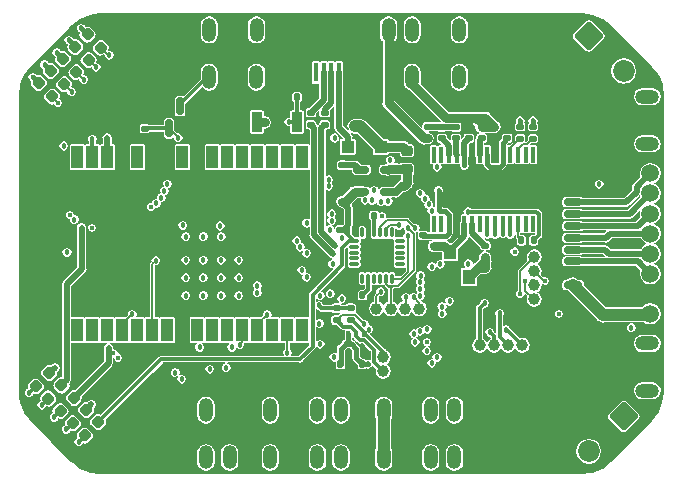
<source format=gtl>
%TF.GenerationSoftware,KiCad,Pcbnew,(6.0.0-0)*%
%TF.CreationDate,2022-01-25T22:05:00-05:00*%
%TF.ProjectId,Autodrone_V2,4175746f-6472-46f6-9e65-5f56322e6b69,rev?*%
%TF.SameCoordinates,Original*%
%TF.FileFunction,Copper,L1,Top*%
%TF.FilePolarity,Positive*%
%FSLAX46Y46*%
G04 Gerber Fmt 4.6, Leading zero omitted, Abs format (unit mm)*
G04 Created by KiCad (PCBNEW (6.0.0-0)) date 2022-01-25 22:05:00*
%MOMM*%
%LPD*%
G01*
G04 APERTURE LIST*
G04 Aperture macros list*
%AMRoundRect*
0 Rectangle with rounded corners*
0 $1 Rounding radius*
0 $2 $3 $4 $5 $6 $7 $8 $9 X,Y pos of 4 corners*
0 Add a 4 corners polygon primitive as box body*
4,1,4,$2,$3,$4,$5,$6,$7,$8,$9,$2,$3,0*
0 Add four circle primitives for the rounded corners*
1,1,$1+$1,$2,$3*
1,1,$1+$1,$4,$5*
1,1,$1+$1,$6,$7*
1,1,$1+$1,$8,$9*
0 Add four rect primitives between the rounded corners*
20,1,$1+$1,$2,$3,$4,$5,0*
20,1,$1+$1,$4,$5,$6,$7,0*
20,1,$1+$1,$6,$7,$8,$9,0*
20,1,$1+$1,$8,$9,$2,$3,0*%
G04 Aperture macros list end*
%TA.AperFunction,SMDPad,CuDef*%
%ADD10RoundRect,0.140000X-0.170000X0.140000X-0.170000X-0.140000X0.170000X-0.140000X0.170000X0.140000X0*%
%TD*%
%TA.AperFunction,SMDPad,CuDef*%
%ADD11R,1.100000X1.100000*%
%TD*%
%TA.AperFunction,ComponentPad*%
%ADD12O,1.200000X2.000000*%
%TD*%
%TA.AperFunction,SMDPad,CuDef*%
%ADD13RoundRect,0.150000X0.150000X-0.587500X0.150000X0.587500X-0.150000X0.587500X-0.150000X-0.587500X0*%
%TD*%
%TA.AperFunction,SMDPad,CuDef*%
%ADD14RoundRect,0.135000X0.185000X-0.135000X0.185000X0.135000X-0.185000X0.135000X-0.185000X-0.135000X0*%
%TD*%
%TA.AperFunction,SMDPad,CuDef*%
%ADD15RoundRect,0.135000X0.135000X0.185000X-0.135000X0.185000X-0.135000X-0.185000X0.135000X-0.185000X0*%
%TD*%
%TA.AperFunction,SMDPad,CuDef*%
%ADD16R,0.900000X1.700000*%
%TD*%
%TA.AperFunction,SMDPad,CuDef*%
%ADD17RoundRect,0.140000X0.140000X0.170000X-0.140000X0.170000X-0.140000X-0.170000X0.140000X-0.170000X0*%
%TD*%
%TA.AperFunction,SMDPad,CuDef*%
%ADD18RoundRect,0.135000X-0.185000X0.135000X-0.185000X-0.135000X0.185000X-0.135000X0.185000X0.135000X0*%
%TD*%
%TA.AperFunction,SMDPad,CuDef*%
%ADD19R,0.400000X1.650000*%
%TD*%
%TA.AperFunction,SMDPad,CuDef*%
%ADD20R,2.000000X1.500000*%
%TD*%
%TA.AperFunction,SMDPad,CuDef*%
%ADD21R,1.825000X0.700000*%
%TD*%
%TA.AperFunction,ComponentPad*%
%ADD22O,1.100000X1.500000*%
%TD*%
%TA.AperFunction,SMDPad,CuDef*%
%ADD23R,1.350000X2.000000*%
%TD*%
%TA.AperFunction,ComponentPad*%
%ADD24O,1.350000X1.700000*%
%TD*%
%TA.AperFunction,SMDPad,CuDef*%
%ADD25R,1.430000X2.500000*%
%TD*%
%TA.AperFunction,SMDPad,CuDef*%
%ADD26RoundRect,0.140000X0.170000X-0.140000X0.170000X0.140000X-0.170000X0.140000X-0.170000X-0.140000X0*%
%TD*%
%TA.AperFunction,SMDPad,CuDef*%
%ADD27RoundRect,0.150000X0.625000X-0.150000X0.625000X0.150000X-0.625000X0.150000X-0.625000X-0.150000X0*%
%TD*%
%TA.AperFunction,SMDPad,CuDef*%
%ADD28RoundRect,0.250000X0.650000X-0.350000X0.650000X0.350000X-0.650000X0.350000X-0.650000X-0.350000X0*%
%TD*%
%TA.AperFunction,SMDPad,CuDef*%
%ADD29R,1.100000X1.300000*%
%TD*%
%TA.AperFunction,ComponentPad*%
%ADD30C,6.000000*%
%TD*%
%TA.AperFunction,SMDPad,CuDef*%
%ADD31R,0.350000X0.500000*%
%TD*%
%TA.AperFunction,SMDPad,CuDef*%
%ADD32RoundRect,0.218750X0.026517X-0.335876X0.335876X-0.026517X-0.026517X0.335876X-0.335876X0.026517X0*%
%TD*%
%TA.AperFunction,ComponentPad*%
%ADD33C,1.500000*%
%TD*%
%TA.AperFunction,ComponentPad*%
%ADD34RoundRect,0.250000X0.000000X0.954594X-0.954594X0.000000X0.000000X-0.954594X0.954594X0.000000X0*%
%TD*%
%TA.AperFunction,ComponentPad*%
%ADD35C,1.850000*%
%TD*%
%TA.AperFunction,ComponentPad*%
%ADD36O,2.000000X1.200000*%
%TD*%
%TA.AperFunction,SMDPad,CuDef*%
%ADD37RoundRect,0.218750X-0.335876X-0.026517X-0.026517X-0.335876X0.335876X0.026517X0.026517X0.335876X0*%
%TD*%
%TA.AperFunction,ComponentPad*%
%ADD38RoundRect,0.250000X-0.954594X0.000000X0.000000X-0.954594X0.954594X0.000000X0.000000X0.954594X0*%
%TD*%
%TA.AperFunction,SMDPad,CuDef*%
%ADD39RoundRect,0.075000X0.350000X0.075000X-0.350000X0.075000X-0.350000X-0.075000X0.350000X-0.075000X0*%
%TD*%
%TA.AperFunction,SMDPad,CuDef*%
%ADD40RoundRect,0.075000X-0.075000X0.350000X-0.075000X-0.350000X0.075000X-0.350000X0.075000X0.350000X0*%
%TD*%
%TA.AperFunction,SMDPad,CuDef*%
%ADD41RoundRect,0.150000X0.512500X0.150000X-0.512500X0.150000X-0.512500X-0.150000X0.512500X-0.150000X0*%
%TD*%
%TA.AperFunction,SMDPad,CuDef*%
%ADD42R,0.355600X1.358900*%
%TD*%
%TA.AperFunction,SMDPad,CuDef*%
%ADD43R,6.908800X3.098800*%
%TD*%
%TA.AperFunction,SMDPad,CuDef*%
%ADD44RoundRect,0.218750X0.256250X-0.218750X0.256250X0.218750X-0.256250X0.218750X-0.256250X-0.218750X0*%
%TD*%
%TA.AperFunction,SMDPad,CuDef*%
%ADD45C,1.000000*%
%TD*%
%TA.AperFunction,SMDPad,CuDef*%
%ADD46R,1.070100X1.899920*%
%TD*%
%TA.AperFunction,ViaPad*%
%ADD47C,0.457200*%
%TD*%
%TA.AperFunction,ViaPad*%
%ADD48C,0.406400*%
%TD*%
%TA.AperFunction,Conductor*%
%ADD49C,0.400000*%
%TD*%
%TA.AperFunction,Conductor*%
%ADD50C,0.750000*%
%TD*%
%TA.AperFunction,Conductor*%
%ADD51C,0.500000*%
%TD*%
%TA.AperFunction,Conductor*%
%ADD52C,0.300000*%
%TD*%
%TA.AperFunction,Conductor*%
%ADD53C,1.000000*%
%TD*%
%TA.AperFunction,Conductor*%
%ADD54C,0.127000*%
%TD*%
%TA.AperFunction,Conductor*%
%ADD55C,0.490000*%
%TD*%
%TA.AperFunction,Conductor*%
%ADD56C,0.650000*%
%TD*%
G04 APERTURE END LIST*
D10*
%TO.P,C38,1*%
%TO.N,/Power/VIN_GYRO*%
X102490000Y-86700000D03*
%TO.P,C38,2*%
%TO.N,GND*%
X102490000Y-87660000D03*
%TD*%
%TO.P,C39,1*%
%TO.N,/Power/BP_GYRO*%
X97250000Y-84960000D03*
%TO.P,C39,2*%
%TO.N,GND*%
X97250000Y-85920000D03*
%TD*%
D11*
%TO.P,D14,1,K*%
%TO.N,+4V5*%
X100510000Y-83390000D03*
%TO.P,D14,2,A*%
%TO.N,+5V_USB*%
X97710000Y-83390000D03*
%TD*%
D12*
%TO.P,J8,1,Pin_1*%
%TO.N,+5V*%
X100750000Y-109700000D03*
%TO.P,J8,2,Pin_2*%
%TO.N,GND*%
X102750000Y-109700000D03*
%TO.P,J8,3,Pin_3*%
%TO.N,/Connectors/USART6_RX*%
X104750000Y-109700000D03*
%TO.P,J8,4,Pin_4*%
%TO.N,/Connectors/USART6_TX*%
X106750000Y-109700000D03*
%TD*%
%TO.P,J13,1,Pin_1*%
%TO.N,+5V*%
X89990000Y-77500000D03*
%TO.P,J13,2,Pin_2*%
%TO.N,GND*%
X87990000Y-77500000D03*
%TO.P,J13,3,Pin_3*%
%TO.N,/Connectors/BUZ*%
X85990000Y-77500000D03*
%TD*%
%TO.P,J16,1,Pin_1*%
%TO.N,+5V*%
X89994999Y-73500000D03*
%TO.P,J16,2,Pin_2*%
%TO.N,GND*%
X87994999Y-73500000D03*
%TO.P,J16,3,Pin_3*%
%TO.N,/Connectors/LED_STRIP*%
X85994999Y-73500000D03*
%TD*%
%TO.P,J17,1,Pin_1*%
%TO.N,/Connectors/I2C2_SDA*%
X85710000Y-109700000D03*
%TO.P,J17,2,Pin_2*%
%TO.N,/Connectors/I2C2_SCL*%
X87710000Y-109700000D03*
%TD*%
%TO.P,J2,1,Pin_1*%
%TO.N,+4V5*%
X91150000Y-109700000D03*
%TO.P,J2,2,Pin_2*%
%TO.N,GND*%
X93150000Y-109700000D03*
%TO.P,J2,3,Pin_3*%
%TO.N,/Connectors/USART1_RX*%
X95150000Y-109700000D03*
%TO.P,J2,4,Pin_4*%
%TO.N,/Connectors/USART1_TX*%
X97150000Y-109700000D03*
%TD*%
D13*
%TO.P,Q1,1,G*%
%TO.N,/MCU/BUZ_MCU*%
X82580000Y-81837500D03*
%TO.P,Q1,2,S*%
%TO.N,GND*%
X84480000Y-81837500D03*
%TO.P,Q1,3,D*%
%TO.N,/Connectors/BUZ*%
X83530000Y-79962500D03*
%TD*%
D14*
%TO.P,R9,1*%
%TO.N,/MCU/BUZ_MCU*%
X80540000Y-81850000D03*
%TO.P,R9,2*%
%TO.N,GND*%
X80540000Y-80830000D03*
%TD*%
D15*
%TO.P,R5,1*%
%TO.N,/MCU/BOOT0*%
X93420000Y-79180000D03*
%TO.P,R5,2*%
%TO.N,GND*%
X92400000Y-79180000D03*
%TD*%
D16*
%TO.P,SW1,1,1*%
%TO.N,+3V3*%
X90020000Y-81300000D03*
%TO.P,SW1,2,2*%
%TO.N,/MCU/BOOT0*%
X93420000Y-81300000D03*
%TD*%
D12*
%TO.P,J11,1,Pin_1*%
%TO.N,+3V3*%
X85710000Y-105700000D03*
%TO.P,J11,2,Pin_2*%
%TO.N,GND*%
X87710000Y-105700000D03*
%TD*%
D17*
%TO.P,C1,1*%
%TO.N,+3V3*%
X97090000Y-101810000D03*
%TO.P,C1,2*%
%TO.N,GND*%
X96130000Y-101810000D03*
%TD*%
%TO.P,C2,1*%
%TO.N,+3V3*%
X98950000Y-101810000D03*
%TO.P,C2,2*%
%TO.N,GND*%
X97990000Y-101810000D03*
%TD*%
D14*
%TO.P,R2,1*%
%TO.N,/Barometer/I2C1_SDA*%
X96770000Y-98070000D03*
%TO.P,R2,2*%
%TO.N,+3V3*%
X96770000Y-97050000D03*
%TD*%
D18*
%TO.P,R12,1*%
%TO.N,/Connectors/USB_D-*%
X95770000Y-80510000D03*
%TO.P,R12,2*%
%TO.N,/MCU/D+*%
X95770000Y-81530000D03*
%TD*%
%TO.P,R13,1*%
%TO.N,/Connectors/USB_D+*%
X94590000Y-80510000D03*
%TO.P,R13,2*%
%TO.N,/MCU/D-*%
X94590000Y-81530000D03*
%TD*%
D19*
%TO.P,J5,1,VBUS*%
%TO.N,+5V_USB*%
X96970000Y-77100000D03*
%TO.P,J5,2,D-*%
%TO.N,/Connectors/USB_D-*%
X96320000Y-77100000D03*
%TO.P,J5,3,D+*%
%TO.N,/Connectors/USB_D+*%
X95670000Y-77100000D03*
%TO.P,J5,4,ID*%
%TO.N,unconnected-(J5-Pad4)*%
X95020000Y-77100000D03*
%TO.P,J5,5,GND*%
%TO.N,GND*%
X94370000Y-77100000D03*
D20*
%TO.P,J5,6,Shield*%
X92770000Y-77220000D03*
D21*
X92670000Y-75900000D03*
D22*
X98090000Y-77220000D03*
D23*
X92920000Y-75150000D03*
D20*
X98520000Y-77200000D03*
D23*
X98400000Y-75150000D03*
D21*
X98620000Y-75900000D03*
D24*
X98400000Y-74220000D03*
D25*
X96630000Y-73950000D03*
D24*
X92940000Y-74220000D03*
D22*
X93250000Y-77220000D03*
D25*
X94710000Y-73950000D03*
%TD*%
D26*
%TO.P,C40,1*%
%TO.N,+3V3_GYRO*%
X97250000Y-88030000D03*
%TO.P,C40,2*%
%TO.N,GND*%
X97250000Y-87070000D03*
%TD*%
D27*
%TO.P,J6,1,Pin_1*%
%TO.N,VCC*%
X116800000Y-95100000D03*
D28*
%TO.P,J6,2,Pin_2*%
%TO.N,GND*%
X120675000Y-96400000D03*
X120675000Y-86800000D03*
D27*
X116800000Y-94100000D03*
%TO.P,J6,3,Pin_3*%
%TO.N,/Connectors/CURR_SENSE*%
X116800000Y-93100000D03*
%TO.P,J6,4,Pin_4*%
%TO.N,/Connectors/USART6_RX*%
X116800000Y-92100000D03*
%TO.P,J6,5,Pin_5*%
%TO.N,/Connectors/M1*%
X116800000Y-91100000D03*
%TO.P,J6,6,Pin_6*%
%TO.N,/Connectors/M2*%
X116800000Y-90100000D03*
%TO.P,J6,7,Pin_7*%
%TO.N,/Connectors/M3*%
X116800000Y-89100000D03*
%TO.P,J6,8,Pin_8*%
%TO.N,/Connectors/M4*%
X116800000Y-88100000D03*
%TD*%
D10*
%TO.P,C17,1*%
%TO.N,Net-(C17-Pad1)*%
X105680000Y-81720000D03*
%TO.P,C17,2*%
%TO.N,/OSD/VOUT*%
X105680000Y-82680000D03*
%TD*%
%TO.P,C18,1*%
%TO.N,Net-(C17-Pad1)*%
X106870000Y-81720000D03*
%TO.P,C18,2*%
%TO.N,/OSD/SAG*%
X106870000Y-82680000D03*
%TD*%
%TO.P,C16,1*%
%TO.N,/CAM*%
X109050000Y-81720000D03*
%TO.P,C16,2*%
%TO.N,/OSD/VIN*%
X109050000Y-82680000D03*
%TD*%
D26*
%TO.P,C19,1*%
%TO.N,+3V3*%
X104080000Y-90900000D03*
%TO.P,C19,2*%
%TO.N,GND*%
X104080000Y-89940000D03*
%TD*%
%TO.P,C20,1*%
%TO.N,+3V3*%
X107960000Y-82680000D03*
%TO.P,C20,2*%
%TO.N,GND*%
X107960000Y-81720000D03*
%TD*%
%TO.P,C21,1*%
%TO.N,+3V3*%
X111220000Y-82680000D03*
%TO.P,C21,2*%
%TO.N,GND*%
X111220000Y-81720000D03*
%TD*%
%TO.P,C22,1*%
%TO.N,GND*%
X105020000Y-92760000D03*
%TO.P,C22,2*%
%TO.N,/OSD/CLKIN*%
X105020000Y-91800000D03*
%TD*%
%TO.P,C23,1*%
%TO.N,GND*%
X109360000Y-94620000D03*
%TO.P,C23,2*%
%TO.N,Net-(C23-Pad2)*%
X109360000Y-93660000D03*
%TD*%
D18*
%TO.P,R22,1*%
%TO.N,+3V3*%
X112310000Y-81690000D03*
%TO.P,R22,2*%
%TO.N,/OSD/HSYNC*%
X112310000Y-82710000D03*
%TD*%
%TO.P,R23,1*%
%TO.N,+3V3*%
X113400000Y-81690000D03*
%TO.P,R23,2*%
%TO.N,/OSD/LSYNC*%
X113400000Y-82710000D03*
%TD*%
D15*
%TO.P,R24,1*%
%TO.N,+3V3*%
X113445000Y-91320000D03*
%TO.P,R24,2*%
%TO.N,/OSD/LOS*%
X112425000Y-91320000D03*
%TD*%
D14*
%TO.P,R25,1*%
%TO.N,GND*%
X110140000Y-82710000D03*
%TO.P,R25,2*%
%TO.N,/CAM*%
X110140000Y-81690000D03*
%TD*%
D18*
%TO.P,R27,1*%
%TO.N,/OSD/XFB*%
X109360000Y-91770000D03*
%TO.P,R27,2*%
%TO.N,Net-(C23-Pad2)*%
X109360000Y-92790000D03*
%TD*%
D29*
%TO.P,Y2,1,1*%
%TO.N,/OSD/CLKIN*%
X106365000Y-92300000D03*
%TO.P,Y2,2,2*%
%TO.N,GND*%
X106365000Y-94400000D03*
%TO.P,Y2,3,3*%
%TO.N,Net-(C23-Pad2)*%
X108015000Y-94400000D03*
%TO.P,Y2,4,4*%
%TO.N,GND*%
X108015000Y-92300000D03*
%TD*%
D30*
%TO.P,H3,1,1*%
%TO.N,GND*%
X111850000Y-76350000D03*
%TD*%
%TO.P,H4,1,1*%
%TO.N,GND*%
X81350000Y-106850000D03*
%TD*%
%TO.P,H1,1,1*%
%TO.N,GND*%
X81350000Y-76350000D03*
%TD*%
D12*
%TO.P,J9,1,Pin_1*%
%TO.N,+5V*%
X91150000Y-105700000D03*
%TO.P,J9,2,Pin_2*%
%TO.N,GND*%
X93150000Y-105700000D03*
%TO.P,J9,3,Pin_3*%
%TO.N,/Connectors/USART3_RX*%
X95150000Y-105700000D03*
%TO.P,J9,4,Pin_4*%
%TO.N,/Connectors/USART3_TX*%
X97150000Y-105700000D03*
%TD*%
%TO.P,J10,1,Pin_1*%
%TO.N,+9V*%
X107170000Y-73500000D03*
%TO.P,J10,2,Pin_2*%
%TO.N,GND*%
X105170000Y-73500000D03*
%TO.P,J10,3,Pin_3*%
%TO.N,/Connectors/USART6_TX*%
X103170000Y-73500000D03*
%TO.P,J10,4,Pin_4*%
%TO.N,/VID*%
X101170000Y-73500000D03*
%TD*%
%TO.P,J4,1,Pin_1*%
%TO.N,+9V*%
X107170000Y-77500000D03*
%TO.P,J4,2,Pin_2*%
%TO.N,GND*%
X105170000Y-77500000D03*
%TO.P,J4,3,Pin_3*%
%TO.N,/CAM*%
X103170000Y-77500000D03*
%TD*%
D31*
%TO.P,U1,1,GND*%
%TO.N,GND*%
X97125000Y-99240000D03*
%TO.P,U1,2,CSB*%
%TO.N,+3V3*%
X97775000Y-99240000D03*
%TO.P,U1,3,SDI*%
%TO.N,/Barometer/I2C1_SDA*%
X98425000Y-99240000D03*
%TO.P,U1,4,SCK*%
%TO.N,/Barometer/I2C1_SCL*%
X99075000Y-99240000D03*
%TO.P,U1,5,SDO*%
%TO.N,GND*%
X99075000Y-100840000D03*
%TO.P,U1,6,VDDIO*%
%TO.N,+3V3*%
X98425000Y-100840000D03*
%TO.P,U1,7,GND*%
%TO.N,GND*%
X97775000Y-100840000D03*
%TO.P,U1,8,VDD*%
%TO.N,+3V3*%
X97125000Y-100840000D03*
%TD*%
D30*
%TO.P,H2,1,1*%
%TO.N,GND*%
X111850000Y-106850000D03*
%TD*%
D12*
%TO.P,J3,1,Pin_1*%
%TO.N,+5V*%
X100750000Y-105700000D03*
%TO.P,J3,2,Pin_2*%
%TO.N,GND*%
X102750000Y-105700000D03*
%TO.P,J3,3,Pin_3*%
%TO.N,/Connectors/UART5_RX_CONN*%
X104750000Y-105700000D03*
%TO.P,J3,4,Pin_4*%
%TO.N,/Connectors/UART5_TX_CONN*%
X106750000Y-105700000D03*
%TD*%
D32*
%TO.P,D4,1,K*%
%TO.N,/MCU/3V3*%
X74436915Y-106797076D03*
%TO.P,D4,2,A*%
%TO.N,+3V3*%
X75550609Y-105683382D03*
%TD*%
%TO.P,D8,1,K*%
%TO.N,/MCU/9V*%
X72358021Y-104718182D03*
%TO.P,D8,2,A*%
%TO.N,+9V*%
X73471715Y-103604488D03*
%TD*%
%TO.P,D10,1,K*%
%TO.N,/MCU/+VCC*%
X71318574Y-103678735D03*
%TO.P,D10,2,A*%
%TO.N,VCC*%
X72432268Y-102565041D03*
%TD*%
%TO.P,D2,1,K*%
%TO.N,/MCU/3V3_GYRO*%
X75476362Y-107836523D03*
%TO.P,D2,2,A*%
%TO.N,+3V3_GYRO*%
X76590056Y-106722829D03*
%TD*%
D14*
%TO.P,R1,1*%
%TO.N,/Barometer/I2C1_SCL*%
X97960000Y-98070000D03*
%TO.P,R1,2*%
%TO.N,+3V3*%
X97960000Y-97050000D03*
%TD*%
D33*
%TO.P,J7,1,Pin_1*%
%TO.N,VCC*%
X123330000Y-97550000D03*
%TO.P,J7,2,Pin_2*%
%TO.N,GND*%
X123330000Y-95850000D03*
%TO.P,J7,3,Pin_3*%
%TO.N,/Connectors/CURR_SENSE*%
X123330000Y-94150000D03*
%TO.P,J7,4,Pin_4*%
%TO.N,/Connectors/USART6_RX*%
X123330000Y-92450000D03*
%TO.P,J7,5,Pin_5*%
%TO.N,/Connectors/M1*%
X123330000Y-90750000D03*
%TO.P,J7,6,Pin_6*%
%TO.N,/Connectors/M2*%
X123330000Y-89050000D03*
%TO.P,J7,7,Pin_7*%
%TO.N,/Connectors/M3*%
X123330000Y-87350000D03*
%TO.P,J7,8,Pin_8*%
%TO.N,/Connectors/M4*%
X123330000Y-85650000D03*
%TD*%
D14*
%TO.P,R26,1*%
%TO.N,/VID*%
X104490000Y-82710000D03*
%TO.P,R26,2*%
%TO.N,Net-(C17-Pad1)*%
X104490000Y-81690000D03*
%TD*%
D34*
%TO.P,J15,1,Pin_1*%
%TO.N,/WORM2_L*%
X121084924Y-106220000D03*
D35*
%TO.P,J15,2,Pin_2*%
%TO.N,/WORM2_H*%
X118115076Y-109189848D03*
%TD*%
D36*
%TO.P,J14,1,Pin_1*%
%TO.N,+3V3*%
X123080000Y-83150000D03*
%TO.P,J14,2,Pin_2*%
%TO.N,GND*%
X123080000Y-81150000D03*
%TO.P,J14,3,Pin_3*%
%TO.N,/Connectors/LIMIT1_INT*%
X123080000Y-79150000D03*
%TD*%
%TO.P,J18,1,Pin_1*%
%TO.N,+3V3*%
X123080000Y-104050000D03*
%TO.P,J18,2,Pin_2*%
%TO.N,GND*%
X123080000Y-102050000D03*
%TO.P,J18,3,Pin_3*%
%TO.N,/Connectors/LIMIT2_INT*%
X123080000Y-100050000D03*
%TD*%
D37*
%TO.P,D1,1,K*%
%TO.N,/MCU/BLUE*%
X75686169Y-73889150D03*
%TO.P,D1,2,A*%
%TO.N,/MCU/LED_1*%
X76799863Y-75002844D03*
%TD*%
%TO.P,D3,1,K*%
%TO.N,/MCU/RED*%
X74653793Y-74921526D03*
%TO.P,D3,2,A*%
%TO.N,/MCU/LED_2*%
X75767487Y-76035220D03*
%TD*%
%TO.P,D5,1,K*%
%TO.N,/MCU/YELLOW*%
X73621417Y-75953902D03*
%TO.P,D5,2,A*%
%TO.N,/MCU/LED_3*%
X74735111Y-77067596D03*
%TD*%
%TO.P,D7,1,K*%
%TO.N,/MCU/GREEN*%
X72589041Y-76986278D03*
%TO.P,D7,2,A*%
%TO.N,/MCU/LED_4*%
X73702735Y-78099972D03*
%TD*%
D38*
%TO.P,J12,1,Pin_1*%
%TO.N,/WORM1_H*%
X118115076Y-74015076D03*
D35*
%TO.P,J12,2,Pin_2*%
%TO.N,/WORM1_L*%
X121084924Y-76984924D03*
%TD*%
D39*
%TO.P,U3,1,CLKIN*%
%TO.N,GND*%
X102150000Y-93850000D03*
%TO.P,U3,2*%
%TO.N,N/C*%
X102150000Y-93350000D03*
%TO.P,U3,3*%
X102150000Y-92850000D03*
%TO.P,U3,4*%
X102150000Y-92350000D03*
%TO.P,U3,5*%
X102150000Y-91850000D03*
%TO.P,U3,6,AUX_SDA*%
%TO.N,unconnected-(U3-Pad6)*%
X102150000Y-91350000D03*
D40*
%TO.P,U3,7,AUX_SCL*%
%TO.N,unconnected-(U3-Pad7)*%
X101450000Y-90650000D03*
%TO.P,U3,8,~{CS}*%
%TO.N,/Gyro/SPI1_CS*%
X100950000Y-90650000D03*
%TO.P,U3,9,AD0/MISO*%
%TO.N,/Gyro/SPI1_MISO*%
X100450000Y-90650000D03*
%TO.P,U3,10,REGOUT*%
%TO.N,/Gyro/REGOUT*%
X99950000Y-90650000D03*
%TO.P,U3,11,FSYNC*%
%TO.N,GND*%
X99450000Y-90650000D03*
%TO.P,U3,12,INT*%
%TO.N,unconnected-(U3-Pad12)*%
X98950000Y-90650000D03*
D39*
%TO.P,U3,13,VDD*%
%TO.N,+3V3_GYRO*%
X98250000Y-91350000D03*
%TO.P,U3,14*%
%TO.N,N/C*%
X98250000Y-91850000D03*
%TO.P,U3,15*%
X98250000Y-92350000D03*
%TO.P,U3,16*%
X98250000Y-92850000D03*
%TO.P,U3,17*%
X98250000Y-93350000D03*
%TO.P,U3,18,GND*%
%TO.N,GND*%
X98250000Y-93850000D03*
D40*
%TO.P,U3,19*%
%TO.N,N/C*%
X98950000Y-94550000D03*
%TO.P,U3,20,CPOUT*%
%TO.N,/Gyro/CPOUT*%
X99450000Y-94550000D03*
%TO.P,U3,21*%
%TO.N,N/C*%
X99950000Y-94550000D03*
%TO.P,U3,22*%
X100450000Y-94550000D03*
%TO.P,U3,23,SCL/SCLK*%
%TO.N,/Gyro/SPI1_SCK*%
X100950000Y-94550000D03*
%TO.P,U3,24,SDA/MOSI*%
%TO.N,/Gyro/SPI1_MOSI*%
X101450000Y-94550000D03*
%TD*%
D41*
%TO.P,U9,1,VIN*%
%TO.N,/Power/VIN_GYRO*%
X101147500Y-87230000D03*
%TO.P,U9,2,GND*%
%TO.N,GND*%
X101147500Y-86280000D03*
%TO.P,U9,3,ON/~{OFF}*%
%TO.N,/Power/VIN_GYRO*%
X101147500Y-85330000D03*
%TO.P,U9,4,BP*%
%TO.N,/Power/BP_GYRO*%
X98872500Y-85330000D03*
%TO.P,U9,5,VOUT*%
%TO.N,+3V3_GYRO*%
X98872500Y-87230000D03*
%TD*%
D26*
%TO.P,C3,1*%
%TO.N,+3V3_GYRO*%
X97080000Y-90430000D03*
%TO.P,C3,2*%
%TO.N,GND*%
X97080000Y-89470000D03*
%TD*%
D32*
%TO.P,D6,1,K*%
%TO.N,/MCU/5V*%
X73397468Y-105757629D03*
%TO.P,D6,2,A*%
%TO.N,+5V*%
X74511162Y-104643935D03*
%TD*%
D17*
%TO.P,C4,1*%
%TO.N,/Gyro/CPOUT*%
X98960000Y-95970000D03*
%TO.P,C4,2*%
%TO.N,GND*%
X98000000Y-95970000D03*
%TD*%
D42*
%TO.P,U5,1,NC*%
%TO.N,unconnected-(U5-Pad1)*%
X104985000Y-89917350D03*
%TO.P,U5,2,NC*%
%TO.N,unconnected-(U5-Pad2)*%
X105635001Y-89917350D03*
%TO.P,U5,3,DVDD*%
%TO.N,+3V3*%
X106285000Y-89917350D03*
%TO.P,U5,4,DGND*%
%TO.N,GND*%
X106935001Y-89917350D03*
%TO.P,U5,5,CLKIN*%
%TO.N,/OSD/CLKIN*%
X107584999Y-89917350D03*
%TO.P,U5,6,XFB*%
%TO.N,/OSD/XFB*%
X108235001Y-89917350D03*
%TO.P,U5,7,CLKOUT*%
%TO.N,unconnected-(U5-Pad7)*%
X108884999Y-89917350D03*
%TO.P,U5,8,~{CS}*%
%TO.N,/MCU/SPI2_CS*%
X109534998Y-89917350D03*
%TO.P,U5,9,SDIN*%
%TO.N,/MCU/SPI2_MOSI*%
X110184999Y-89917350D03*
%TO.P,U5,10,SCLK*%
%TO.N,/MCU/SPI2_SCK*%
X110834998Y-89917350D03*
%TO.P,U5,11,SDOUT*%
%TO.N,/MCU/SPI2_MISO*%
X111484999Y-89917350D03*
%TO.P,U5,12,LOS*%
%TO.N,/OSD/LOS*%
X112134998Y-89917350D03*
%TO.P,U5,13,NC*%
%TO.N,unconnected-(U5-Pad13)*%
X112784999Y-89917350D03*
%TO.P,U5,14,NC*%
%TO.N,unconnected-(U5-Pad14)*%
X113434998Y-89917350D03*
%TO.P,U5,15,NC*%
%TO.N,unconnected-(U5-Pad15)*%
X113435000Y-84062650D03*
%TO.P,U5,16,NC*%
%TO.N,unconnected-(U5-Pad16)*%
X112784999Y-84062650D03*
%TO.P,U5,17,~{VSYNC}*%
%TO.N,/OSD/LSYNC*%
X112135000Y-84062650D03*
%TO.P,U5,18,~{HSYNC}*%
%TO.N,/OSD/HSYNC*%
X111484999Y-84062650D03*
%TO.P,U5,19,~{RESET}*%
%TO.N,+3V3*%
X110835001Y-84062650D03*
%TO.P,U5,20,AGND*%
%TO.N,GND*%
X110184999Y-84062650D03*
%TO.P,U5,21,AVDD*%
%TO.N,+3V3*%
X109535001Y-84062650D03*
%TO.P,U5,22,VIN*%
%TO.N,/OSD/VIN*%
X108884999Y-84062650D03*
%TO.P,U5,23,PGND*%
%TO.N,GND*%
X108235001Y-84062650D03*
%TO.P,U5,24,PVDD*%
%TO.N,+3V3*%
X107584999Y-84062650D03*
%TO.P,U5,25,SAG*%
%TO.N,/OSD/SAG*%
X106935001Y-84062650D03*
%TO.P,U5,26,VOUT*%
%TO.N,/OSD/VOUT*%
X106285000Y-84062650D03*
%TO.P,U5,27,NC*%
%TO.N,unconnected-(U5-Pad27)*%
X105635001Y-84062650D03*
%TO.P,U5,28,NC*%
%TO.N,unconnected-(U5-Pad28)*%
X104985000Y-84062650D03*
D43*
%TO.P,U5,29,EP*%
%TO.N,GND*%
X109210000Y-86990000D03*
%TD*%
D44*
%TO.P,FB3,1*%
%TO.N,/Power/VIN_GYRO*%
X102750000Y-85307500D03*
%TO.P,FB3,2*%
%TO.N,+4V5*%
X102750000Y-83732500D03*
%TD*%
D45*
%TO.P,J20,1,Pin_1*%
%TO.N,/MCU/SPI2_CS*%
X108890000Y-100200000D03*
%TO.P,J20,2,Pin_2*%
%TO.N,/MCU/SPI2_MOSI*%
X110090000Y-100200000D03*
%TO.P,J20,3,Pin_3*%
%TO.N,/MCU/SPI2_SCK*%
X111290000Y-100200000D03*
%TO.P,J20,4,Pin_4*%
%TO.N,/MCU/SPI2_MISO*%
X112490000Y-100200000D03*
%TD*%
%TO.P,J1,1,Pin_1*%
%TO.N,/Barometer/I2C1_SCL*%
X100720000Y-101220000D03*
%TO.P,J1,2,Pin_2*%
%TO.N,/Barometer/I2C1_SDA*%
X100720000Y-102420000D03*
%TD*%
%TO.P,J19,1,Pin_1*%
%TO.N,/Gyro/SPI1_CS*%
X100150000Y-97090000D03*
%TO.P,J19,2,Pin_2*%
%TO.N,/Gyro/SPI1_SCK*%
X101350000Y-97090000D03*
%TO.P,J19,3,Pin_3*%
%TO.N,/Gyro/SPI1_MOSI*%
X102550000Y-97090000D03*
%TO.P,J19,4,Pin_4*%
%TO.N,/Gyro/SPI1_MISO*%
X103750000Y-97090000D03*
%TD*%
D17*
%TO.P,C5,1*%
%TO.N,/Gyro/REGOUT*%
X99950000Y-89230000D03*
%TO.P,C5,2*%
%TO.N,GND*%
X98990000Y-89230000D03*
%TD*%
D45*
%TO.P,J21,1,Pin_1*%
%TO.N,/MCU/WORM1_DIR*%
X113510000Y-92720000D03*
%TO.P,J21,2,Pin_2*%
%TO.N,/MCU/WORM2_DIR*%
X113510000Y-93920000D03*
%TO.P,J21,3,Pin_3*%
%TO.N,/MCU/WORM2_PWM*%
X113510000Y-95120000D03*
%TO.P,J21,4,Pin_4*%
%TO.N,/MCU/WORM1_PWM*%
X113510000Y-96320000D03*
%TD*%
D46*
%TO.P,U2,1,BRIDGE_UART_RX*%
%TO.N,unconnected-(U2-Pad1)*%
X74826000Y-98920030D03*
%TO.P,U2,2,BRIDGE_UART_CTS*%
%TO.N,unconnected-(U2-Pad2)*%
X76096000Y-98920030D03*
%TO.P,U2,3,BRIDGE_UART_RTS*%
%TO.N,unconnected-(U2-Pad3)*%
X77366000Y-98920030D03*
%TO.P,U2,4,T_JTMS/T_SWDIO*%
%TO.N,/Debugger/SWDIO*%
X78636000Y-98920030D03*
%TO.P,U2,5,GNDDETECT*%
%TO.N,unconnected-(U2-Pad5)*%
X79906000Y-98920030D03*
%TO.P,U2,6,T_JTDO/T_SWO*%
%TO.N,/Debugger/SWO*%
X81176000Y-98920030D03*
%TO.P,U2,7,BRIDGE_SPI_CLK*%
%TO.N,unconnected-(U2-Pad7)*%
X82446000Y-98920030D03*
%TO.P,U2,8,GND_2*%
%TO.N,GND*%
X83716000Y-98920030D03*
%TO.P,U2,9,BRIDGE_CAN_RX*%
%TO.N,unconnected-(U2-Pad9)*%
X84986000Y-98920030D03*
%TO.P,U2,10,BRIDGE_CAN_TX*%
%TO.N,unconnected-(U2-Pad10)*%
X86256000Y-98920030D03*
%TO.P,U2,11,BRIDGE_UART_TX*%
%TO.N,unconnected-(U2-Pad11)*%
X87526000Y-98920030D03*
%TO.P,U2,12,T_VCP_TX*%
%TO.N,/Debugger/VCP_TX*%
X88796000Y-98920030D03*
%TO.P,U2,13,T_JCLK/T_SWCLK*%
%TO.N,/Debugger/SWCLK*%
X90066000Y-98920030D03*
%TO.P,U2,14,BRIDGE_SPI_NSS*%
%TO.N,unconnected-(U2-Pad14)*%
X91336000Y-98920030D03*
%TO.P,U2,15,T_VCP_RX*%
%TO.N,/Debugger/VCP_RX*%
X92606000Y-98920030D03*
%TO.P,U2,16,BRIDGE_I2C_SCL*%
%TO.N,unconnected-(U2-Pad16)*%
X93876000Y-98920030D03*
%TO.P,U2,17,BRIDGE_I2C_SDA*%
%TO.N,unconnected-(U2-Pad17)*%
X93876000Y-84279970D03*
%TO.P,U2,18,BRIDGE_GPIO0*%
%TO.N,unconnected-(U2-Pad18)*%
X92606000Y-84279970D03*
%TO.P,U2,19,BRIDGE_GPIO1*%
%TO.N,unconnected-(U2-Pad19)*%
X91336000Y-84279970D03*
%TO.P,U2,20,BRIDGE_GPIO2*%
%TO.N,unconnected-(U2-Pad20)*%
X90066000Y-84279970D03*
%TO.P,U2,21,BRIDGE_GPIO3*%
%TO.N,unconnected-(U2-Pad21)*%
X88796000Y-84279970D03*
%TO.P,U2,22,5V_OPT*%
%TO.N,unconnected-(U2-Pad22)*%
X87526000Y-84279970D03*
%TO.P,U2,23,BRIDGE_SPI_MISO*%
%TO.N,unconnected-(U2-Pad23)*%
X86256000Y-84279970D03*
%TO.P,U2,24,GND*%
%TO.N,GND*%
X84986000Y-84279970D03*
%TO.P,U2,25,BRIDGE_SPI_MOSI*%
%TO.N,unconnected-(U2-Pad25)*%
X83716000Y-84279970D03*
%TO.P,U2,26,GND2*%
%TO.N,GND*%
X82446000Y-84279970D03*
%TO.P,U2,27,GND3*%
X81176000Y-84279970D03*
%TO.P,U2,28,T_JTDI/NC*%
%TO.N,unconnected-(U2-Pad28)*%
X79906000Y-84279970D03*
%TO.P,U2,29,GND4*%
%TO.N,GND*%
X78636000Y-84279970D03*
%TO.P,U2,30,T_VCC*%
%TO.N,+3V3*%
X77366000Y-84279970D03*
%TO.P,U2,31,T_NRST*%
%TO.N,/Debugger/NRST*%
X76096000Y-84279970D03*
%TO.P,U2,32,T_SW_DIR*%
%TO.N,unconnected-(U2-Pad32)*%
X74826000Y-84279970D03*
%TD*%
D37*
%TO.P,D9,1,K*%
%TO.N,/MCU/PURPLE*%
X71552753Y-78017153D03*
%TO.P,D9,2,A*%
%TO.N,/MCU/LED_5*%
X72666447Y-79130847D03*
%TD*%
D47*
%TO.N,GND*%
X100800000Y-93400000D03*
X99500000Y-93400000D03*
X99500000Y-91900000D03*
X100800000Y-91900000D03*
X100200000Y-92600000D03*
D48*
X81508600Y-90347800D03*
X109750000Y-85890000D03*
D47*
X71500000Y-92500000D03*
X71500000Y-98500000D03*
X70500000Y-99500000D03*
D48*
X109250000Y-87140000D03*
X108750000Y-85890000D03*
X82270000Y-90320000D03*
X102210000Y-82050000D03*
X108550000Y-96353200D03*
X82270600Y-89636600D03*
D47*
X71500000Y-100500000D03*
D48*
X119000000Y-81200000D03*
D47*
X70500000Y-101500000D03*
X71500000Y-82500000D03*
X107460000Y-82150000D03*
X71500000Y-86500000D03*
D48*
X119000000Y-79200000D03*
X112250000Y-87140000D03*
X110750000Y-85890000D03*
X110250000Y-87140000D03*
X119000000Y-83200000D03*
X86260000Y-86900000D03*
X105710000Y-96353200D03*
X97200000Y-95120000D03*
X78330000Y-91030000D03*
X81250000Y-100230000D03*
D47*
X71500000Y-94500000D03*
X102080000Y-84560000D03*
D48*
X119200000Y-104500000D03*
X119600000Y-95000000D03*
X119300000Y-98900000D03*
X81600000Y-94520000D03*
X115080000Y-92490000D03*
X111750000Y-85890000D03*
X115080000Y-90710000D03*
X114420000Y-88930000D03*
X75730000Y-100580000D03*
X96529552Y-87162557D03*
X101610000Y-88760000D03*
X119300000Y-100900000D03*
D47*
X70500000Y-93500000D03*
X70500000Y-83500000D03*
X99260000Y-83990000D03*
D48*
X108250000Y-87140000D03*
X103860000Y-92770000D03*
X91310000Y-97180000D03*
D47*
X70500000Y-87500000D03*
D48*
X119000000Y-85200000D03*
X120100000Y-102700000D03*
D47*
X71500000Y-90500000D03*
D48*
X111250000Y-87140000D03*
D47*
X71500000Y-88500000D03*
D48*
X85300000Y-86910000D03*
X98560000Y-89630000D03*
X79500000Y-100210000D03*
D47*
X70500000Y-85500000D03*
D48*
X120000000Y-80200000D03*
D47*
X98980000Y-100360000D03*
D48*
X102358122Y-90614020D03*
X120000000Y-84200000D03*
D47*
X101430000Y-101720000D03*
D48*
X111430000Y-91580000D03*
D47*
X70500000Y-81500000D03*
X70500000Y-91500000D03*
X70500000Y-89500000D03*
D48*
X102940000Y-88910000D03*
X79470000Y-91960000D03*
D47*
X99240000Y-83350000D03*
X70500000Y-97500000D03*
D48*
X107750000Y-85890000D03*
D47*
X106940000Y-100010000D03*
X71500000Y-96500000D03*
X71500000Y-84500000D03*
X93270000Y-100670000D03*
D48*
X85690000Y-82190000D03*
X107250000Y-87140000D03*
X110680000Y-82190000D03*
X106250000Y-87140000D03*
X120470000Y-94990000D03*
D47*
X70500000Y-95500000D03*
D48*
X115830000Y-91600000D03*
D47*
X108410000Y-92950000D03*
%TO.N,+3V3*%
X85500000Y-94500000D03*
X87000000Y-93000000D03*
X84000000Y-91000000D03*
X88500000Y-93000000D03*
X77360000Y-82650000D03*
X107900000Y-88900000D03*
X97218857Y-96283588D03*
X96088600Y-86187502D03*
X88500000Y-96000000D03*
X112310000Y-81190000D03*
X106340000Y-96470000D03*
X84000000Y-96000000D03*
X113400000Y-81190000D03*
X88500000Y-94500000D03*
X87900000Y-100380000D03*
X95245610Y-96830000D03*
D48*
X110840000Y-83170000D03*
D47*
X99430000Y-101806957D03*
X87000000Y-91000000D03*
X105280000Y-85110000D03*
X85500000Y-91000000D03*
X76020000Y-105210000D03*
X96088600Y-86738959D03*
X85170000Y-100380000D03*
X90700000Y-81320000D03*
X97530000Y-100080890D03*
X87000000Y-94500000D03*
X87000000Y-96000000D03*
X85500000Y-96000000D03*
X105399999Y-87111632D03*
X107590000Y-84970000D03*
X84000000Y-94500000D03*
X85500000Y-93000000D03*
X84000000Y-93000000D03*
D48*
%TO.N,VCC*%
X115600000Y-97550000D03*
D47*
X83670000Y-103070000D03*
X72910000Y-102100000D03*
X83115000Y-102515000D03*
%TO.N,+5V*%
X77460000Y-100430000D03*
D48*
X111850000Y-92270000D03*
D47*
X73950000Y-92330000D03*
D48*
X77880000Y-100850000D03*
D47*
X90060000Y-95760000D03*
X90060000Y-95180000D03*
D48*
X78280000Y-101250000D03*
D47*
%TO.N,+9V*%
X73681339Y-83330000D03*
D48*
X74180000Y-89160000D03*
X76070000Y-90250000D03*
D47*
X74580000Y-89560000D03*
D48*
X75200000Y-90250000D03*
D47*
%TO.N,/Connectors/M3*%
X104270000Y-87779110D03*
%TO.N,/Connectors/M2*%
X104570181Y-88280303D03*
%TO.N,/Connectors/M1*%
X104832985Y-88802067D03*
%TO.N,/Connectors/M4*%
X103840000Y-87330002D03*
%TO.N,/MCU/BOOT0*%
X92740000Y-81300000D03*
X94240000Y-89850000D03*
%TO.N,/Gyro/SPI1_CS*%
X102020000Y-90060000D03*
X100490000Y-95680000D03*
%TO.N,/Gyro/SPI1_MISO*%
X103443133Y-90290440D03*
X103293698Y-96147092D03*
D48*
%TO.N,/MCU/D+*%
X96670000Y-91810000D03*
%TO.N,/MCU/D-*%
X96470000Y-92490000D03*
D47*
%TO.N,/Connectors/USART6_TX*%
X103311356Y-99228644D03*
%TO.N,/Connectors/USART6_RX*%
X103420000Y-99940002D03*
X121740000Y-98720000D03*
%TO.N,/Debugger/NRST*%
X101330000Y-84550000D03*
X76090000Y-82760000D03*
%TO.N,/Connectors/USART3_TX*%
X94240000Y-94430000D03*
%TO.N,/Connectors/USART3_RX*%
X93820000Y-93850000D03*
%TO.N,/Connectors/LIMIT2_INT*%
X99950000Y-87060000D03*
X119000000Y-86570000D03*
%TO.N,/Connectors/LIMIT1_INT*%
X96610000Y-82650000D03*
%TO.N,/Connectors/CURR_SENSE*%
X107930000Y-93320000D03*
%TO.N,/Connectors/LED_STRIP*%
X93400000Y-91350002D03*
X86920000Y-90100000D03*
%TO.N,/Connectors/I2C2_SCL*%
X105270000Y-101220795D03*
X87430000Y-102100890D03*
X105560000Y-93340000D03*
%TO.N,/Connectors/I2C2_SDA*%
X104840000Y-101710000D03*
X104840888Y-93540000D03*
X86045610Y-102217145D03*
%TO.N,/Connectors/USART1_TX*%
X97225996Y-91154006D03*
%TO.N,/Connectors/USART1_RX*%
X96204408Y-90403913D03*
%TO.N,/MCU/BUZ_MCU*%
X83340000Y-82640000D03*
X93710000Y-91880000D03*
X83760000Y-90050000D03*
%TO.N,/Debugger/SWO*%
X81470000Y-93050000D03*
X94239581Y-92408422D03*
%TO.N,/Debugger/SWCLK*%
X95372161Y-95992159D03*
X90900000Y-97600000D03*
%TO.N,/Debugger/SWDIO*%
X95310000Y-98360000D03*
X79460000Y-97590000D03*
%TO.N,/MCU/SPI2_MOSI*%
X110180000Y-90820000D03*
X103854881Y-99013145D03*
X109750000Y-99100000D03*
%TO.N,/MCU/SPI2_MISO*%
X111100000Y-98870000D03*
X111490000Y-90820000D03*
X104422288Y-98850000D03*
%TO.N,/MCU/SPI2_SCK*%
X105703360Y-97517651D03*
X110850000Y-90770000D03*
X110598600Y-97510000D03*
%TO.N,/MCU/SPI2_CS*%
X109300000Y-96630000D03*
X105699110Y-96929188D03*
X109540000Y-90820000D03*
%TO.N,/MCU/WORM2_PWM*%
X103880000Y-94300000D03*
D48*
X113370000Y-94746800D03*
D47*
%TO.N,/MCU/WORM1_PWM*%
X103865854Y-94883531D03*
D48*
X112756235Y-94749836D03*
%TO.N,/MCU/WORM2_DIR*%
X114410000Y-94750000D03*
D47*
X103864723Y-95467232D03*
%TO.N,/MCU/WORM1_DIR*%
X103872576Y-96050882D03*
D48*
X112340000Y-95860432D03*
D47*
%TO.N,/MCU/LED_4*%
X74331861Y-78736235D03*
X101122970Y-88020951D03*
X81521591Y-88192564D03*
%TO.N,/MCU/LED_3*%
X75377000Y-77703800D03*
X81940191Y-87690871D03*
X100511121Y-88040810D03*
%TO.N,/MCU/LED_2*%
X76417000Y-76653800D03*
X99783662Y-87938212D03*
X82193702Y-87140000D03*
%TO.N,/MCU/LED_1*%
X77527000Y-75643800D03*
X82447213Y-86560000D03*
X99189021Y-87910612D03*
%TO.N,/MCU/BLUE*%
X75147000Y-73343800D03*
%TO.N,/MCU/RED*%
X74117000Y-74373800D03*
%TO.N,/MCU/YELLOW*%
X73077000Y-75413800D03*
%TO.N,/MCU/GREEN*%
X72047000Y-76443800D03*
D48*
%TO.N,/MCU/LED_5*%
X81051400Y-88493600D03*
X100634800Y-89281000D03*
X73177400Y-79654400D03*
D47*
%TO.N,/Barometer/I2C1_SCL*%
X96359269Y-89648232D03*
X99480000Y-98880000D03*
%TO.N,/Barometer/I2C1_SDA*%
X99130000Y-98405100D03*
X96368351Y-89064600D03*
%TO.N,/MCU/3V3*%
X73890000Y-107330000D03*
%TO.N,/MCU/5V*%
X72850000Y-106300000D03*
%TO.N,/MCU/9V*%
X71810000Y-105270000D03*
%TO.N,/MCU/+VCC*%
X70770000Y-104220000D03*
%TO.N,/Debugger/VCP_RX*%
X96546407Y-101210473D03*
X92610000Y-100874900D03*
X104420550Y-100681440D03*
X96435154Y-93298369D03*
%TO.N,/Gyro/SPI1_MOSI*%
X102817438Y-90931400D03*
X102640000Y-96144900D03*
%TO.N,/Gyro/SPI1_SCK*%
X102799452Y-90239471D03*
%TO.N,/MCU/3V3_GYRO*%
X74940000Y-108380000D03*
%TO.N,/Debugger/VCP_TX*%
X88562797Y-100157187D03*
X96248211Y-95837094D03*
X95380000Y-100100000D03*
D48*
X104447688Y-99960000D03*
D47*
%TO.N,+4V5*%
X98350000Y-81659998D03*
D48*
%TO.N,/MCU/PURPLE*%
X71043800Y-77495400D03*
%TD*%
D49*
%TO.N,+3V3*%
X97549110Y-100100000D02*
X97530000Y-100080890D01*
X106285000Y-89917350D02*
X106285000Y-90713203D01*
X98425000Y-100476398D02*
X98048602Y-100100000D01*
X110835001Y-84062650D02*
X110835001Y-84858500D01*
D50*
X90020000Y-81300000D02*
X90680000Y-81300000D01*
D49*
X98973017Y-101806957D02*
X99430000Y-101806957D01*
D51*
X75550609Y-105679391D02*
X76020000Y-105210000D01*
D49*
X106285000Y-89175000D02*
X105980000Y-88870000D01*
X98020000Y-100100000D02*
X97775000Y-99855000D01*
D52*
X113890000Y-90875000D02*
X113890000Y-89110000D01*
D49*
X107584999Y-84062650D02*
X107584999Y-84964999D01*
X106285000Y-89917350D02*
X106285000Y-89175000D01*
X107584999Y-84964999D02*
X107590000Y-84970000D01*
D51*
X75550609Y-105683382D02*
X75550609Y-105679391D01*
D52*
X113890000Y-89110000D02*
X113680000Y-88900000D01*
D49*
X106020899Y-88910899D02*
X105980000Y-88870000D01*
X110835001Y-83174999D02*
X110840000Y-83170000D01*
X104098801Y-90923801D02*
X104080000Y-90905000D01*
X105980000Y-88870000D02*
X105497598Y-88870000D01*
X110835001Y-84062650D02*
X110835001Y-83174999D01*
X98425000Y-101258940D02*
X98973017Y-101806957D01*
X97775000Y-99855000D02*
X97775000Y-99240000D01*
X110624400Y-85069101D02*
X109745598Y-85069101D01*
D52*
X96770000Y-97075000D02*
X95490610Y-97075000D01*
X113680000Y-88900000D02*
X107900000Y-88900000D01*
D49*
X97120000Y-100845000D02*
X97120000Y-101785000D01*
X109535001Y-84858504D02*
X109535001Y-84062650D01*
D52*
X113445000Y-91320000D02*
X113890000Y-90875000D01*
D49*
X105497598Y-88870000D02*
X105405601Y-88778003D01*
X97775000Y-99855000D02*
X97549110Y-100080890D01*
X105405601Y-88778003D02*
X105405601Y-87117234D01*
X97125000Y-100840000D02*
X97125000Y-100485890D01*
D51*
X77366000Y-82656000D02*
X77360000Y-82650000D01*
D49*
X110840000Y-83170000D02*
X110840000Y-83060000D01*
X98048602Y-100100000D02*
X98020000Y-100100000D01*
X97120000Y-101785000D02*
X97095000Y-101810000D01*
X106074402Y-90923801D02*
X104098801Y-90923801D01*
X97125000Y-100840000D02*
X97120000Y-100845000D01*
X106285000Y-90713203D02*
X106074402Y-90923801D01*
X110835001Y-84858500D02*
X110624400Y-85069101D01*
X97125000Y-100485890D02*
X97530000Y-100080890D01*
X110840000Y-83060000D02*
X111220000Y-82680000D01*
X105405601Y-87117234D02*
X105399999Y-87111632D01*
X98425000Y-100840000D02*
X98425000Y-101258940D01*
X113400000Y-81715000D02*
X113400000Y-81190000D01*
X97549110Y-100080890D02*
X97530000Y-100080890D01*
X98048602Y-100100000D02*
X97549110Y-100100000D01*
D51*
X77366000Y-84279970D02*
X77366000Y-82656000D01*
D50*
X90680000Y-81300000D02*
X90700000Y-81320000D01*
D52*
X97960000Y-97075000D02*
X96770000Y-97075000D01*
D51*
X107584999Y-84062650D02*
X107584999Y-83060001D01*
D52*
X95490610Y-97075000D02*
X95245610Y-96830000D01*
D51*
X107584999Y-83060001D02*
X107960000Y-82685000D01*
D49*
X109745598Y-85069101D02*
X109535001Y-84858504D01*
X112310000Y-81715000D02*
X112310000Y-81190000D01*
X98425000Y-100840000D02*
X98425000Y-100476398D01*
D51*
%TO.N,VCC*%
X72432268Y-102565041D02*
X72444959Y-102565041D01*
X72444959Y-102565041D02*
X72910000Y-102100000D01*
D53*
X123252990Y-97627010D02*
X123330000Y-97550000D01*
X119327010Y-97627010D02*
X123252990Y-97627010D01*
X116800000Y-95100000D02*
X119327010Y-97627010D01*
D51*
%TO.N,+5V*%
X77460000Y-101695097D02*
X77460000Y-100430000D01*
D53*
X100750000Y-109700000D02*
X100750000Y-105700000D01*
D51*
X74511162Y-104643935D02*
X77460000Y-101695097D01*
%TO.N,Net-(C17-Pad1)*%
X104490000Y-81715000D02*
X106870000Y-81715000D01*
%TO.N,+9V*%
X75200000Y-93740000D02*
X75200000Y-90250000D01*
X73913949Y-95026051D02*
X75200000Y-93740000D01*
X73913949Y-103162254D02*
X73913949Y-95026051D01*
X73471715Y-103604488D02*
X73913949Y-103162254D01*
%TO.N,/OSD/SAG*%
X106912010Y-84039659D02*
X106935001Y-84062650D01*
X106870000Y-82988274D02*
X106912010Y-83030284D01*
X106870000Y-82685000D02*
X106870000Y-82988274D01*
X106912010Y-83030284D02*
X106912010Y-84039659D01*
D50*
%TO.N,/CAM*%
X109050000Y-81715000D02*
X110140000Y-81715000D01*
X109342990Y-80917990D02*
X110140000Y-81715000D01*
X108547990Y-80917990D02*
X109342990Y-80917990D01*
X108547990Y-80917990D02*
X109050000Y-81420000D01*
X106017990Y-80917990D02*
X108547990Y-80917990D01*
X109050000Y-81420000D02*
X109050000Y-81715000D01*
X103020000Y-77920000D02*
X106017990Y-80917990D01*
X103020000Y-77500000D02*
X103020000Y-77920000D01*
D51*
%TO.N,/OSD/CLKIN*%
X107584999Y-90980001D02*
X106365000Y-92200000D01*
X107584999Y-89917350D02*
X107584999Y-90980001D01*
D50*
X105860000Y-91795000D02*
X106365000Y-92300000D01*
D51*
X106365000Y-92200000D02*
X106365000Y-92300000D01*
D50*
X105020000Y-91795000D02*
X105860000Y-91795000D01*
D51*
%TO.N,/Connectors/M3*%
X121580000Y-89100000D02*
X123330000Y-87350000D01*
X116800000Y-89100000D02*
X121580000Y-89100000D01*
%TO.N,/Connectors/M2*%
X122280000Y-90100000D02*
X123330000Y-89050000D01*
X116800000Y-90100000D02*
X122280000Y-90100000D01*
%TO.N,/Connectors/M1*%
X119940178Y-90750000D02*
X123330000Y-90750000D01*
X119590178Y-91100000D02*
X119940178Y-90750000D01*
X116800000Y-91100000D02*
X119590178Y-91100000D01*
%TO.N,/Connectors/M4*%
X122180000Y-86800000D02*
X123330000Y-85650000D01*
X122171962Y-87190000D02*
X122180000Y-87190000D01*
X122180000Y-87190000D02*
X122180000Y-86800000D01*
X121261962Y-88100000D02*
X122171962Y-87190000D01*
X116800000Y-88100000D02*
X121261962Y-88100000D01*
D50*
%TO.N,/VID*%
X101170000Y-79685000D02*
X101170000Y-73500000D01*
X104490000Y-82685000D02*
X104170000Y-82685000D01*
X104170000Y-82685000D02*
X101170000Y-79685000D01*
D52*
%TO.N,/MCU/BOOT0*%
X93420000Y-79180000D02*
X93420000Y-81300000D01*
X92740000Y-81300000D02*
X93420000Y-81300000D01*
D51*
%TO.N,/OSD/XFB*%
X108235001Y-89917350D02*
X108235001Y-90670001D01*
X108235001Y-90670001D02*
X109360000Y-91795000D01*
D54*
%TO.N,/Gyro/SPI1_CS*%
X100150000Y-96020000D02*
X100490000Y-95680000D01*
X102020000Y-90060000D02*
X101994980Y-90034980D01*
X101265226Y-90034980D02*
X100950000Y-90350206D01*
X100950000Y-90350206D02*
X100950000Y-90650000D01*
X100150000Y-97090000D02*
X100150000Y-96020000D01*
X101994980Y-90034980D02*
X101265226Y-90034980D01*
%TO.N,/Gyro/SPI1_MISO*%
X103750000Y-96603394D02*
X103293698Y-96147092D01*
X100450000Y-90225000D02*
X101075000Y-89600000D01*
X100450000Y-90650000D02*
X100450000Y-90225000D01*
X101075000Y-89600000D02*
X102752693Y-89600000D01*
X103750000Y-97090000D02*
X103750000Y-96603394D01*
X102752693Y-89600000D02*
X103443133Y-90290440D01*
D55*
%TO.N,/MCU/D+*%
X95770000Y-81530000D02*
X95488500Y-81811500D01*
X95488500Y-90628500D02*
X96670000Y-91810000D01*
X95488500Y-81811500D02*
X95488500Y-90628500D01*
%TO.N,/MCU/D-*%
X94871500Y-90891500D02*
X96470000Y-92490000D01*
X94871500Y-81811500D02*
X94871500Y-90891500D01*
X94590000Y-81530000D02*
X94871500Y-81811500D01*
D51*
%TO.N,/Connectors/USART6_RX*%
X116800000Y-92100000D02*
X119476804Y-92100000D01*
X119476804Y-92100000D02*
X119826804Y-92450000D01*
X119826804Y-92450000D02*
X123330000Y-92450000D01*
D52*
%TO.N,/Debugger/NRST*%
X76090000Y-82760000D02*
X76090000Y-84273970D01*
X76090000Y-84273970D02*
X76096000Y-84279970D01*
%TO.N,/Connectors/BUZ*%
X83530000Y-79962500D02*
X83530000Y-79810000D01*
X83530000Y-79810000D02*
X85840000Y-77500000D01*
D51*
%TO.N,/Connectors/CURR_SENSE*%
X116800000Y-93100000D02*
X122280000Y-93100000D01*
X122280000Y-93100000D02*
X123330000Y-94150000D01*
D55*
%TO.N,/Connectors/USB_D+*%
X95670000Y-78337501D02*
X95686500Y-78354001D01*
X95686500Y-79413500D02*
X94590000Y-80510000D01*
X95670000Y-77100000D02*
X95670000Y-78337501D01*
X95686500Y-78354001D02*
X95686500Y-79413500D01*
%TO.N,/Connectors/USB_D-*%
X96303500Y-78354001D02*
X96303500Y-79669070D01*
X96303500Y-79669070D02*
X95770000Y-80202570D01*
X96320000Y-77100000D02*
X96320000Y-78337501D01*
X95770000Y-80202570D02*
X95770000Y-80510000D01*
X96320000Y-78337501D02*
X96303500Y-78354001D01*
D54*
%TO.N,/MCU/BUZ_MCU*%
X82580000Y-81837500D02*
X83340000Y-82597500D01*
X83340000Y-82597500D02*
X83340000Y-82640000D01*
D52*
X82567500Y-81825000D02*
X82580000Y-81837500D01*
X80540000Y-81825000D02*
X82567500Y-81825000D01*
D54*
%TO.N,/Debugger/SWO*%
X81176000Y-98920030D02*
X81176000Y-93344000D01*
X81176000Y-93344000D02*
X81470000Y-93050000D01*
D50*
%TO.N,Net-(C23-Pad2)*%
X109360000Y-93055000D02*
X108760000Y-93655000D01*
X109360000Y-93655000D02*
X108760000Y-93655000D01*
X108760000Y-93655000D02*
X108015000Y-94400000D01*
X109360000Y-93655000D02*
X109360000Y-92765000D01*
X109360000Y-92765000D02*
X109360000Y-93055000D01*
D54*
%TO.N,/Debugger/SWCLK*%
X90066000Y-98434000D02*
X90900000Y-97600000D01*
X90066000Y-98920030D02*
X90066000Y-98434000D01*
%TO.N,/Debugger/SWDIO*%
X78636000Y-98404000D02*
X79450000Y-97590000D01*
X79450000Y-97590000D02*
X79460000Y-97590000D01*
X78636000Y-98920030D02*
X78636000Y-98404000D01*
%TO.N,/MCU/SPI2_MOSI*%
X110184999Y-89917350D02*
X110184999Y-90815001D01*
D52*
X110090000Y-100200000D02*
X110090000Y-99440000D01*
X110090000Y-99440000D02*
X109750000Y-99100000D01*
D54*
X110184999Y-90815001D02*
X110180000Y-90820000D01*
%TO.N,/MCU/SPI2_MISO*%
X111484999Y-90814999D02*
X111490000Y-90820000D01*
X111484999Y-89917350D02*
X111484999Y-90814999D01*
D52*
X112490000Y-100200000D02*
X111160000Y-98870000D01*
X111160000Y-98870000D02*
X111100000Y-98870000D01*
%TO.N,/MCU/SPI2_SCK*%
X111290000Y-100200000D02*
X110564899Y-99474899D01*
D54*
X110834998Y-90754998D02*
X110850000Y-90770000D01*
X110834998Y-89917350D02*
X110834998Y-90754998D01*
D52*
X110564899Y-97543701D02*
X110598600Y-97510000D01*
X110564899Y-99474899D02*
X110564899Y-97543701D01*
%TO.N,/MCU/SPI2_CS*%
X108890000Y-100200000D02*
X108890000Y-97040000D01*
X108890000Y-97040000D02*
X109300000Y-96630000D01*
D54*
X109534998Y-89917350D02*
X109534998Y-90814998D01*
X109534998Y-90814998D02*
X109540000Y-90820000D01*
D52*
%TO.N,/Gyro/REGOUT*%
X99955000Y-90645000D02*
X99950000Y-90650000D01*
X99955000Y-89230000D02*
X99955000Y-90645000D01*
D51*
%TO.N,/OSD/VOUT*%
X105680000Y-82685000D02*
X106285000Y-83290000D01*
X106285000Y-83290000D02*
X106285000Y-84062650D01*
%TO.N,/OSD/VIN*%
X108884999Y-82850001D02*
X108884999Y-84062650D01*
X109050000Y-82685000D02*
X108884999Y-82850001D01*
D54*
%TO.N,/OSD/HSYNC*%
X112310000Y-82685000D02*
X111484999Y-83510001D01*
X111484999Y-83510001D02*
X111484999Y-84062650D01*
%TO.N,/OSD/LSYNC*%
X112914490Y-83170510D02*
X113400000Y-82685000D01*
X112135000Y-84062650D02*
X112135000Y-83555000D01*
X112135000Y-83555000D02*
X112519490Y-83170510D01*
X112519490Y-83170510D02*
X112914490Y-83170510D01*
%TO.N,/OSD/LOS*%
X112134998Y-89917350D02*
X112134998Y-91004998D01*
X112134998Y-91004998D02*
X112450000Y-91320000D01*
%TO.N,/MCU/WORM2_PWM*%
X113510000Y-95120000D02*
X113510000Y-94886800D01*
X113510000Y-94886800D02*
X113370000Y-94746800D01*
%TO.N,/MCU/WORM1_PWM*%
X113510000Y-96320000D02*
X112756235Y-95566235D01*
X112756235Y-95566235D02*
X112756235Y-94749836D01*
%TO.N,/MCU/WORM2_DIR*%
X114340000Y-94750000D02*
X114410000Y-94750000D01*
X113510000Y-93920000D02*
X114340000Y-94750000D01*
%TO.N,/MCU/WORM1_DIR*%
X113510000Y-92720000D02*
X112340000Y-93890000D01*
X112340000Y-93890000D02*
X112340000Y-95860432D01*
%TO.N,/MCU/LED_4*%
X74331861Y-78736235D02*
X74331861Y-78729098D01*
X74331861Y-78729098D02*
X73702735Y-78099972D01*
%TO.N,/MCU/LED_3*%
X75377000Y-77703800D02*
X75371315Y-77703800D01*
X75371315Y-77703800D02*
X74735111Y-77067596D01*
%TO.N,/MCU/LED_2*%
X76417000Y-76653800D02*
X76386067Y-76653800D01*
X76386067Y-76653800D02*
X75767487Y-76035220D01*
%TO.N,/MCU/LED_1*%
X77527000Y-75643800D02*
X77440819Y-75643800D01*
X77440819Y-75643800D02*
X76799863Y-75002844D01*
D49*
%TO.N,/MCU/BLUE*%
X75147000Y-73343800D02*
X75147000Y-73349981D01*
X75147000Y-73349981D02*
X75686169Y-73889150D01*
%TO.N,/MCU/RED*%
X74653793Y-74921526D02*
X74653793Y-74910593D01*
X74653793Y-74910593D02*
X74117000Y-74373800D01*
%TO.N,/MCU/YELLOW*%
X73077000Y-75413800D02*
X73081315Y-75413800D01*
X73081315Y-75413800D02*
X73621417Y-75953902D01*
%TO.N,/MCU/GREEN*%
X72589041Y-76986278D02*
X72589041Y-76985841D01*
X72589041Y-76985841D02*
X72047000Y-76443800D01*
D54*
%TO.N,/MCU/LED_5*%
X72666447Y-79143447D02*
X73177400Y-79654400D01*
X72666447Y-79130847D02*
X72666447Y-79143447D01*
D52*
%TO.N,/Barometer/I2C1_SCL*%
X100720000Y-100770000D02*
X99190000Y-99240000D01*
X97960000Y-98045000D02*
X98055000Y-98045000D01*
X99075000Y-99065000D02*
X99075000Y-99240000D01*
X100720000Y-101220000D02*
X100720000Y-100770000D01*
X99190000Y-99240000D02*
X99075000Y-99240000D01*
D54*
X99075000Y-99240000D02*
X99120000Y-99240000D01*
D52*
X98055000Y-98045000D02*
X99075000Y-99065000D01*
D54*
X99120000Y-99240000D02*
X99480000Y-98880000D01*
D52*
%TO.N,/Barometer/I2C1_SDA*%
X99920000Y-101620000D02*
X100720000Y-102420000D01*
D54*
X97230000Y-97610000D02*
X98040000Y-97610000D01*
X98334900Y-97610000D02*
X99130000Y-98405100D01*
D52*
X97977010Y-98617010D02*
X98425000Y-99065000D01*
X99920000Y-100573178D02*
X99920000Y-101620000D01*
D54*
X96770000Y-98070000D02*
X97230000Y-97610000D01*
D52*
X99116822Y-99770000D02*
X99920000Y-100573178D01*
X96770000Y-98045000D02*
X97342010Y-98617010D01*
X98425000Y-99415000D02*
X98780000Y-99770000D01*
X98425000Y-99065000D02*
X98425000Y-99240000D01*
X97342010Y-98617010D02*
X97977010Y-98617010D01*
X98780000Y-99770000D02*
X99116822Y-99770000D01*
X98425000Y-99240000D02*
X98425000Y-99415000D01*
D54*
X98040000Y-97610000D02*
X98334900Y-97610000D01*
D52*
%TO.N,/MCU/3V3*%
X73890000Y-107330000D02*
X73903991Y-107330000D01*
X73903991Y-107330000D02*
X74436915Y-106797076D01*
%TO.N,/MCU/5V*%
X73397468Y-105757629D02*
X73392371Y-105757629D01*
X73392371Y-105757629D02*
X72850000Y-106300000D01*
%TO.N,/MCU/9V*%
X71810000Y-105266203D02*
X72358021Y-104718182D01*
X71810000Y-105270000D02*
X71810000Y-105266203D01*
%TO.N,/MCU/+VCC*%
X71318574Y-103678735D02*
X71311265Y-103678735D01*
X71311265Y-103678735D02*
X70770000Y-104220000D01*
D54*
%TO.N,/Debugger/VCP_RX*%
X92606000Y-100870900D02*
X92610000Y-100874900D01*
X92606000Y-98920030D02*
X92606000Y-100870900D01*
D52*
%TO.N,/Gyro/CPOUT*%
X99450000Y-95485000D02*
X98965000Y-95970000D01*
X99450000Y-94550000D02*
X99450000Y-95485000D01*
D54*
%TO.N,/Gyro/SPI1_MOSI*%
X102817438Y-93983052D02*
X102817438Y-90931400D01*
X102640000Y-96144900D02*
X102640000Y-97000000D01*
X102250490Y-94550000D02*
X102817438Y-93983052D01*
X101450000Y-94550000D02*
X102250490Y-94550000D01*
X102640000Y-97000000D02*
X102550000Y-97090000D01*
%TO.N,/Gyro/SPI1_SCK*%
X101350000Y-95375000D02*
X101350000Y-95370000D01*
X103311734Y-90751753D02*
X103311734Y-93848266D01*
X101350000Y-97090000D02*
X101350000Y-95375000D01*
X101540000Y-95180000D02*
X101155000Y-95180000D01*
X101350000Y-95375000D02*
X101155000Y-95180000D01*
X101980000Y-95180000D02*
X101540000Y-95180000D01*
X100950000Y-94975000D02*
X100950000Y-94550000D01*
X101155000Y-95180000D02*
X100950000Y-94975000D01*
X102799452Y-90239471D02*
X103311734Y-90751753D01*
X101350000Y-95370000D02*
X101540000Y-95180000D01*
X103311734Y-93848266D02*
X101980000Y-95180000D01*
D52*
%TO.N,/MCU/3V3_GYRO*%
X75476362Y-107836523D02*
X75476362Y-107843638D01*
X75476362Y-107843638D02*
X74940000Y-108380000D01*
D50*
%TO.N,/Power/VIN_GYRO*%
X102750000Y-85307500D02*
X102750000Y-86440000D01*
D56*
X101147500Y-87230000D02*
X101773465Y-87230000D01*
X102303465Y-86700000D02*
X102490000Y-86700000D01*
X101773465Y-87230000D02*
X102303465Y-86700000D01*
D50*
X102750000Y-86440000D02*
X102490000Y-86700000D01*
X102750000Y-85307500D02*
X101170000Y-85307500D01*
X101170000Y-85307500D02*
X101147500Y-85330000D01*
D51*
%TO.N,/Power/BP_GYRO*%
X98365000Y-84955000D02*
X97250000Y-84955000D01*
X98770000Y-85360000D02*
X98365000Y-84955000D01*
D54*
%TO.N,/Debugger/VCP_TX*%
X88796000Y-98920030D02*
X88796000Y-99923984D01*
X88796000Y-99923984D02*
X88562797Y-100157187D01*
D51*
%TO.N,+5V_USB*%
X97710000Y-83390000D02*
X97710000Y-82531400D01*
X97710000Y-82531400D02*
X96970000Y-81791400D01*
X96970000Y-81791400D02*
X96970000Y-77100000D01*
D53*
%TO.N,+4V5*%
X98779998Y-81659998D02*
X98350000Y-81659998D01*
D50*
X102407500Y-83390000D02*
X102750000Y-83732500D01*
D53*
X100510000Y-83390000D02*
X98779998Y-81659998D01*
D50*
X100510000Y-83390000D02*
X102407500Y-83390000D01*
D52*
%TO.N,+3V3_GYRO*%
X94740000Y-95910000D02*
X94740000Y-100310000D01*
X93670000Y-101380000D02*
X81932885Y-101380000D01*
D51*
X97395000Y-90435000D02*
X97772010Y-90057990D01*
X97080000Y-90435000D02*
X97395000Y-90435000D01*
D50*
X98323546Y-87230000D02*
X97518546Y-88035000D01*
D51*
X97772010Y-90057990D02*
X97772010Y-88557010D01*
D52*
X97825000Y-91350000D02*
X97210000Y-91965000D01*
X97772010Y-90872010D02*
X98250000Y-91350000D01*
D50*
X97518546Y-88035000D02*
X97250000Y-88035000D01*
D52*
X97210000Y-93440000D02*
X94740000Y-95910000D01*
D50*
X98910000Y-87230000D02*
X98323546Y-87230000D01*
D52*
X94740000Y-100310000D02*
X93670000Y-101380000D01*
X97080000Y-90435000D02*
X97335000Y-90435000D01*
D51*
X97772010Y-88557010D02*
X97250000Y-88035000D01*
D52*
X97210000Y-91965000D02*
X97210000Y-93440000D01*
X97772010Y-90057990D02*
X97772010Y-90872010D01*
X97335000Y-90435000D02*
X98250000Y-91350000D01*
D51*
X97335000Y-90435000D02*
X97395000Y-90435000D01*
D52*
X81932885Y-101380000D02*
X76590056Y-106722829D01*
X98250000Y-91350000D02*
X97825000Y-91350000D01*
D49*
%TO.N,/MCU/PURPLE*%
X71552753Y-78017153D02*
X71552753Y-78004353D01*
X71552753Y-78004353D02*
X71043800Y-77495400D01*
%TD*%
%TA.AperFunction,Conductor*%
%TO.N,GND*%
G36*
X117569205Y-72103677D02*
G01*
X117571291Y-72104534D01*
X117571292Y-72104534D01*
X117580309Y-72108239D01*
X117589304Y-72104483D01*
X117599051Y-72104455D01*
X117599052Y-72104890D01*
X117608404Y-72103633D01*
X118457310Y-72213338D01*
X118469716Y-72216637D01*
X119281219Y-72551415D01*
X119292343Y-72557824D01*
X119971670Y-73078577D01*
X119977418Y-73086063D01*
X119977725Y-73085756D01*
X119984617Y-73092647D01*
X119988347Y-73101653D01*
X119999199Y-73106148D01*
X120015096Y-73116770D01*
X123473206Y-76574879D01*
X123483827Y-76590774D01*
X123488338Y-76601663D01*
X123497342Y-76605393D01*
X123504234Y-76612285D01*
X123503935Y-76612584D01*
X123511424Y-76618332D01*
X123735779Y-76910717D01*
X123983250Y-77233226D01*
X124030560Y-77294882D01*
X124036955Y-77305958D01*
X124365563Y-78099288D01*
X124371679Y-78114054D01*
X124374990Y-78126407D01*
X124392892Y-78262390D01*
X124486299Y-78971890D01*
X124485067Y-78981249D01*
X124485491Y-78981249D01*
X124485491Y-78990995D01*
X124481761Y-79000000D01*
X124485491Y-79009005D01*
X124486258Y-79010857D01*
X124489988Y-79029627D01*
X124485375Y-90653449D01*
X124480034Y-104113359D01*
X124480011Y-104170353D01*
X124476281Y-104189085D01*
X124471760Y-104200000D01*
X124475490Y-104209005D01*
X124475490Y-104218751D01*
X124475066Y-104218751D01*
X124476298Y-104228110D01*
X124364989Y-105073590D01*
X124361678Y-105085945D01*
X124034598Y-105875586D01*
X124026953Y-105894042D01*
X124020557Y-105905119D01*
X123501423Y-106581669D01*
X123493933Y-106587417D01*
X123494233Y-106587717D01*
X123487342Y-106594608D01*
X123478336Y-106598338D01*
X123473828Y-106609222D01*
X123473826Y-106609226D01*
X123463204Y-106625122D01*
X120005118Y-110083207D01*
X119989221Y-110093829D01*
X119987340Y-110094608D01*
X119978336Y-110098338D01*
X119974606Y-110107342D01*
X119967714Y-110114234D01*
X119967415Y-110113935D01*
X119961667Y-110121424D01*
X119818186Y-110231521D01*
X119285120Y-110640558D01*
X119285117Y-110640560D01*
X119274041Y-110646955D01*
X118465945Y-110981679D01*
X118453592Y-110984990D01*
X118164225Y-111023085D01*
X117608109Y-111096299D01*
X117598750Y-111095067D01*
X117598750Y-111095491D01*
X117589004Y-111095491D01*
X117579999Y-111091761D01*
X117570994Y-111095491D01*
X117569113Y-111096270D01*
X117550362Y-111100000D01*
X76779637Y-111100000D01*
X76760886Y-111096270D01*
X76759005Y-111095491D01*
X76750000Y-111091761D01*
X76740995Y-111095491D01*
X76731249Y-111095491D01*
X76731249Y-111095067D01*
X76721890Y-111096299D01*
X76017785Y-111003602D01*
X75876409Y-110984990D01*
X75864054Y-110981679D01*
X75533103Y-110844594D01*
X75055957Y-110646954D01*
X75044881Y-110640558D01*
X74433792Y-110171654D01*
X84982500Y-110171654D01*
X85024710Y-110383857D01*
X85027391Y-110387869D01*
X85027392Y-110387872D01*
X85172684Y-110605317D01*
X85185501Y-110624499D01*
X85189512Y-110627179D01*
X85422128Y-110782608D01*
X85422131Y-110782609D01*
X85426143Y-110785290D01*
X85710000Y-110841753D01*
X85993857Y-110785290D01*
X85997869Y-110782609D01*
X85997872Y-110782608D01*
X86230488Y-110627179D01*
X86234499Y-110624499D01*
X86247316Y-110605317D01*
X86392608Y-110387872D01*
X86392609Y-110387869D01*
X86395290Y-110383857D01*
X86437500Y-110171654D01*
X86982500Y-110171654D01*
X87024710Y-110383857D01*
X87027391Y-110387869D01*
X87027392Y-110387872D01*
X87172684Y-110605317D01*
X87185501Y-110624499D01*
X87189512Y-110627179D01*
X87422128Y-110782608D01*
X87422131Y-110782609D01*
X87426143Y-110785290D01*
X87710000Y-110841753D01*
X87993857Y-110785290D01*
X87997869Y-110782609D01*
X87997872Y-110782608D01*
X88230488Y-110627179D01*
X88234499Y-110624499D01*
X88247316Y-110605317D01*
X88392608Y-110387872D01*
X88392609Y-110387869D01*
X88395290Y-110383857D01*
X88437500Y-110171654D01*
X90422500Y-110171654D01*
X90464710Y-110383857D01*
X90467391Y-110387869D01*
X90467392Y-110387872D01*
X90612684Y-110605317D01*
X90625501Y-110624499D01*
X90629512Y-110627179D01*
X90862128Y-110782608D01*
X90862131Y-110782609D01*
X90866143Y-110785290D01*
X91150000Y-110841753D01*
X91433857Y-110785290D01*
X91437869Y-110782609D01*
X91437872Y-110782608D01*
X91670488Y-110627179D01*
X91674499Y-110624499D01*
X91687316Y-110605317D01*
X91832608Y-110387872D01*
X91832609Y-110387869D01*
X91835290Y-110383857D01*
X91877500Y-110171654D01*
X94422500Y-110171654D01*
X94464710Y-110383857D01*
X94467391Y-110387869D01*
X94467392Y-110387872D01*
X94612684Y-110605317D01*
X94625501Y-110624499D01*
X94629512Y-110627179D01*
X94862128Y-110782608D01*
X94862131Y-110782609D01*
X94866143Y-110785290D01*
X95150000Y-110841753D01*
X95433857Y-110785290D01*
X95437869Y-110782609D01*
X95437872Y-110782608D01*
X95670488Y-110627179D01*
X95674499Y-110624499D01*
X95687316Y-110605317D01*
X95832608Y-110387872D01*
X95832609Y-110387869D01*
X95835290Y-110383857D01*
X95877500Y-110171654D01*
X96422500Y-110171654D01*
X96464710Y-110383857D01*
X96467391Y-110387869D01*
X96467392Y-110387872D01*
X96612684Y-110605317D01*
X96625501Y-110624499D01*
X96629512Y-110627179D01*
X96862128Y-110782608D01*
X96862131Y-110782609D01*
X96866143Y-110785290D01*
X97150000Y-110841753D01*
X97433857Y-110785290D01*
X97437869Y-110782609D01*
X97437872Y-110782608D01*
X97670488Y-110627179D01*
X97674499Y-110624499D01*
X97687316Y-110605317D01*
X97832608Y-110387872D01*
X97832609Y-110387869D01*
X97835290Y-110383857D01*
X97877500Y-110171654D01*
X100022500Y-110171654D01*
X100064710Y-110383857D01*
X100067391Y-110387869D01*
X100067392Y-110387872D01*
X100212684Y-110605317D01*
X100225501Y-110624499D01*
X100229512Y-110627179D01*
X100462128Y-110782608D01*
X100462131Y-110782609D01*
X100466143Y-110785290D01*
X100750000Y-110841753D01*
X101033857Y-110785290D01*
X101037869Y-110782609D01*
X101037872Y-110782608D01*
X101270488Y-110627179D01*
X101274499Y-110624499D01*
X101287316Y-110605317D01*
X101432608Y-110387872D01*
X101432609Y-110387869D01*
X101435290Y-110383857D01*
X101477500Y-110171654D01*
X104022500Y-110171654D01*
X104064710Y-110383857D01*
X104067391Y-110387869D01*
X104067392Y-110387872D01*
X104212684Y-110605317D01*
X104225501Y-110624499D01*
X104229512Y-110627179D01*
X104462128Y-110782608D01*
X104462131Y-110782609D01*
X104466143Y-110785290D01*
X104750000Y-110841753D01*
X105033857Y-110785290D01*
X105037869Y-110782609D01*
X105037872Y-110782608D01*
X105270488Y-110627179D01*
X105274499Y-110624499D01*
X105287316Y-110605317D01*
X105432608Y-110387872D01*
X105432609Y-110387869D01*
X105435290Y-110383857D01*
X105477500Y-110171654D01*
X106022500Y-110171654D01*
X106064710Y-110383857D01*
X106067391Y-110387869D01*
X106067392Y-110387872D01*
X106212684Y-110605317D01*
X106225501Y-110624499D01*
X106229512Y-110627179D01*
X106462128Y-110782608D01*
X106462131Y-110782609D01*
X106466143Y-110785290D01*
X106750000Y-110841753D01*
X107033857Y-110785290D01*
X107037869Y-110782609D01*
X107037872Y-110782608D01*
X107270488Y-110627179D01*
X107274499Y-110624499D01*
X107287316Y-110605317D01*
X107432608Y-110387872D01*
X107432609Y-110387869D01*
X107435290Y-110383857D01*
X107477500Y-110171654D01*
X107477500Y-109228346D01*
X107469842Y-109189848D01*
X117041956Y-109189848D01*
X117123642Y-109600513D01*
X117356266Y-109948658D01*
X117360277Y-109951338D01*
X117614828Y-110121424D01*
X117704411Y-110181282D01*
X118115076Y-110262968D01*
X118525741Y-110181282D01*
X118615325Y-110121424D01*
X118869875Y-109951338D01*
X118873886Y-109948658D01*
X119106510Y-109600513D01*
X119188196Y-109189848D01*
X119106510Y-108779183D01*
X118873886Y-108431038D01*
X118525741Y-108198414D01*
X118115076Y-108116728D01*
X117704411Y-108198414D01*
X117356266Y-108431038D01*
X117123642Y-108779183D01*
X117041956Y-109189848D01*
X107469842Y-109189848D01*
X107435290Y-109016143D01*
X107432608Y-109012129D01*
X107432608Y-109012128D01*
X107277179Y-108779512D01*
X107274499Y-108775501D01*
X107253859Y-108761710D01*
X107037872Y-108617392D01*
X107037869Y-108617391D01*
X107033857Y-108614710D01*
X106750000Y-108558247D01*
X106466143Y-108614710D01*
X106462131Y-108617391D01*
X106462128Y-108617392D01*
X106246141Y-108761710D01*
X106225501Y-108775501D01*
X106222821Y-108779512D01*
X106067392Y-109012128D01*
X106067392Y-109012129D01*
X106064710Y-109016143D01*
X106022500Y-109228346D01*
X106022500Y-110171654D01*
X105477500Y-110171654D01*
X105477500Y-109228346D01*
X105435290Y-109016143D01*
X105432608Y-109012129D01*
X105432608Y-109012128D01*
X105277179Y-108779512D01*
X105274499Y-108775501D01*
X105253859Y-108761710D01*
X105037872Y-108617392D01*
X105037869Y-108617391D01*
X105033857Y-108614710D01*
X104750000Y-108558247D01*
X104466143Y-108614710D01*
X104462131Y-108617391D01*
X104462128Y-108617392D01*
X104246141Y-108761710D01*
X104225501Y-108775501D01*
X104222821Y-108779512D01*
X104067392Y-109012128D01*
X104067392Y-109012129D01*
X104064710Y-109016143D01*
X104022500Y-109228346D01*
X104022500Y-110171654D01*
X101477500Y-110171654D01*
X101477500Y-109228346D01*
X101435290Y-109016143D01*
X101385758Y-108942013D01*
X101377500Y-108914790D01*
X101377500Y-106485210D01*
X101385758Y-106457987D01*
X101432608Y-106387871D01*
X101435290Y-106383857D01*
X101477500Y-106171654D01*
X104022500Y-106171654D01*
X104064710Y-106383857D01*
X104067391Y-106387869D01*
X104067392Y-106387872D01*
X104196882Y-106581668D01*
X104225501Y-106624499D01*
X104229512Y-106627179D01*
X104462128Y-106782608D01*
X104462131Y-106782609D01*
X104466143Y-106785290D01*
X104750000Y-106841753D01*
X105033857Y-106785290D01*
X105037869Y-106782609D01*
X105037872Y-106782608D01*
X105270488Y-106627179D01*
X105274499Y-106624499D01*
X105303118Y-106581668D01*
X105432608Y-106387872D01*
X105432609Y-106387869D01*
X105435290Y-106383857D01*
X105477500Y-106171654D01*
X106022500Y-106171654D01*
X106064710Y-106383857D01*
X106067391Y-106387869D01*
X106067392Y-106387872D01*
X106196882Y-106581668D01*
X106225501Y-106624499D01*
X106229512Y-106627179D01*
X106462128Y-106782608D01*
X106462131Y-106782609D01*
X106466143Y-106785290D01*
X106750000Y-106841753D01*
X107033857Y-106785290D01*
X107037869Y-106782609D01*
X107037872Y-106782608D01*
X107270488Y-106627179D01*
X107274499Y-106624499D01*
X107303118Y-106581668D01*
X107432608Y-106387872D01*
X107432609Y-106387869D01*
X107435290Y-106383857D01*
X107467883Y-106220000D01*
X119745433Y-106220000D01*
X119774732Y-106367294D01*
X119777411Y-106371303D01*
X119777412Y-106371306D01*
X119785799Y-106383857D01*
X119837105Y-106460640D01*
X120844284Y-107467818D01*
X120937630Y-107530192D01*
X120942364Y-107531134D01*
X120942365Y-107531134D01*
X121080188Y-107558549D01*
X121084924Y-107559491D01*
X121232218Y-107530192D01*
X121236227Y-107527513D01*
X121236230Y-107527512D01*
X121298377Y-107485985D01*
X121325564Y-107467819D01*
X122332742Y-106460640D01*
X122395116Y-106367294D01*
X122399468Y-106345418D01*
X122423473Y-106224736D01*
X122424415Y-106220000D01*
X122395116Y-106072706D01*
X122392437Y-106068697D01*
X122392436Y-106068694D01*
X122349787Y-106004868D01*
X122332743Y-105979360D01*
X121325564Y-104972182D01*
X121232218Y-104909808D01*
X121227484Y-104908866D01*
X121227483Y-104908866D01*
X121089660Y-104881451D01*
X121084924Y-104880509D01*
X120937630Y-104909808D01*
X120933621Y-104912487D01*
X120933618Y-104912488D01*
X120902556Y-104933244D01*
X120844284Y-104972181D01*
X119837106Y-105979360D01*
X119774732Y-106072706D01*
X119773791Y-106077439D01*
X119773790Y-106077441D01*
X119746375Y-106215264D01*
X119745433Y-106220000D01*
X107467883Y-106220000D01*
X107477500Y-106171654D01*
X107477500Y-105228346D01*
X107435290Y-105016143D01*
X107432609Y-105012131D01*
X107432608Y-105012128D01*
X107277179Y-104779512D01*
X107274499Y-104775501D01*
X107228400Y-104744699D01*
X107037872Y-104617392D01*
X107037869Y-104617391D01*
X107033857Y-104614710D01*
X106803309Y-104568851D01*
X106754736Y-104559189D01*
X106750000Y-104558247D01*
X106745264Y-104559189D01*
X106696691Y-104568851D01*
X106466143Y-104614710D01*
X106462131Y-104617391D01*
X106462128Y-104617392D01*
X106271600Y-104744699D01*
X106225501Y-104775501D01*
X106222821Y-104779512D01*
X106067392Y-105012128D01*
X106067391Y-105012131D01*
X106064710Y-105016143D01*
X106022500Y-105228346D01*
X106022500Y-106171654D01*
X105477500Y-106171654D01*
X105477500Y-105228346D01*
X105435290Y-105016143D01*
X105432609Y-105012131D01*
X105432608Y-105012128D01*
X105277179Y-104779512D01*
X105274499Y-104775501D01*
X105228400Y-104744699D01*
X105037872Y-104617392D01*
X105037869Y-104617391D01*
X105033857Y-104614710D01*
X104803309Y-104568851D01*
X104754736Y-104559189D01*
X104750000Y-104558247D01*
X104745264Y-104559189D01*
X104696691Y-104568851D01*
X104466143Y-104614710D01*
X104462131Y-104617391D01*
X104462128Y-104617392D01*
X104271600Y-104744699D01*
X104225501Y-104775501D01*
X104222821Y-104779512D01*
X104067392Y-105012128D01*
X104067391Y-105012131D01*
X104064710Y-105016143D01*
X104022500Y-105228346D01*
X104022500Y-106171654D01*
X101477500Y-106171654D01*
X101477500Y-105228346D01*
X101435290Y-105016143D01*
X101432609Y-105012131D01*
X101432608Y-105012128D01*
X101277179Y-104779512D01*
X101274499Y-104775501D01*
X101228400Y-104744699D01*
X101037872Y-104617392D01*
X101037869Y-104617391D01*
X101033857Y-104614710D01*
X100803309Y-104568851D01*
X100754736Y-104559189D01*
X100750000Y-104558247D01*
X100745264Y-104559189D01*
X100696691Y-104568851D01*
X100466143Y-104614710D01*
X100462131Y-104617391D01*
X100462128Y-104617392D01*
X100271600Y-104744699D01*
X100225501Y-104775501D01*
X100222821Y-104779512D01*
X100067392Y-105012128D01*
X100067391Y-105012131D01*
X100064710Y-105016143D01*
X100022500Y-105228346D01*
X100022500Y-106171654D01*
X100064710Y-106383857D01*
X100067392Y-106387871D01*
X100114242Y-106457987D01*
X100122500Y-106485210D01*
X100122500Y-108914790D01*
X100114242Y-108942013D01*
X100064710Y-109016143D01*
X100022500Y-109228346D01*
X100022500Y-110171654D01*
X97877500Y-110171654D01*
X97877500Y-109228346D01*
X97835290Y-109016143D01*
X97832608Y-109012129D01*
X97832608Y-109012128D01*
X97677179Y-108779512D01*
X97674499Y-108775501D01*
X97653859Y-108761710D01*
X97437872Y-108617392D01*
X97437869Y-108617391D01*
X97433857Y-108614710D01*
X97150000Y-108558247D01*
X96866143Y-108614710D01*
X96862131Y-108617391D01*
X96862128Y-108617392D01*
X96646141Y-108761710D01*
X96625501Y-108775501D01*
X96622821Y-108779512D01*
X96467392Y-109012128D01*
X96467392Y-109012129D01*
X96464710Y-109016143D01*
X96422500Y-109228346D01*
X96422500Y-110171654D01*
X95877500Y-110171654D01*
X95877500Y-109228346D01*
X95835290Y-109016143D01*
X95832608Y-109012129D01*
X95832608Y-109012128D01*
X95677179Y-108779512D01*
X95674499Y-108775501D01*
X95653859Y-108761710D01*
X95437872Y-108617392D01*
X95437869Y-108617391D01*
X95433857Y-108614710D01*
X95150000Y-108558247D01*
X94866143Y-108614710D01*
X94862131Y-108617391D01*
X94862128Y-108617392D01*
X94646141Y-108761710D01*
X94625501Y-108775501D01*
X94622821Y-108779512D01*
X94467392Y-109012128D01*
X94467392Y-109012129D01*
X94464710Y-109016143D01*
X94422500Y-109228346D01*
X94422500Y-110171654D01*
X91877500Y-110171654D01*
X91877500Y-109228346D01*
X91835290Y-109016143D01*
X91832608Y-109012129D01*
X91832608Y-109012128D01*
X91677179Y-108779512D01*
X91674499Y-108775501D01*
X91653859Y-108761710D01*
X91437872Y-108617392D01*
X91437869Y-108617391D01*
X91433857Y-108614710D01*
X91150000Y-108558247D01*
X90866143Y-108614710D01*
X90862131Y-108617391D01*
X90862128Y-108617392D01*
X90646141Y-108761710D01*
X90625501Y-108775501D01*
X90622821Y-108779512D01*
X90467392Y-109012128D01*
X90467392Y-109012129D01*
X90464710Y-109016143D01*
X90422500Y-109228346D01*
X90422500Y-110171654D01*
X88437500Y-110171654D01*
X88437500Y-109228346D01*
X88395290Y-109016143D01*
X88392608Y-109012129D01*
X88392608Y-109012128D01*
X88237179Y-108779512D01*
X88234499Y-108775501D01*
X88213859Y-108761710D01*
X87997872Y-108617392D01*
X87997869Y-108617391D01*
X87993857Y-108614710D01*
X87710000Y-108558247D01*
X87426143Y-108614710D01*
X87422131Y-108617391D01*
X87422128Y-108617392D01*
X87206141Y-108761710D01*
X87185501Y-108775501D01*
X87182821Y-108779512D01*
X87027392Y-109012128D01*
X87027392Y-109012129D01*
X87024710Y-109016143D01*
X86982500Y-109228346D01*
X86982500Y-110171654D01*
X86437500Y-110171654D01*
X86437500Y-109228346D01*
X86395290Y-109016143D01*
X86392608Y-109012129D01*
X86392608Y-109012128D01*
X86237179Y-108779512D01*
X86234499Y-108775501D01*
X86213859Y-108761710D01*
X85997872Y-108617392D01*
X85997869Y-108617391D01*
X85993857Y-108614710D01*
X85710000Y-108558247D01*
X85426143Y-108614710D01*
X85422131Y-108617391D01*
X85422128Y-108617392D01*
X85206141Y-108761710D01*
X85185501Y-108775501D01*
X85182821Y-108779512D01*
X85027392Y-109012128D01*
X85027392Y-109012129D01*
X85024710Y-109016143D01*
X84982500Y-109228346D01*
X84982500Y-110171654D01*
X74433792Y-110171654D01*
X74368331Y-110121424D01*
X74362583Y-110113934D01*
X74362283Y-110114234D01*
X74355392Y-110107343D01*
X74351662Y-110098337D01*
X74342657Y-110094607D01*
X74342656Y-110094606D01*
X74340777Y-110093828D01*
X74324880Y-110083206D01*
X72621673Y-108380000D01*
X74554560Y-108380000D01*
X74667453Y-108652547D01*
X74940000Y-108765440D01*
X75212547Y-108652547D01*
X75273306Y-108505862D01*
X75299825Y-108479344D01*
X75337328Y-108479344D01*
X75345799Y-108483872D01*
X75367779Y-108498559D01*
X75502879Y-108525432D01*
X75637978Y-108498559D01*
X75723601Y-108441347D01*
X76081185Y-108083762D01*
X76108468Y-108042932D01*
X76135716Y-108002153D01*
X76135716Y-108002152D01*
X76138398Y-107998139D01*
X76165271Y-107863040D01*
X76138398Y-107727940D01*
X76081186Y-107642317D01*
X75670568Y-107231700D01*
X75584945Y-107174487D01*
X75449845Y-107147614D01*
X75314746Y-107174487D01*
X75229123Y-107231699D01*
X74871539Y-107589284D01*
X74870202Y-107591284D01*
X74870201Y-107591286D01*
X74834765Y-107644319D01*
X74814326Y-107674907D01*
X74787453Y-107810006D01*
X74814326Y-107945106D01*
X74817008Y-107949120D01*
X74834279Y-107974967D01*
X74841596Y-108011749D01*
X74820760Y-108042932D01*
X74812288Y-108047460D01*
X74676457Y-108103723D01*
X74676456Y-108103724D01*
X74667453Y-108107453D01*
X74554560Y-108380000D01*
X72621673Y-108380000D01*
X71571673Y-107330000D01*
X73504560Y-107330000D01*
X73617453Y-107602547D01*
X73890000Y-107715440D01*
X74162547Y-107602547D01*
X74222170Y-107458605D01*
X74248689Y-107432087D01*
X74286192Y-107432087D01*
X74294663Y-107436615D01*
X74328332Y-107459112D01*
X74463432Y-107485985D01*
X74598531Y-107459112D01*
X74684154Y-107401900D01*
X75041738Y-107044315D01*
X75073806Y-106996324D01*
X75096269Y-106962706D01*
X75096269Y-106962705D01*
X75098951Y-106958692D01*
X75125824Y-106823593D01*
X75100506Y-106696312D01*
X75901147Y-106696312D01*
X75928020Y-106831412D01*
X75985232Y-106917035D01*
X76395850Y-107327652D01*
X76397850Y-107328989D01*
X76397852Y-107328990D01*
X76477459Y-107382183D01*
X76481473Y-107384865D01*
X76616573Y-107411738D01*
X76751672Y-107384865D01*
X76837295Y-107327653D01*
X77194879Y-106970068D01*
X77199799Y-106962706D01*
X77249410Y-106888459D01*
X77249410Y-106888458D01*
X77252092Y-106884445D01*
X77278965Y-106749346D01*
X77252092Y-106614246D01*
X77247478Y-106607341D01*
X77209942Y-106551164D01*
X77202626Y-106514382D01*
X77216036Y-106489293D01*
X77533675Y-106171654D01*
X84982500Y-106171654D01*
X85024710Y-106383857D01*
X85027391Y-106387869D01*
X85027392Y-106387872D01*
X85156882Y-106581668D01*
X85185501Y-106624499D01*
X85189512Y-106627179D01*
X85422128Y-106782608D01*
X85422131Y-106782609D01*
X85426143Y-106785290D01*
X85710000Y-106841753D01*
X85993857Y-106785290D01*
X85997869Y-106782609D01*
X85997872Y-106782608D01*
X86230488Y-106627179D01*
X86234499Y-106624499D01*
X86263118Y-106581668D01*
X86392608Y-106387872D01*
X86392609Y-106387869D01*
X86395290Y-106383857D01*
X86437500Y-106171654D01*
X90422500Y-106171654D01*
X90464710Y-106383857D01*
X90467391Y-106387869D01*
X90467392Y-106387872D01*
X90596882Y-106581668D01*
X90625501Y-106624499D01*
X90629512Y-106627179D01*
X90862128Y-106782608D01*
X90862131Y-106782609D01*
X90866143Y-106785290D01*
X91150000Y-106841753D01*
X91433857Y-106785290D01*
X91437869Y-106782609D01*
X91437872Y-106782608D01*
X91670488Y-106627179D01*
X91674499Y-106624499D01*
X91703118Y-106581668D01*
X91832608Y-106387872D01*
X91832609Y-106387869D01*
X91835290Y-106383857D01*
X91877500Y-106171654D01*
X94422500Y-106171654D01*
X94464710Y-106383857D01*
X94467391Y-106387869D01*
X94467392Y-106387872D01*
X94596882Y-106581668D01*
X94625501Y-106624499D01*
X94629512Y-106627179D01*
X94862128Y-106782608D01*
X94862131Y-106782609D01*
X94866143Y-106785290D01*
X95150000Y-106841753D01*
X95433857Y-106785290D01*
X95437869Y-106782609D01*
X95437872Y-106782608D01*
X95670488Y-106627179D01*
X95674499Y-106624499D01*
X95703118Y-106581668D01*
X95832608Y-106387872D01*
X95832609Y-106387869D01*
X95835290Y-106383857D01*
X95877500Y-106171654D01*
X96422500Y-106171654D01*
X96464710Y-106383857D01*
X96467391Y-106387869D01*
X96467392Y-106387872D01*
X96596882Y-106581668D01*
X96625501Y-106624499D01*
X96629512Y-106627179D01*
X96862128Y-106782608D01*
X96862131Y-106782609D01*
X96866143Y-106785290D01*
X97150000Y-106841753D01*
X97433857Y-106785290D01*
X97437869Y-106782609D01*
X97437872Y-106782608D01*
X97670488Y-106627179D01*
X97674499Y-106624499D01*
X97703118Y-106581668D01*
X97832608Y-106387872D01*
X97832609Y-106387869D01*
X97835290Y-106383857D01*
X97877500Y-106171654D01*
X97877500Y-105228346D01*
X97835290Y-105016143D01*
X97832609Y-105012131D01*
X97832608Y-105012128D01*
X97677179Y-104779512D01*
X97674499Y-104775501D01*
X97628400Y-104744699D01*
X97437872Y-104617392D01*
X97437869Y-104617391D01*
X97433857Y-104614710D01*
X97203309Y-104568851D01*
X97154736Y-104559189D01*
X97150000Y-104558247D01*
X97145264Y-104559189D01*
X97096691Y-104568851D01*
X96866143Y-104614710D01*
X96862131Y-104617391D01*
X96862128Y-104617392D01*
X96671600Y-104744699D01*
X96625501Y-104775501D01*
X96622821Y-104779512D01*
X96467392Y-105012128D01*
X96467391Y-105012131D01*
X96464710Y-105016143D01*
X96422500Y-105228346D01*
X96422500Y-106171654D01*
X95877500Y-106171654D01*
X95877500Y-105228346D01*
X95835290Y-105016143D01*
X95832609Y-105012131D01*
X95832608Y-105012128D01*
X95677179Y-104779512D01*
X95674499Y-104775501D01*
X95628400Y-104744699D01*
X95437872Y-104617392D01*
X95437869Y-104617391D01*
X95433857Y-104614710D01*
X95203309Y-104568851D01*
X95154736Y-104559189D01*
X95150000Y-104558247D01*
X95145264Y-104559189D01*
X95096691Y-104568851D01*
X94866143Y-104614710D01*
X94862131Y-104617391D01*
X94862128Y-104617392D01*
X94671600Y-104744699D01*
X94625501Y-104775501D01*
X94622821Y-104779512D01*
X94467392Y-105012128D01*
X94467391Y-105012131D01*
X94464710Y-105016143D01*
X94422500Y-105228346D01*
X94422500Y-106171654D01*
X91877500Y-106171654D01*
X91877500Y-105228346D01*
X91835290Y-105016143D01*
X91832609Y-105012131D01*
X91832608Y-105012128D01*
X91677179Y-104779512D01*
X91674499Y-104775501D01*
X91628400Y-104744699D01*
X91437872Y-104617392D01*
X91437869Y-104617391D01*
X91433857Y-104614710D01*
X91203309Y-104568851D01*
X91154736Y-104559189D01*
X91150000Y-104558247D01*
X91145264Y-104559189D01*
X91096691Y-104568851D01*
X90866143Y-104614710D01*
X90862131Y-104617391D01*
X90862128Y-104617392D01*
X90671600Y-104744699D01*
X90625501Y-104775501D01*
X90622821Y-104779512D01*
X90467392Y-105012128D01*
X90467391Y-105012131D01*
X90464710Y-105016143D01*
X90422500Y-105228346D01*
X90422500Y-106171654D01*
X86437500Y-106171654D01*
X86437500Y-105228346D01*
X86395290Y-105016143D01*
X86392609Y-105012131D01*
X86392608Y-105012128D01*
X86237179Y-104779512D01*
X86234499Y-104775501D01*
X86188400Y-104744699D01*
X85997872Y-104617392D01*
X85997869Y-104617391D01*
X85993857Y-104614710D01*
X85763309Y-104568851D01*
X85714736Y-104559189D01*
X85710000Y-104558247D01*
X85705264Y-104559189D01*
X85656691Y-104568851D01*
X85426143Y-104614710D01*
X85422131Y-104617391D01*
X85422128Y-104617392D01*
X85231600Y-104744699D01*
X85185501Y-104775501D01*
X85182821Y-104779512D01*
X85027392Y-105012128D01*
X85027391Y-105012131D01*
X85024710Y-105016143D01*
X84982500Y-105228346D01*
X84982500Y-106171654D01*
X77533675Y-106171654D01*
X79655329Y-104050000D01*
X121938247Y-104050000D01*
X121939189Y-104054736D01*
X121940003Y-104058828D01*
X121994710Y-104333857D01*
X121997391Y-104337869D01*
X121997392Y-104337872D01*
X122120605Y-104522273D01*
X122155501Y-104574499D01*
X122159512Y-104577179D01*
X122392128Y-104732608D01*
X122392131Y-104732609D01*
X122396143Y-104735290D01*
X122608346Y-104777500D01*
X123551654Y-104777500D01*
X123763857Y-104735290D01*
X123767869Y-104732609D01*
X123767872Y-104732608D01*
X124000488Y-104577179D01*
X124004499Y-104574499D01*
X124039395Y-104522273D01*
X124162608Y-104337872D01*
X124162609Y-104337869D01*
X124165290Y-104333857D01*
X124219997Y-104058828D01*
X124220811Y-104054736D01*
X124221753Y-104050000D01*
X124217818Y-104030215D01*
X124197421Y-103927677D01*
X124165290Y-103766143D01*
X124162609Y-103762131D01*
X124162608Y-103762128D01*
X124007179Y-103529512D01*
X124004499Y-103525501D01*
X123940631Y-103482826D01*
X123767872Y-103367392D01*
X123767869Y-103367391D01*
X123763857Y-103364710D01*
X123551654Y-103322500D01*
X122608346Y-103322500D01*
X122396143Y-103364710D01*
X122392131Y-103367391D01*
X122392128Y-103367392D01*
X122219369Y-103482826D01*
X122155501Y-103525501D01*
X122152821Y-103529512D01*
X121997392Y-103762128D01*
X121997391Y-103762131D01*
X121994710Y-103766143D01*
X121962579Y-103927677D01*
X121942183Y-104030215D01*
X121938247Y-104050000D01*
X79655329Y-104050000D01*
X81190329Y-102515000D01*
X82729560Y-102515000D01*
X82842453Y-102787547D01*
X83115000Y-102900440D01*
X83124005Y-102896710D01*
X83295165Y-102825813D01*
X83332668Y-102825813D01*
X83359187Y-102852331D01*
X83359187Y-102889835D01*
X83284560Y-103070000D01*
X83397453Y-103342547D01*
X83670000Y-103455440D01*
X83942547Y-103342547D01*
X84055440Y-103070000D01*
X83942547Y-102797453D01*
X83670000Y-102684560D01*
X83489835Y-102759187D01*
X83452332Y-102759187D01*
X83425813Y-102732669D01*
X83425813Y-102695165D01*
X83496710Y-102524005D01*
X83500440Y-102515000D01*
X83387547Y-102242453D01*
X83326448Y-102217145D01*
X85660170Y-102217145D01*
X85773063Y-102489692D01*
X86045610Y-102602585D01*
X86318157Y-102489692D01*
X86431050Y-102217145D01*
X86318157Y-101944598D01*
X86045610Y-101831705D01*
X85773063Y-101944598D01*
X85660170Y-102217145D01*
X83326448Y-102217145D01*
X83115000Y-102129560D01*
X82842453Y-102242453D01*
X82729560Y-102515000D01*
X81190329Y-102515000D01*
X82033477Y-101671852D01*
X82068125Y-101657500D01*
X87323564Y-101657500D01*
X87358212Y-101671852D01*
X87372564Y-101706500D01*
X87358212Y-101741148D01*
X87342316Y-101751770D01*
X87157453Y-101828343D01*
X87044560Y-102100890D01*
X87157453Y-102373437D01*
X87430000Y-102486330D01*
X87702547Y-102373437D01*
X87815440Y-102100890D01*
X87702547Y-101828343D01*
X87517684Y-101751770D01*
X87491166Y-101725251D01*
X87491166Y-101687748D01*
X87517685Y-101661230D01*
X87536436Y-101657500D01*
X93605057Y-101657500D01*
X93623809Y-101661230D01*
X93650781Y-101672402D01*
X93670000Y-101680363D01*
X93679005Y-101676633D01*
X93725195Y-101657501D01*
X93725198Y-101657500D01*
X93815711Y-101620008D01*
X93882389Y-101592389D01*
X93901524Y-101546194D01*
X93912146Y-101530298D01*
X94890298Y-100552146D01*
X94906194Y-100541524D01*
X94943386Y-100526118D01*
X94952389Y-100522389D01*
X94984512Y-100444838D01*
X94994388Y-100420995D01*
X95015685Y-100369581D01*
X95042204Y-100343063D01*
X95079707Y-100343063D01*
X95095062Y-100358420D01*
X95096831Y-100356651D01*
X95103724Y-100363544D01*
X95107453Y-100372547D01*
X95380000Y-100485440D01*
X95652547Y-100372547D01*
X95765440Y-100100000D01*
X95652547Y-99827453D01*
X95380000Y-99714560D01*
X95107453Y-99827453D01*
X95103724Y-99836456D01*
X95101148Y-99839032D01*
X95066500Y-99853384D01*
X95031852Y-99839032D01*
X95017500Y-99804384D01*
X95017500Y-98697616D01*
X95031852Y-98662968D01*
X95066500Y-98648616D01*
X95085252Y-98652346D01*
X95310000Y-98745440D01*
X95582547Y-98632547D01*
X95695440Y-98360000D01*
X95582547Y-98087453D01*
X95310000Y-97974560D01*
X95300995Y-97978290D01*
X95085252Y-98067654D01*
X95047749Y-98067654D01*
X95021230Y-98041136D01*
X95017500Y-98022384D01*
X95017500Y-97194287D01*
X95031852Y-97159639D01*
X95066500Y-97145287D01*
X95085252Y-97149017D01*
X95224650Y-97206758D01*
X95240546Y-97217380D01*
X95248464Y-97225298D01*
X95259086Y-97241194D01*
X95278221Y-97287389D01*
X95435412Y-97352500D01*
X95435415Y-97352501D01*
X95490610Y-97375363D01*
X95536801Y-97356230D01*
X95555553Y-97352500D01*
X96355031Y-97352500D01*
X96389679Y-97366852D01*
X96393068Y-97370241D01*
X96395748Y-97374252D01*
X96482577Y-97432270D01*
X96559144Y-97447500D01*
X96980856Y-97447500D01*
X96999103Y-97443870D01*
X97035883Y-97451187D01*
X97056719Y-97482370D01*
X97049402Y-97519152D01*
X97043308Y-97526577D01*
X96911737Y-97658148D01*
X96877089Y-97672500D01*
X96559144Y-97672500D01*
X96482577Y-97687730D01*
X96395748Y-97745748D01*
X96393068Y-97749759D01*
X96349240Y-97815352D01*
X96337730Y-97832577D01*
X96322500Y-97909144D01*
X96322500Y-98230856D01*
X96337730Y-98307423D01*
X96340412Y-98311437D01*
X96348508Y-98323553D01*
X96395748Y-98394252D01*
X96399759Y-98396932D01*
X96469825Y-98443749D01*
X96482577Y-98452270D01*
X96559144Y-98467500D01*
X96779760Y-98467500D01*
X96814408Y-98481852D01*
X97099864Y-98767308D01*
X97110486Y-98783204D01*
X97129621Y-98829399D01*
X97286812Y-98894510D01*
X97286815Y-98894511D01*
X97342010Y-98917373D01*
X97388201Y-98898240D01*
X97406953Y-98894510D01*
X97429290Y-98894510D01*
X97463938Y-98908862D01*
X97478290Y-98943510D01*
X97477348Y-98953070D01*
X97472500Y-98977442D01*
X97472500Y-99104756D01*
X97468770Y-99123508D01*
X97447500Y-99174858D01*
X97447500Y-99696882D01*
X97433148Y-99731530D01*
X97417253Y-99742151D01*
X97257453Y-99808343D01*
X97225737Y-99884913D01*
X97203243Y-99939218D01*
X97192621Y-99955115D01*
X96946378Y-100201357D01*
X96930482Y-100211979D01*
X96874343Y-100235233D01*
X96847360Y-100300375D01*
X96770517Y-100485890D01*
X96791892Y-100537492D01*
X96793770Y-100542027D01*
X96797500Y-100560779D01*
X96797500Y-100758040D01*
X96793770Y-100776791D01*
X96765517Y-100845000D01*
X96767176Y-100849004D01*
X96754895Y-100878651D01*
X96720247Y-100893003D01*
X96701496Y-100889273D01*
X96604281Y-100849005D01*
X96546407Y-100825033D01*
X96273860Y-100937926D01*
X96160967Y-101210473D01*
X96273860Y-101483020D01*
X96546407Y-101595913D01*
X96555412Y-101592183D01*
X96614828Y-101567572D01*
X96652331Y-101567572D01*
X96678850Y-101594090D01*
X96681749Y-101613652D01*
X96682500Y-101613652D01*
X96682500Y-102006348D01*
X96698020Y-102084373D01*
X96757143Y-102172857D01*
X96761154Y-102175537D01*
X96818253Y-102213689D01*
X96845627Y-102231980D01*
X96923652Y-102247500D01*
X97256348Y-102247500D01*
X97334373Y-102231980D01*
X97361748Y-102213689D01*
X97418846Y-102175537D01*
X97422857Y-102172857D01*
X97481980Y-102084373D01*
X97497500Y-102006348D01*
X97497500Y-101613652D01*
X97481980Y-101535627D01*
X97455758Y-101496383D01*
X97447500Y-101469160D01*
X97447500Y-100926960D01*
X97451230Y-100908208D01*
X97452500Y-100905142D01*
X97452500Y-100905141D01*
X97475752Y-100849005D01*
X97479482Y-100840000D01*
X97456230Y-100783864D01*
X97452500Y-100765113D01*
X97452500Y-100641841D01*
X97466852Y-100607193D01*
X97632192Y-100441852D01*
X97666840Y-100427500D01*
X97892651Y-100427500D01*
X97927299Y-100441852D01*
X98083148Y-100597701D01*
X98097500Y-100632349D01*
X98097500Y-101184051D01*
X98093770Y-101202803D01*
X98070517Y-101258940D01*
X98142362Y-101432389D01*
X98174343Y-101509597D01*
X98183346Y-101513326D01*
X98230482Y-101532851D01*
X98246378Y-101543473D01*
X98528148Y-101825243D01*
X98542500Y-101859891D01*
X98542500Y-102006348D01*
X98558020Y-102084373D01*
X98617143Y-102172857D01*
X98621154Y-102175537D01*
X98678253Y-102213689D01*
X98705627Y-102231980D01*
X98783652Y-102247500D01*
X99116348Y-102247500D01*
X99194373Y-102231980D01*
X99221748Y-102213689D01*
X99278846Y-102175537D01*
X99282857Y-102172857D01*
X99285537Y-102168846D01*
X99288045Y-102166338D01*
X99322693Y-102151986D01*
X99341444Y-102155716D01*
X99430000Y-102192397D01*
X99702547Y-102079504D01*
X99740552Y-101987752D01*
X99757816Y-101946074D01*
X99784335Y-101919556D01*
X99821838Y-101919556D01*
X99837734Y-101930178D01*
X100102725Y-102195169D01*
X100117077Y-102229817D01*
X100116135Y-102239376D01*
X100091667Y-102362385D01*
X100080207Y-102420000D01*
X100128908Y-102664838D01*
X100267598Y-102872402D01*
X100309560Y-102900440D01*
X100460608Y-103001367D01*
X100475162Y-103011092D01*
X100720000Y-103059793D01*
X100964838Y-103011092D01*
X100979393Y-103001367D01*
X101130440Y-102900440D01*
X101172402Y-102872402D01*
X101311092Y-102664838D01*
X101359793Y-102420000D01*
X101311092Y-102175162D01*
X101287882Y-102140425D01*
X101175082Y-101971609D01*
X101172402Y-101967598D01*
X101038793Y-101878323D01*
X101012481Y-101860742D01*
X100991646Y-101829559D01*
X100998962Y-101792777D01*
X101012481Y-101779258D01*
X101116132Y-101710000D01*
X104454560Y-101710000D01*
X104567453Y-101982547D01*
X104840000Y-102095440D01*
X105112547Y-101982547D01*
X105225440Y-101710000D01*
X105219267Y-101695097D01*
X105208978Y-101670256D01*
X105208978Y-101632753D01*
X105235497Y-101606235D01*
X105254248Y-101602505D01*
X105260995Y-101602505D01*
X105270000Y-101606235D01*
X105542547Y-101493342D01*
X105655440Y-101220795D01*
X105542547Y-100948248D01*
X105270000Y-100835355D01*
X104997453Y-100948248D01*
X104884560Y-101220795D01*
X104888290Y-101229800D01*
X104901022Y-101260539D01*
X104901022Y-101298042D01*
X104874503Y-101324560D01*
X104855752Y-101328290D01*
X104849005Y-101328290D01*
X104840000Y-101324560D01*
X104567453Y-101437453D01*
X104454560Y-101710000D01*
X101116132Y-101710000D01*
X101151913Y-101686092D01*
X101172402Y-101672402D01*
X101311092Y-101464838D01*
X101359793Y-101220000D01*
X101311092Y-100975162D01*
X101172402Y-100767598D01*
X101043458Y-100681440D01*
X104035110Y-100681440D01*
X104148003Y-100953987D01*
X104420550Y-101066880D01*
X104693097Y-100953987D01*
X104805990Y-100681440D01*
X104693097Y-100408893D01*
X104684094Y-100405164D01*
X104684093Y-100405163D01*
X104569903Y-100357864D01*
X104543384Y-100331346D01*
X104543384Y-100293843D01*
X104569903Y-100267324D01*
X104691790Y-100216837D01*
X104700795Y-100213107D01*
X104706224Y-100200000D01*
X108250207Y-100200000D01*
X108298908Y-100444838D01*
X108301590Y-100448852D01*
X108319996Y-100476398D01*
X108437598Y-100652402D01*
X108481056Y-100681440D01*
X108634345Y-100783864D01*
X108645162Y-100791092D01*
X108815796Y-100825033D01*
X108867689Y-100835355D01*
X108890000Y-100839793D01*
X108912312Y-100835355D01*
X108964204Y-100825033D01*
X109134838Y-100791092D01*
X109145656Y-100783864D01*
X109298944Y-100681440D01*
X109342402Y-100652402D01*
X109408231Y-100553882D01*
X109449258Y-100492481D01*
X109480441Y-100471646D01*
X109517223Y-100478962D01*
X109530742Y-100492481D01*
X109571769Y-100553882D01*
X109637598Y-100652402D01*
X109681056Y-100681440D01*
X109834345Y-100783864D01*
X109845162Y-100791092D01*
X110015796Y-100825033D01*
X110067689Y-100835355D01*
X110090000Y-100839793D01*
X110112312Y-100835355D01*
X110164204Y-100825033D01*
X110334838Y-100791092D01*
X110345656Y-100783864D01*
X110498944Y-100681440D01*
X110542402Y-100652402D01*
X110608231Y-100553882D01*
X110649258Y-100492481D01*
X110680441Y-100471646D01*
X110717223Y-100478962D01*
X110730742Y-100492481D01*
X110771769Y-100553882D01*
X110837598Y-100652402D01*
X110881056Y-100681440D01*
X111034345Y-100783864D01*
X111045162Y-100791092D01*
X111215796Y-100825033D01*
X111267689Y-100835355D01*
X111290000Y-100839793D01*
X111312312Y-100835355D01*
X111364204Y-100825033D01*
X111534838Y-100791092D01*
X111545656Y-100783864D01*
X111698944Y-100681440D01*
X111742402Y-100652402D01*
X111808231Y-100553882D01*
X111849258Y-100492481D01*
X111880441Y-100471646D01*
X111917223Y-100478962D01*
X111930742Y-100492481D01*
X111971769Y-100553882D01*
X112037598Y-100652402D01*
X112081056Y-100681440D01*
X112234345Y-100783864D01*
X112245162Y-100791092D01*
X112415796Y-100825033D01*
X112467689Y-100835355D01*
X112490000Y-100839793D01*
X112512312Y-100835355D01*
X112564204Y-100825033D01*
X112734838Y-100791092D01*
X112745656Y-100783864D01*
X112898944Y-100681440D01*
X112942402Y-100652402D01*
X113060004Y-100476398D01*
X113078410Y-100448852D01*
X113081092Y-100444838D01*
X113129793Y-100200000D01*
X113124773Y-100174760D01*
X113099956Y-100050000D01*
X121938247Y-100050000D01*
X121939189Y-100054736D01*
X121941130Y-100064496D01*
X121994710Y-100333857D01*
X121997391Y-100337869D01*
X121997392Y-100337872D01*
X122112175Y-100509657D01*
X122155501Y-100574499D01*
X122159512Y-100577179D01*
X122392128Y-100732608D01*
X122392131Y-100732609D01*
X122396143Y-100735290D01*
X122608346Y-100777500D01*
X123551654Y-100777500D01*
X123763857Y-100735290D01*
X123767869Y-100732609D01*
X123767872Y-100732608D01*
X124000488Y-100577179D01*
X124004499Y-100574499D01*
X124047825Y-100509657D01*
X124162608Y-100337872D01*
X124162609Y-100337869D01*
X124165290Y-100333857D01*
X124218870Y-100064496D01*
X124220811Y-100054736D01*
X124221753Y-100050000D01*
X124220683Y-100044618D01*
X124196101Y-99921038D01*
X124165290Y-99766143D01*
X124162609Y-99762131D01*
X124162608Y-99762128D01*
X124007179Y-99529512D01*
X124004499Y-99525501D01*
X123947447Y-99487380D01*
X123767872Y-99367392D01*
X123767869Y-99367391D01*
X123763857Y-99364710D01*
X123551654Y-99322500D01*
X122608346Y-99322500D01*
X122396143Y-99364710D01*
X122392131Y-99367391D01*
X122392128Y-99367392D01*
X122212553Y-99487380D01*
X122155501Y-99525501D01*
X122152821Y-99529512D01*
X121997392Y-99762128D01*
X121997391Y-99762131D01*
X121994710Y-99766143D01*
X121963899Y-99921038D01*
X121939318Y-100044618D01*
X121938247Y-100050000D01*
X113099956Y-100050000D01*
X113099258Y-100046490D01*
X113081092Y-99955162D01*
X113064946Y-99930997D01*
X112980345Y-99804384D01*
X112942402Y-99747598D01*
X112734838Y-99608908D01*
X112490000Y-99560207D01*
X112485264Y-99561149D01*
X112309376Y-99596135D01*
X112272594Y-99588819D01*
X112265169Y-99582725D01*
X111444954Y-98762510D01*
X111434332Y-98746614D01*
X111399684Y-98662968D01*
X111372547Y-98597453D01*
X111100000Y-98484560D01*
X111090995Y-98488290D01*
X111090994Y-98488290D01*
X110910150Y-98563198D01*
X110872648Y-98563198D01*
X110846129Y-98536679D01*
X110842399Y-98517928D01*
X110842399Y-97826317D01*
X110856751Y-97791669D01*
X110862144Y-97786276D01*
X110871147Y-97782547D01*
X110967471Y-97550000D01*
X115242053Y-97550000D01*
X115346893Y-97803107D01*
X115355898Y-97806837D01*
X115408349Y-97828563D01*
X115600000Y-97907947D01*
X115609005Y-97904217D01*
X115620729Y-97899361D01*
X115791651Y-97828563D01*
X115844102Y-97806837D01*
X115853107Y-97803107D01*
X115957947Y-97550000D01*
X115853107Y-97296893D01*
X115600000Y-97192053D01*
X115346893Y-97296893D01*
X115242053Y-97550000D01*
X110967471Y-97550000D01*
X110984040Y-97510000D01*
X110871147Y-97237453D01*
X110598600Y-97124560D01*
X110326053Y-97237453D01*
X110213160Y-97510000D01*
X110216890Y-97519005D01*
X110283669Y-97680223D01*
X110287399Y-97698975D01*
X110287399Y-99126659D01*
X110273047Y-99161307D01*
X110238399Y-99175659D01*
X110203751Y-99161307D01*
X110137380Y-99094936D01*
X110126758Y-99079040D01*
X110044313Y-98880000D01*
X110022547Y-98827453D01*
X109750000Y-98714560D01*
X109477453Y-98827453D01*
X109364560Y-99100000D01*
X109477453Y-99372547D01*
X109486456Y-99376276D01*
X109729040Y-99476758D01*
X109744936Y-99487380D01*
X109798148Y-99540592D01*
X109812500Y-99575240D01*
X109812500Y-99604541D01*
X109798148Y-99639189D01*
X109790723Y-99645283D01*
X109637598Y-99747598D01*
X109599655Y-99804384D01*
X109530742Y-99907519D01*
X109499559Y-99928354D01*
X109462777Y-99921038D01*
X109449258Y-99907519D01*
X109380345Y-99804384D01*
X109342402Y-99747598D01*
X109189277Y-99645283D01*
X109168442Y-99614100D01*
X109167500Y-99604541D01*
X109167500Y-97175240D01*
X109181852Y-97140592D01*
X109305064Y-97017380D01*
X109320960Y-97006758D01*
X109508230Y-96929188D01*
X109572547Y-96902547D01*
X109685440Y-96630000D01*
X109572547Y-96357453D01*
X109300000Y-96244560D01*
X109027453Y-96357453D01*
X108982610Y-96465713D01*
X108923242Y-96609040D01*
X108912620Y-96624936D01*
X108739702Y-96797854D01*
X108723806Y-96808476D01*
X108677611Y-96827611D01*
X108612500Y-96984802D01*
X108612500Y-96984803D01*
X108589637Y-97040000D01*
X108593367Y-97049005D01*
X108608770Y-97086191D01*
X108612500Y-97104943D01*
X108612500Y-99604541D01*
X108598148Y-99639189D01*
X108590723Y-99645283D01*
X108437598Y-99747598D01*
X108399655Y-99804384D01*
X108315055Y-99930997D01*
X108298908Y-99955162D01*
X108280742Y-100046490D01*
X108255228Y-100174760D01*
X108250207Y-100200000D01*
X104706224Y-100200000D01*
X104805635Y-99960000D01*
X104700795Y-99706893D01*
X104447688Y-99602053D01*
X104194581Y-99706893D01*
X104089741Y-99960000D01*
X104194581Y-100213107D01*
X104203586Y-100216837D01*
X104298335Y-100256083D01*
X104324854Y-100282601D01*
X104324854Y-100320104D01*
X104298335Y-100346623D01*
X104157007Y-100405163D01*
X104157006Y-100405164D01*
X104148003Y-100408893D01*
X104035110Y-100681440D01*
X101043458Y-100681440D01*
X101004010Y-100655082D01*
X100973164Y-100634471D01*
X100955117Y-100612481D01*
X100936118Y-100566614D01*
X100932389Y-100557611D01*
X100904790Y-100546179D01*
X100886194Y-100538476D01*
X100870298Y-100527854D01*
X99622283Y-99279839D01*
X99607931Y-99245191D01*
X99614785Y-99228644D01*
X102925916Y-99228644D01*
X103038809Y-99501191D01*
X103107182Y-99529512D01*
X103184538Y-99561554D01*
X103211056Y-99588073D01*
X103211056Y-99625576D01*
X103184537Y-99652094D01*
X103156457Y-99663725D01*
X103156456Y-99663726D01*
X103147453Y-99667455D01*
X103034560Y-99940002D01*
X103147453Y-100212549D01*
X103420000Y-100325442D01*
X103692547Y-100212549D01*
X103805440Y-99940002D01*
X103692547Y-99667455D01*
X103546818Y-99607092D01*
X103520300Y-99580573D01*
X103520300Y-99543070D01*
X103546819Y-99516552D01*
X103574899Y-99504921D01*
X103574900Y-99504920D01*
X103583903Y-99501191D01*
X103635645Y-99376276D01*
X103641113Y-99363076D01*
X103667632Y-99336558D01*
X103705135Y-99336558D01*
X103845876Y-99394855D01*
X103854881Y-99398585D01*
X104127428Y-99285692D01*
X104169624Y-99183821D01*
X104196142Y-99157302D01*
X104233645Y-99157302D01*
X104413282Y-99231710D01*
X104413283Y-99231710D01*
X104422288Y-99235440D01*
X104694835Y-99122547D01*
X104807728Y-98850000D01*
X104694835Y-98577453D01*
X104422288Y-98464560D01*
X104149741Y-98577453D01*
X104114320Y-98662968D01*
X104107545Y-98679324D01*
X104081027Y-98705843D01*
X104043524Y-98705843D01*
X103863887Y-98631435D01*
X103863886Y-98631435D01*
X103854881Y-98627705D01*
X103582334Y-98740598D01*
X103578605Y-98749601D01*
X103525124Y-98878713D01*
X103498605Y-98905231D01*
X103461102Y-98905231D01*
X103320361Y-98846934D01*
X103311356Y-98843204D01*
X103038809Y-98956097D01*
X102925916Y-99228644D01*
X99614785Y-99228644D01*
X99622283Y-99210543D01*
X99638179Y-99199921D01*
X99719450Y-99166257D01*
X99752547Y-99152547D01*
X99865440Y-98880000D01*
X99752547Y-98607453D01*
X99523890Y-98512740D01*
X99497372Y-98486221D01*
X99497372Y-98448720D01*
X99515440Y-98405100D01*
X99402547Y-98132553D01*
X99130000Y-98019660D01*
X99078701Y-98040909D01*
X99041199Y-98040909D01*
X99025302Y-98030287D01*
X98503715Y-97508700D01*
X98493093Y-97492804D01*
X98484814Y-97472818D01*
X98481085Y-97463815D01*
X98443093Y-97448078D01*
X98374370Y-97419612D01*
X98347853Y-97393094D01*
X98347853Y-97355591D01*
X98352381Y-97347120D01*
X98389588Y-97291437D01*
X98392270Y-97287423D01*
X98407500Y-97210856D01*
X98407500Y-96889144D01*
X98392270Y-96812577D01*
X98382209Y-96797519D01*
X98355609Y-96757711D01*
X98334252Y-96725748D01*
X98247423Y-96667730D01*
X98170856Y-96652500D01*
X97749144Y-96652500D01*
X97672577Y-96667730D01*
X97585748Y-96725748D01*
X97583068Y-96729759D01*
X97552355Y-96775723D01*
X97521172Y-96796559D01*
X97511613Y-96797500D01*
X97218387Y-96797500D01*
X97183739Y-96783148D01*
X97177645Y-96775723D01*
X97153042Y-96738903D01*
X97145725Y-96702121D01*
X97166561Y-96670938D01*
X97203343Y-96663621D01*
X97208871Y-96665298D01*
X97209852Y-96665298D01*
X97218857Y-96669028D01*
X97491404Y-96556135D01*
X97604297Y-96283588D01*
X97555734Y-96166348D01*
X98552500Y-96166348D01*
X98568020Y-96244373D01*
X98627143Y-96332857D01*
X98715627Y-96391980D01*
X98793652Y-96407500D01*
X99126348Y-96407500D01*
X99204373Y-96391980D01*
X99292857Y-96332857D01*
X99351980Y-96244373D01*
X99367500Y-96166348D01*
X99367500Y-95980240D01*
X99381852Y-95945592D01*
X99600298Y-95727146D01*
X99616194Y-95716524D01*
X99653386Y-95701118D01*
X99662389Y-95697389D01*
X99727500Y-95540198D01*
X99750364Y-95485000D01*
X99731230Y-95438806D01*
X99727500Y-95420055D01*
X99727500Y-95134697D01*
X99741852Y-95100049D01*
X99776500Y-95085697D01*
X99793478Y-95089074D01*
X99795988Y-95090751D01*
X99800722Y-95091693D01*
X99800723Y-95091693D01*
X99852702Y-95102032D01*
X99852704Y-95102032D01*
X99855056Y-95102500D01*
X100044944Y-95102500D01*
X100047296Y-95102032D01*
X100047298Y-95102032D01*
X100065355Y-95098440D01*
X100104012Y-95090751D01*
X100108023Y-95088071D01*
X100108025Y-95088070D01*
X100170994Y-95045994D01*
X100172027Y-95047540D01*
X100200000Y-95035953D01*
X100227973Y-95047540D01*
X100229006Y-95045994D01*
X100291975Y-95088070D01*
X100291977Y-95088071D01*
X100295988Y-95090751D01*
X100334645Y-95098440D01*
X100352702Y-95102032D01*
X100352704Y-95102032D01*
X100355056Y-95102500D01*
X100544944Y-95102500D01*
X100547296Y-95102032D01*
X100547298Y-95102032D01*
X100565355Y-95098440D01*
X100604012Y-95090751D01*
X100608023Y-95088071D01*
X100608025Y-95088070D01*
X100670994Y-95045994D01*
X100672027Y-95047540D01*
X100700000Y-95035953D01*
X100727973Y-95047540D01*
X100729006Y-95045994D01*
X100777021Y-95078077D01*
X100795068Y-95100067D01*
X100803815Y-95121185D01*
X100823727Y-95129433D01*
X100832804Y-95133193D01*
X100848700Y-95143815D01*
X100986185Y-95281300D01*
X100996807Y-95297196D01*
X101008815Y-95326185D01*
X101027811Y-95334054D01*
X101037804Y-95338193D01*
X101053700Y-95348815D01*
X101144648Y-95439763D01*
X101159000Y-95474411D01*
X101159000Y-96447986D01*
X101144648Y-96482634D01*
X101119560Y-96496044D01*
X101105162Y-96498908D01*
X101101148Y-96501590D01*
X101023124Y-96553724D01*
X100897598Y-96637598D01*
X100884874Y-96656641D01*
X100790742Y-96797519D01*
X100759559Y-96818354D01*
X100722777Y-96811038D01*
X100709258Y-96797519D01*
X100615126Y-96656641D01*
X100602402Y-96637598D01*
X100476876Y-96553724D01*
X100398852Y-96501590D01*
X100394838Y-96498908D01*
X100380440Y-96496044D01*
X100349258Y-96475208D01*
X100341000Y-96447986D01*
X100341000Y-96119411D01*
X100355352Y-96084763D01*
X100385302Y-96054813D01*
X100419950Y-96040461D01*
X100438699Y-96044190D01*
X100490000Y-96065440D01*
X100762547Y-95952547D01*
X100875440Y-95680000D01*
X100762547Y-95407453D01*
X100490000Y-95294560D01*
X100217453Y-95407453D01*
X100104560Y-95680000D01*
X100125809Y-95731299D01*
X100125809Y-95768801D01*
X100115187Y-95784698D01*
X100048700Y-95851185D01*
X100032804Y-95861807D01*
X100025294Y-95864918D01*
X100003815Y-95873815D01*
X99988078Y-95911807D01*
X99943263Y-96020000D01*
X99946993Y-96029005D01*
X99955270Y-96048987D01*
X99959000Y-96067739D01*
X99959000Y-96447986D01*
X99944648Y-96482634D01*
X99919560Y-96496044D01*
X99905162Y-96498908D01*
X99901148Y-96501590D01*
X99823124Y-96553724D01*
X99697598Y-96637598D01*
X99684874Y-96656641D01*
X99576821Y-96818354D01*
X99558908Y-96845162D01*
X99510207Y-97090000D01*
X99511149Y-97094736D01*
X99513179Y-97104943D01*
X99558908Y-97334838D01*
X99561590Y-97338852D01*
X99580299Y-97366852D01*
X99697598Y-97542402D01*
X99905162Y-97681092D01*
X100150000Y-97729793D01*
X100394838Y-97681092D01*
X100602402Y-97542402D01*
X100709258Y-97382481D01*
X100740441Y-97361646D01*
X100777223Y-97368962D01*
X100790742Y-97382481D01*
X100897598Y-97542402D01*
X101105162Y-97681092D01*
X101350000Y-97729793D01*
X101594838Y-97681092D01*
X101802402Y-97542402D01*
X101909258Y-97382481D01*
X101940441Y-97361646D01*
X101977223Y-97368962D01*
X101990742Y-97382481D01*
X102097598Y-97542402D01*
X102305162Y-97681092D01*
X102550000Y-97729793D01*
X102794838Y-97681092D01*
X103002402Y-97542402D01*
X103109258Y-97382481D01*
X103140441Y-97361646D01*
X103177223Y-97368962D01*
X103190742Y-97382481D01*
X103297598Y-97542402D01*
X103505162Y-97681092D01*
X103750000Y-97729793D01*
X103994838Y-97681092D01*
X104202402Y-97542402D01*
X104319701Y-97366852D01*
X104338410Y-97338852D01*
X104341092Y-97334838D01*
X104386821Y-97104943D01*
X104388851Y-97094736D01*
X104389793Y-97090000D01*
X104357806Y-96929188D01*
X105313670Y-96929188D01*
X105317400Y-96938193D01*
X105426563Y-97201735D01*
X105425646Y-97202115D01*
X105435351Y-97225545D01*
X105427766Y-97243842D01*
X105430813Y-97245104D01*
X105317920Y-97517651D01*
X105430813Y-97790198D01*
X105703360Y-97903091D01*
X105975907Y-97790198D01*
X106088800Y-97517651D01*
X105975907Y-97245104D01*
X105976824Y-97244724D01*
X105967119Y-97221294D01*
X105974704Y-97202997D01*
X105971657Y-97201735D01*
X106080820Y-96938193D01*
X106084550Y-96929188D01*
X106077445Y-96912034D01*
X106040041Y-96821732D01*
X106040041Y-96784229D01*
X106066560Y-96757711D01*
X106104062Y-96757711D01*
X106340000Y-96855440D01*
X106612547Y-96742547D01*
X106725440Y-96470000D01*
X106612547Y-96197453D01*
X106340000Y-96084560D01*
X106067453Y-96197453D01*
X105954560Y-96470000D01*
X105958290Y-96479005D01*
X105958290Y-96479006D01*
X105999069Y-96577456D01*
X105999069Y-96614959D01*
X105972550Y-96641477D01*
X105935048Y-96641477D01*
X105699110Y-96543748D01*
X105426563Y-96656641D01*
X105313670Y-96929188D01*
X104357806Y-96929188D01*
X104341092Y-96845162D01*
X104323180Y-96818354D01*
X104215126Y-96656641D01*
X104202402Y-96637598D01*
X104076876Y-96553724D01*
X103998852Y-96501590D01*
X103994838Y-96498908D01*
X103968590Y-96493687D01*
X103937408Y-96472852D01*
X103930092Y-96436069D01*
X103950927Y-96404887D01*
X103959398Y-96400359D01*
X103968140Y-96396738D01*
X104145123Y-96323429D01*
X104258016Y-96050882D01*
X104179129Y-95860432D01*
X111982053Y-95860432D01*
X112086893Y-96113539D01*
X112340000Y-96218379D01*
X112349005Y-96214649D01*
X112584102Y-96117269D01*
X112593107Y-96113539D01*
X112694009Y-95869939D01*
X112720527Y-95843420D01*
X112758030Y-95843420D01*
X112773927Y-95854042D01*
X112920970Y-96001085D01*
X112935322Y-96035733D01*
X112927064Y-96062955D01*
X112918908Y-96075162D01*
X112870207Y-96320000D01*
X112918908Y-96564838D01*
X113057598Y-96772402D01*
X113134643Y-96823882D01*
X113252374Y-96902547D01*
X113265162Y-96911092D01*
X113510000Y-96959793D01*
X113754838Y-96911092D01*
X113767627Y-96902547D01*
X113885357Y-96823882D01*
X113962402Y-96772402D01*
X114101092Y-96564838D01*
X114149793Y-96320000D01*
X114101092Y-96075162D01*
X113962402Y-95867598D01*
X113809425Y-95765382D01*
X113802481Y-95760742D01*
X113781646Y-95729559D01*
X113788962Y-95692777D01*
X113802481Y-95679258D01*
X113958391Y-95575082D01*
X113962402Y-95572402D01*
X114096975Y-95371000D01*
X114098410Y-95368852D01*
X114101092Y-95364838D01*
X114118498Y-95277334D01*
X115897500Y-95277334D01*
X115913600Y-95358275D01*
X115916281Y-95362287D01*
X115916282Y-95362290D01*
X115946459Y-95407453D01*
X115974933Y-95450067D01*
X115978944Y-95452747D01*
X116062710Y-95508718D01*
X116062713Y-95508719D01*
X116066725Y-95511400D01*
X116147666Y-95527500D01*
X116319785Y-95527500D01*
X116354433Y-95541852D01*
X118788149Y-97975568D01*
X118798771Y-97991465D01*
X118846742Y-98107278D01*
X118855747Y-98111008D01*
X119019004Y-98178631D01*
X119028687Y-98182642D01*
X119327010Y-98306212D01*
X119442824Y-98258240D01*
X119461576Y-98254510D01*
X121686918Y-98254510D01*
X121721566Y-98268862D01*
X121735918Y-98303510D01*
X121721566Y-98338158D01*
X121705670Y-98348780D01*
X121467453Y-98447453D01*
X121354560Y-98720000D01*
X121467453Y-98992547D01*
X121740000Y-99105440D01*
X122012547Y-98992547D01*
X122125440Y-98720000D01*
X122012547Y-98447453D01*
X121774330Y-98348780D01*
X121747812Y-98322261D01*
X121747812Y-98284758D01*
X121774331Y-98258240D01*
X121793082Y-98254510D01*
X122790052Y-98254510D01*
X122817275Y-98262768D01*
X122987617Y-98376587D01*
X123272604Y-98433274D01*
X123325139Y-98443724D01*
X123330000Y-98444691D01*
X123334862Y-98443724D01*
X123387396Y-98433274D01*
X123672383Y-98376587D01*
X123962642Y-98182642D01*
X124081301Y-98005056D01*
X124153905Y-97896397D01*
X124156587Y-97892383D01*
X124224691Y-97550000D01*
X124156587Y-97207617D01*
X124146188Y-97192053D01*
X123990367Y-96958851D01*
X123962642Y-96917358D01*
X123687545Y-96733544D01*
X123676397Y-96726095D01*
X123672383Y-96723413D01*
X123371787Y-96663621D01*
X123334736Y-96656251D01*
X123330000Y-96655309D01*
X123325264Y-96656251D01*
X123288213Y-96663621D01*
X122987617Y-96723413D01*
X122983603Y-96726095D01*
X122972455Y-96733544D01*
X122697358Y-96917358D01*
X122689454Y-96929188D01*
X122657017Y-96977733D01*
X122625835Y-96998568D01*
X122616275Y-96999510D01*
X119607225Y-96999510D01*
X119572577Y-96985158D01*
X117716852Y-95129433D01*
X117702500Y-95094785D01*
X117702500Y-94922666D01*
X117686400Y-94841725D01*
X117683719Y-94837713D01*
X117683718Y-94837710D01*
X117627747Y-94753944D01*
X117625067Y-94749933D01*
X117611690Y-94740995D01*
X117537290Y-94691282D01*
X117537287Y-94691281D01*
X117533275Y-94688600D01*
X117452334Y-94672500D01*
X117280215Y-94672500D01*
X117245567Y-94658148D01*
X117155450Y-94568031D01*
X116800000Y-94420798D01*
X116319732Y-94619732D01*
X116316002Y-94628738D01*
X116310404Y-94642252D01*
X116283885Y-94668770D01*
X116265134Y-94672500D01*
X116147666Y-94672500D01*
X116066725Y-94688600D01*
X116062713Y-94691281D01*
X116062710Y-94691282D01*
X115988310Y-94740995D01*
X115974933Y-94749933D01*
X115972253Y-94753944D01*
X115916282Y-94837710D01*
X115916281Y-94837713D01*
X115913600Y-94841725D01*
X115897500Y-94922666D01*
X115897500Y-95277334D01*
X114118498Y-95277334D01*
X114149793Y-95120000D01*
X114141700Y-95079315D01*
X114149017Y-95042534D01*
X114180200Y-95021698D01*
X114208508Y-95024487D01*
X114410000Y-95107947D01*
X114419005Y-95104217D01*
X114429068Y-95100049D01*
X114663107Y-95003107D01*
X114767947Y-94750000D01*
X114663107Y-94496893D01*
X114410000Y-94392053D01*
X114328644Y-94425752D01*
X114291142Y-94425752D01*
X114275245Y-94415130D01*
X114099030Y-94238915D01*
X114084678Y-94204267D01*
X114092936Y-94177044D01*
X114098410Y-94168852D01*
X114101092Y-94164838D01*
X114149793Y-93920000D01*
X114101092Y-93675162D01*
X114094243Y-93664911D01*
X114026851Y-93564052D01*
X113962402Y-93467598D01*
X113802481Y-93360742D01*
X113781646Y-93329559D01*
X113788962Y-93292777D01*
X113802481Y-93279258D01*
X113805360Y-93277334D01*
X115897500Y-93277334D01*
X115913600Y-93358275D01*
X115916281Y-93362287D01*
X115916282Y-93362290D01*
X115962502Y-93431462D01*
X115974933Y-93450067D01*
X115978944Y-93452747D01*
X116062710Y-93508718D01*
X116062713Y-93508719D01*
X116066725Y-93511400D01*
X116147666Y-93527500D01*
X117452334Y-93527500D01*
X117533275Y-93511400D01*
X117571651Y-93485758D01*
X117598874Y-93477500D01*
X122103338Y-93477500D01*
X122137986Y-93491852D01*
X122476654Y-93830520D01*
X122491006Y-93865168D01*
X122490064Y-93874727D01*
X122441080Y-94120988D01*
X122435309Y-94150000D01*
X122503413Y-94492383D01*
X122506095Y-94496397D01*
X122592050Y-94625037D01*
X122697358Y-94782642D01*
X122987617Y-94976587D01*
X123330000Y-95044691D01*
X123672383Y-94976587D01*
X123962642Y-94782642D01*
X124067950Y-94625037D01*
X124153905Y-94496397D01*
X124156587Y-94492383D01*
X124224691Y-94150000D01*
X124156587Y-93807617D01*
X124117324Y-93748855D01*
X124008812Y-93586456D01*
X123962642Y-93517358D01*
X123833391Y-93430995D01*
X123698318Y-93340742D01*
X123677483Y-93309559D01*
X123684799Y-93272777D01*
X123698318Y-93259258D01*
X123958631Y-93085322D01*
X123962642Y-93082642D01*
X124156587Y-92792383D01*
X124224691Y-92450000D01*
X124156587Y-92107617D01*
X124151498Y-92100000D01*
X123982089Y-91846462D01*
X123962642Y-91817358D01*
X123857723Y-91747253D01*
X123698318Y-91640742D01*
X123677483Y-91609559D01*
X123684799Y-91572777D01*
X123698318Y-91559258D01*
X123956437Y-91386788D01*
X123962642Y-91382642D01*
X124149771Y-91102584D01*
X124153905Y-91096397D01*
X124156587Y-91092383D01*
X124216863Y-90789353D01*
X124223749Y-90754736D01*
X124224691Y-90750000D01*
X124215865Y-90705626D01*
X124197400Y-90612798D01*
X124156587Y-90407617D01*
X124126754Y-90362968D01*
X124032669Y-90222161D01*
X123962642Y-90117358D01*
X123894394Y-90071756D01*
X123698318Y-89940742D01*
X123677483Y-89909559D01*
X123684799Y-89872777D01*
X123698318Y-89859258D01*
X123958631Y-89685322D01*
X123962642Y-89682642D01*
X124085548Y-89498700D01*
X124153905Y-89396397D01*
X124156587Y-89392383D01*
X124213419Y-89106670D01*
X124223749Y-89054736D01*
X124224691Y-89050000D01*
X124156587Y-88707617D01*
X124145737Y-88691378D01*
X123965322Y-88421369D01*
X123962642Y-88417358D01*
X123816819Y-88319922D01*
X123698318Y-88240742D01*
X123677483Y-88209559D01*
X123684799Y-88172777D01*
X123698318Y-88159258D01*
X123958631Y-87985322D01*
X123962642Y-87982642D01*
X124099870Y-87777266D01*
X124153905Y-87696397D01*
X124156587Y-87692383D01*
X124224691Y-87350000D01*
X124156587Y-87007617D01*
X124090385Y-86908538D01*
X123965322Y-86721369D01*
X123962642Y-86717358D01*
X123755582Y-86579005D01*
X123698318Y-86540742D01*
X123677483Y-86509559D01*
X123684799Y-86472777D01*
X123698318Y-86459258D01*
X123958631Y-86285322D01*
X123962642Y-86282642D01*
X124156587Y-85992383D01*
X124224691Y-85650000D01*
X124156587Y-85307617D01*
X124140600Y-85283690D01*
X123965322Y-85021369D01*
X123962642Y-85017358D01*
X123790745Y-84902500D01*
X123676397Y-84826095D01*
X123672383Y-84823413D01*
X123366604Y-84762590D01*
X123334736Y-84756251D01*
X123330000Y-84755309D01*
X123325264Y-84756251D01*
X123293396Y-84762590D01*
X122987617Y-84823413D01*
X122983603Y-84826095D01*
X122869255Y-84902500D01*
X122697358Y-85017358D01*
X122694678Y-85021369D01*
X122519401Y-85283690D01*
X122503413Y-85307617D01*
X122435309Y-85650000D01*
X122436251Y-85654736D01*
X122490064Y-85925273D01*
X122482748Y-85962055D01*
X122476654Y-85969480D01*
X121973056Y-86473078D01*
X121957159Y-86483700D01*
X121891074Y-86511074D01*
X121859971Y-86586163D01*
X121771397Y-86800000D01*
X121775127Y-86809005D01*
X121798770Y-86866084D01*
X121802500Y-86884836D01*
X121802500Y-87005300D01*
X121788148Y-87039948D01*
X121119948Y-87708148D01*
X121085300Y-87722500D01*
X117598874Y-87722500D01*
X117571651Y-87714242D01*
X117537289Y-87691282D01*
X117533275Y-87688600D01*
X117452334Y-87672500D01*
X116147666Y-87672500D01*
X116066725Y-87688600D01*
X116062713Y-87691281D01*
X116062710Y-87691282D01*
X115988081Y-87741148D01*
X115974933Y-87749933D01*
X115972253Y-87753944D01*
X115916282Y-87837710D01*
X115916281Y-87837713D01*
X115913600Y-87841725D01*
X115897500Y-87922666D01*
X115897500Y-88277334D01*
X115913600Y-88358275D01*
X115916281Y-88362287D01*
X115916282Y-88362290D01*
X115954574Y-88419597D01*
X115974933Y-88450067D01*
X115978944Y-88452747D01*
X116062710Y-88508718D01*
X116062713Y-88508719D01*
X116066725Y-88511400D01*
X116147666Y-88527500D01*
X117452334Y-88527500D01*
X117533275Y-88511400D01*
X117571651Y-88485758D01*
X117598874Y-88477500D01*
X121177126Y-88477500D01*
X121195878Y-88481230D01*
X121261962Y-88508603D01*
X121317115Y-88485758D01*
X121337051Y-88477500D01*
X121376888Y-88460999D01*
X121475799Y-88420029D01*
X121541885Y-88392655D01*
X121550888Y-88388926D01*
X121569840Y-88343173D01*
X121578262Y-88322840D01*
X121588884Y-88306944D01*
X122373224Y-87522604D01*
X122389121Y-87511982D01*
X122391997Y-87510791D01*
X122406400Y-87504825D01*
X122443903Y-87504825D01*
X122470421Y-87531344D01*
X122473208Y-87540528D01*
X122490065Y-87625273D01*
X122482748Y-87662055D01*
X122476654Y-87669480D01*
X121437986Y-88708148D01*
X121403338Y-88722500D01*
X117598874Y-88722500D01*
X117571651Y-88714242D01*
X117537289Y-88691282D01*
X117533275Y-88688600D01*
X117452334Y-88672500D01*
X116147666Y-88672500D01*
X116066725Y-88688600D01*
X116062713Y-88691281D01*
X116062710Y-88691282D01*
X115999269Y-88733672D01*
X115974933Y-88749933D01*
X115972253Y-88753944D01*
X115916282Y-88837710D01*
X115916281Y-88837713D01*
X115913600Y-88841725D01*
X115897500Y-88922666D01*
X115897500Y-89277334D01*
X115913600Y-89358275D01*
X115916281Y-89362287D01*
X115916282Y-89362290D01*
X115960665Y-89428714D01*
X115974933Y-89450067D01*
X115978944Y-89452747D01*
X116062710Y-89508718D01*
X116062713Y-89508719D01*
X116066725Y-89511400D01*
X116147666Y-89527500D01*
X117452334Y-89527500D01*
X117533275Y-89511400D01*
X117571651Y-89485758D01*
X117598874Y-89477500D01*
X121495164Y-89477500D01*
X121513916Y-89481230D01*
X121580000Y-89508603D01*
X121635153Y-89485758D01*
X121655089Y-89477500D01*
X121712270Y-89453815D01*
X121793837Y-89420029D01*
X121849448Y-89396994D01*
X121868926Y-89388926D01*
X121896300Y-89322840D01*
X121906922Y-89306944D01*
X122388490Y-88825376D01*
X122423138Y-88811024D01*
X122457786Y-88825376D01*
X122472138Y-88860024D01*
X122471196Y-88869583D01*
X122461108Y-88920299D01*
X122435309Y-89050000D01*
X122436251Y-89054736D01*
X122490064Y-89325273D01*
X122482748Y-89362055D01*
X122476654Y-89369480D01*
X122137986Y-89708148D01*
X122103338Y-89722500D01*
X117598874Y-89722500D01*
X117571651Y-89714242D01*
X117537289Y-89691282D01*
X117533275Y-89688600D01*
X117452334Y-89672500D01*
X116147666Y-89672500D01*
X116066725Y-89688600D01*
X116062713Y-89691281D01*
X116062710Y-89691282D01*
X115983857Y-89743970D01*
X115974933Y-89749933D01*
X115972253Y-89753944D01*
X115916282Y-89837710D01*
X115916281Y-89837713D01*
X115913600Y-89841725D01*
X115897500Y-89922666D01*
X115897500Y-90277334D01*
X115913600Y-90358275D01*
X115916281Y-90362287D01*
X115916282Y-90362290D01*
X115943887Y-90403603D01*
X115974933Y-90450067D01*
X115978944Y-90452747D01*
X116062710Y-90508718D01*
X116062713Y-90508719D01*
X116066725Y-90511400D01*
X116147666Y-90527500D01*
X117452334Y-90527500D01*
X117533275Y-90511400D01*
X117560858Y-90492970D01*
X117571651Y-90485758D01*
X117598874Y-90477500D01*
X119560516Y-90477500D01*
X119595164Y-90491852D01*
X119609516Y-90526500D01*
X119595164Y-90561148D01*
X119448164Y-90708148D01*
X119413516Y-90722500D01*
X117598874Y-90722500D01*
X117571651Y-90714242D01*
X117537289Y-90691282D01*
X117533275Y-90688600D01*
X117452334Y-90672500D01*
X116147666Y-90672500D01*
X116066725Y-90688600D01*
X116062713Y-90691281D01*
X116062710Y-90691282D01*
X115995103Y-90736456D01*
X115974933Y-90749933D01*
X115972253Y-90753944D01*
X115916282Y-90837710D01*
X115916281Y-90837713D01*
X115913600Y-90841725D01*
X115897500Y-90922666D01*
X115897500Y-91277334D01*
X115913600Y-91358275D01*
X115916281Y-91362287D01*
X115916282Y-91362290D01*
X115961714Y-91430283D01*
X115974933Y-91450067D01*
X115978944Y-91452747D01*
X116062710Y-91508718D01*
X116062713Y-91508719D01*
X116066725Y-91511400D01*
X116147666Y-91527500D01*
X117452334Y-91527500D01*
X117533275Y-91511400D01*
X117571651Y-91485758D01*
X117598874Y-91477500D01*
X119505342Y-91477500D01*
X119524094Y-91481230D01*
X119590178Y-91508603D01*
X119645331Y-91485758D01*
X119665267Y-91477500D01*
X119804015Y-91420029D01*
X119827254Y-91410403D01*
X119879104Y-91388926D01*
X119906478Y-91322840D01*
X119917100Y-91306944D01*
X120082192Y-91141852D01*
X120116840Y-91127500D01*
X122500686Y-91127500D01*
X122535334Y-91141852D01*
X122541428Y-91149277D01*
X122697358Y-91382642D01*
X122703563Y-91386788D01*
X122961682Y-91559258D01*
X122982517Y-91590441D01*
X122975201Y-91627223D01*
X122961682Y-91640742D01*
X122802277Y-91747253D01*
X122697358Y-91817358D01*
X122610593Y-91947210D01*
X122541428Y-92050723D01*
X122510245Y-92071558D01*
X122500686Y-92072500D01*
X120003466Y-92072500D01*
X119968818Y-92058148D01*
X119803726Y-91893056D01*
X119793104Y-91877160D01*
X119769460Y-91820079D01*
X119765730Y-91811074D01*
X119756725Y-91807344D01*
X119756724Y-91807343D01*
X119660533Y-91767500D01*
X119485809Y-91695127D01*
X119476804Y-91691397D01*
X119467799Y-91695127D01*
X119410720Y-91718770D01*
X119391968Y-91722500D01*
X117598874Y-91722500D01*
X117571651Y-91714242D01*
X117537289Y-91691282D01*
X117533275Y-91688600D01*
X117452334Y-91672500D01*
X116147666Y-91672500D01*
X116066725Y-91688600D01*
X116062713Y-91691281D01*
X116062710Y-91691282D01*
X115993229Y-91737708D01*
X115974933Y-91749933D01*
X115972253Y-91753944D01*
X115916282Y-91837710D01*
X115916281Y-91837713D01*
X115913600Y-91841725D01*
X115897500Y-91922666D01*
X115897500Y-92277334D01*
X115913600Y-92358275D01*
X115916281Y-92362287D01*
X115916282Y-92362290D01*
X115965430Y-92435845D01*
X115974933Y-92450067D01*
X115978944Y-92452747D01*
X116062710Y-92508718D01*
X116062713Y-92508719D01*
X116066725Y-92511400D01*
X116147666Y-92527500D01*
X117452334Y-92527500D01*
X117533275Y-92511400D01*
X117571651Y-92485758D01*
X117598874Y-92477500D01*
X119300142Y-92477500D01*
X119334790Y-92491852D01*
X119481790Y-92638852D01*
X119496142Y-92673500D01*
X119481790Y-92708148D01*
X119447142Y-92722500D01*
X117598874Y-92722500D01*
X117571651Y-92714242D01*
X117537289Y-92691282D01*
X117533275Y-92688600D01*
X117452334Y-92672500D01*
X116147666Y-92672500D01*
X116066725Y-92688600D01*
X116062713Y-92691281D01*
X116062710Y-92691282D01*
X116012643Y-92724736D01*
X115974933Y-92749933D01*
X115972253Y-92753944D01*
X115916282Y-92837710D01*
X115916281Y-92837713D01*
X115913600Y-92841725D01*
X115897500Y-92922666D01*
X115897500Y-93277334D01*
X113805360Y-93277334D01*
X113958391Y-93175082D01*
X113962402Y-93172402D01*
X114075085Y-93003760D01*
X114098410Y-92968852D01*
X114101092Y-92964838D01*
X114149793Y-92720000D01*
X114101092Y-92475162D01*
X114065232Y-92421493D01*
X113965082Y-92271609D01*
X113962402Y-92267598D01*
X113795797Y-92156276D01*
X113758852Y-92131590D01*
X113754838Y-92128908D01*
X113550286Y-92088220D01*
X113514736Y-92081149D01*
X113510000Y-92080207D01*
X113505264Y-92081149D01*
X113469714Y-92088220D01*
X113265162Y-92128908D01*
X113261148Y-92131590D01*
X113224203Y-92156276D01*
X113057598Y-92267598D01*
X113054918Y-92271609D01*
X112954769Y-92421493D01*
X112918908Y-92475162D01*
X112870207Y-92720000D01*
X112918908Y-92964838D01*
X112921590Y-92968852D01*
X112927064Y-92977044D01*
X112934381Y-93013826D01*
X112920970Y-93038915D01*
X112238700Y-93721185D01*
X112222804Y-93731807D01*
X112214910Y-93735077D01*
X112193815Y-93743815D01*
X112178078Y-93781807D01*
X112133263Y-93890000D01*
X112136993Y-93899005D01*
X112145270Y-93918987D01*
X112149000Y-93937739D01*
X112149000Y-95548859D01*
X112134648Y-95583507D01*
X112118751Y-95594129D01*
X112095898Y-95603595D01*
X112086893Y-95607325D01*
X111982053Y-95860432D01*
X104179129Y-95860432D01*
X104145123Y-95778335D01*
X104145639Y-95778121D01*
X104135532Y-95753722D01*
X104139262Y-95734970D01*
X104246433Y-95476237D01*
X104250163Y-95467232D01*
X104137278Y-95194704D01*
X104137278Y-95157202D01*
X104137887Y-95156291D01*
X104138401Y-95156078D01*
X104163790Y-95094785D01*
X104247564Y-94892536D01*
X104251294Y-94883531D01*
X104142271Y-94620327D01*
X104142271Y-94582824D01*
X104147833Y-94574500D01*
X104152547Y-94572547D01*
X104265440Y-94300000D01*
X104152547Y-94027453D01*
X103880000Y-93914560D01*
X103607453Y-94027453D01*
X103494560Y-94300000D01*
X103498290Y-94309005D01*
X103603583Y-94563204D01*
X103603583Y-94600707D01*
X103598021Y-94609031D01*
X103593307Y-94610984D01*
X103480414Y-94883531D01*
X103588554Y-95144602D01*
X103593299Y-95156058D01*
X103593299Y-95193561D01*
X103592690Y-95194472D01*
X103592176Y-95194685D01*
X103591569Y-95196149D01*
X103591569Y-95196150D01*
X103521696Y-95364838D01*
X103479283Y-95467232D01*
X103483013Y-95476237D01*
X103592176Y-95739779D01*
X103591660Y-95739993D01*
X103601767Y-95764392D01*
X103598037Y-95783143D01*
X103579818Y-95827129D01*
X103553300Y-95853648D01*
X103515797Y-95853648D01*
X103302704Y-95765382D01*
X103302703Y-95765382D01*
X103293698Y-95761652D01*
X103021151Y-95874545D01*
X103017422Y-95883548D01*
X103012573Y-95895254D01*
X102986054Y-95921772D01*
X102948551Y-95921772D01*
X102922033Y-95895254D01*
X102916276Y-95881356D01*
X102912547Y-95872353D01*
X102640000Y-95759460D01*
X102367453Y-95872353D01*
X102254560Y-96144900D01*
X102367453Y-96417447D01*
X102368102Y-96417716D01*
X102378993Y-96444009D01*
X102364641Y-96478657D01*
X102339553Y-96492067D01*
X102314437Y-96497063D01*
X102305162Y-96498908D01*
X102301148Y-96501590D01*
X102223124Y-96553724D01*
X102097598Y-96637598D01*
X102084874Y-96656641D01*
X101990742Y-96797519D01*
X101959559Y-96818354D01*
X101922777Y-96811038D01*
X101909258Y-96797519D01*
X101815126Y-96656641D01*
X101802402Y-96637598D01*
X101676876Y-96553724D01*
X101598852Y-96501590D01*
X101594838Y-96498908D01*
X101580440Y-96496044D01*
X101549258Y-96475208D01*
X101541000Y-96447986D01*
X101541000Y-95469411D01*
X101555352Y-95434763D01*
X101604763Y-95385352D01*
X101639411Y-95371000D01*
X101932261Y-95371000D01*
X101951013Y-95374730D01*
X101980000Y-95386737D01*
X102017992Y-95371000D01*
X102088193Y-95341922D01*
X102126185Y-95326185D01*
X102138193Y-95297196D01*
X102148815Y-95281300D01*
X103413034Y-94017081D01*
X103428930Y-94006459D01*
X103435281Y-94003828D01*
X103457919Y-93994451D01*
X103461649Y-93985446D01*
X103461650Y-93985445D01*
X103502734Y-93886258D01*
X103514741Y-93857271D01*
X103518471Y-93848266D01*
X103506464Y-93819279D01*
X103502734Y-93800527D01*
X103502734Y-90799492D01*
X103506464Y-90780740D01*
X103514741Y-90760758D01*
X103518471Y-90751753D01*
X103499364Y-90705624D01*
X103499364Y-90668123D01*
X103525882Y-90641604D01*
X103556047Y-90629109D01*
X103588231Y-90615778D01*
X103625733Y-90615778D01*
X103652252Y-90642296D01*
X103655041Y-90670605D01*
X103642500Y-90733652D01*
X103642500Y-91066348D01*
X103658020Y-91144373D01*
X103660702Y-91148387D01*
X103673085Y-91166920D01*
X103717143Y-91232857D01*
X103805627Y-91291980D01*
X103883652Y-91307500D01*
X104276348Y-91307500D01*
X104354373Y-91291980D01*
X104358385Y-91289299D01*
X104358388Y-91289298D01*
X104402895Y-91259559D01*
X104430118Y-91251301D01*
X104773171Y-91251301D01*
X104807819Y-91265653D01*
X104822171Y-91300301D01*
X104807819Y-91334949D01*
X104791922Y-91345571D01*
X104635403Y-91410403D01*
X104631673Y-91419408D01*
X104607611Y-91477500D01*
X104476098Y-91795000D01*
X104635403Y-92179597D01*
X104644408Y-92183327D01*
X104915589Y-92295654D01*
X104915592Y-92295655D01*
X104920047Y-92297500D01*
X105631561Y-92297500D01*
X105666209Y-92311852D01*
X105673148Y-92318791D01*
X105687500Y-92353439D01*
X105687500Y-92934038D01*
X105673148Y-92968686D01*
X105638500Y-92983038D01*
X105619749Y-92979308D01*
X105569006Y-92958290D01*
X105569005Y-92958290D01*
X105560000Y-92954560D01*
X105287453Y-93067453D01*
X105283724Y-93076456D01*
X105283723Y-93076457D01*
X105242871Y-93175082D01*
X105220538Y-93229001D01*
X105204293Y-93268219D01*
X105177775Y-93294738D01*
X105140272Y-93294738D01*
X105126467Y-93280939D01*
X105124057Y-93283349D01*
X105117164Y-93276456D01*
X105113435Y-93267453D01*
X104840888Y-93154560D01*
X104568341Y-93267453D01*
X104455448Y-93540000D01*
X104568341Y-93812547D01*
X104840888Y-93925440D01*
X105113435Y-93812547D01*
X105125466Y-93783503D01*
X105196595Y-93611781D01*
X105223113Y-93585262D01*
X105260616Y-93585262D01*
X105274421Y-93599061D01*
X105276831Y-93596651D01*
X105283724Y-93603544D01*
X105287453Y-93612547D01*
X105560000Y-93725440D01*
X105832547Y-93612547D01*
X105945440Y-93340000D01*
X105864772Y-93145250D01*
X105864772Y-93107749D01*
X105891290Y-93081230D01*
X105910042Y-93077500D01*
X106927558Y-93077500D01*
X106945741Y-93073883D01*
X106960015Y-93071044D01*
X106960017Y-93071043D01*
X106964748Y-93070102D01*
X107006922Y-93041922D01*
X107035102Y-92999748D01*
X107036844Y-92990995D01*
X107041281Y-92968686D01*
X107042500Y-92962558D01*
X107042500Y-92076662D01*
X107056852Y-92042014D01*
X107791943Y-91306923D01*
X107807839Y-91296301D01*
X107864920Y-91272657D01*
X107873925Y-91268927D01*
X107905454Y-91192809D01*
X107924335Y-91147227D01*
X107970674Y-91035355D01*
X107997192Y-91008836D01*
X108034695Y-91008836D01*
X108050592Y-91019458D01*
X108898148Y-91867014D01*
X108912500Y-91901662D01*
X108912500Y-91930856D01*
X108927730Y-92007423D01*
X108985748Y-92094252D01*
X109072577Y-92152270D01*
X109149144Y-92167500D01*
X109243058Y-92167500D01*
X109277706Y-92181852D01*
X109292058Y-92216500D01*
X109277706Y-92251148D01*
X109261809Y-92261770D01*
X108975403Y-92380403D01*
X108971673Y-92389408D01*
X108859346Y-92660589D01*
X108859345Y-92660592D01*
X108857500Y-92665047D01*
X108857500Y-92826561D01*
X108843148Y-92861209D01*
X108482249Y-93222108D01*
X108466352Y-93232730D01*
X108375403Y-93270403D01*
X108371733Y-93279263D01*
X108337228Y-93293556D01*
X108302580Y-93279204D01*
X108291958Y-93263308D01*
X108212298Y-93070994D01*
X108202547Y-93047453D01*
X107930000Y-92934560D01*
X107657453Y-93047453D01*
X107544560Y-93320000D01*
X107548290Y-93329005D01*
X107641796Y-93554748D01*
X107641796Y-93592251D01*
X107615278Y-93618770D01*
X107596526Y-93622500D01*
X107452442Y-93622500D01*
X107434259Y-93626117D01*
X107419985Y-93628956D01*
X107419983Y-93628957D01*
X107415252Y-93629898D01*
X107373078Y-93658078D01*
X107344898Y-93700252D01*
X107337500Y-93737442D01*
X107337500Y-95062558D01*
X107340587Y-95078077D01*
X107343911Y-95094785D01*
X107344898Y-95099748D01*
X107373078Y-95141922D01*
X107415252Y-95170102D01*
X107419983Y-95171043D01*
X107419985Y-95171044D01*
X107434259Y-95173883D01*
X107452442Y-95177500D01*
X108577558Y-95177500D01*
X108595741Y-95173883D01*
X108610015Y-95171044D01*
X108610017Y-95171043D01*
X108614748Y-95170102D01*
X108656922Y-95141922D01*
X108685102Y-95099748D01*
X108686090Y-95094785D01*
X108689413Y-95078077D01*
X108692500Y-95062558D01*
X108692500Y-94453439D01*
X108706852Y-94418791D01*
X108953791Y-94171852D01*
X108988439Y-94157500D01*
X109250300Y-94157500D01*
X109269052Y-94161230D01*
X109360000Y-94198902D01*
X109459953Y-94157500D01*
X109460067Y-94157453D01*
X109744597Y-94039597D01*
X109796389Y-93914560D01*
X109903902Y-93655000D01*
X109866230Y-93564052D01*
X109862500Y-93545300D01*
X109862500Y-93164700D01*
X109866230Y-93145948D01*
X109900172Y-93064005D01*
X109903902Y-93055000D01*
X109866230Y-92964052D01*
X109862500Y-92945300D01*
X109862500Y-92665047D01*
X109860655Y-92660592D01*
X109860654Y-92660589D01*
X109748327Y-92389408D01*
X109744597Y-92380403D01*
X109478060Y-92270000D01*
X111492053Y-92270000D01*
X111596893Y-92523107D01*
X111850000Y-92627947D01*
X111859005Y-92624217D01*
X112094102Y-92526837D01*
X112103107Y-92523107D01*
X112207947Y-92270000D01*
X112129332Y-92080207D01*
X112106837Y-92025898D01*
X112103107Y-92016893D01*
X111850000Y-91912053D01*
X111596893Y-92016893D01*
X111593163Y-92025898D01*
X111570668Y-92080207D01*
X111492053Y-92270000D01*
X109478060Y-92270000D01*
X109458191Y-92261770D01*
X109431672Y-92235252D01*
X109431672Y-92197749D01*
X109458190Y-92171230D01*
X109476942Y-92167500D01*
X109570856Y-92167500D01*
X109647423Y-92152270D01*
X109734252Y-92094252D01*
X109792270Y-92007423D01*
X109807500Y-91930856D01*
X109807500Y-91609144D01*
X109792270Y-91532577D01*
X109734252Y-91445748D01*
X109647423Y-91387730D01*
X109570856Y-91372500D01*
X109491662Y-91372500D01*
X109457014Y-91358148D01*
X109311833Y-91212967D01*
X109297481Y-91178319D01*
X109311833Y-91143671D01*
X109346481Y-91129319D01*
X109365233Y-91133049D01*
X109479377Y-91180329D01*
X109540000Y-91205440D01*
X109812547Y-91092547D01*
X109816276Y-91083544D01*
X109823169Y-91076651D01*
X109824263Y-91077745D01*
X109841249Y-91060759D01*
X109878752Y-91060759D01*
X109895738Y-91077745D01*
X109896831Y-91076651D01*
X109903724Y-91083544D01*
X109907453Y-91092547D01*
X110180000Y-91205440D01*
X110240923Y-91180205D01*
X110443542Y-91096277D01*
X110452547Y-91092547D01*
X110480086Y-91026063D01*
X110506603Y-90999545D01*
X110544106Y-90999545D01*
X110570625Y-91026063D01*
X110577453Y-91042547D01*
X110850000Y-91155440D01*
X111122547Y-91042547D01*
X111124910Y-91036842D01*
X111156260Y-91023856D01*
X111190908Y-91038208D01*
X111201530Y-91054104D01*
X111217453Y-91092547D01*
X111226458Y-91096277D01*
X111429078Y-91180205D01*
X111490000Y-91205440D01*
X111762547Y-91092547D01*
X111849728Y-90882074D01*
X111876247Y-90855556D01*
X111913750Y-90855556D01*
X111940268Y-90882075D01*
X111943998Y-90900826D01*
X111943998Y-90957259D01*
X111940268Y-90976011D01*
X111928261Y-91004998D01*
X111931991Y-91014003D01*
X111939685Y-91032577D01*
X111971400Y-91109144D01*
X111988813Y-91151183D01*
X111997816Y-91154912D01*
X112004709Y-91161805D01*
X112004544Y-91161970D01*
X112023771Y-91181200D01*
X112027500Y-91199949D01*
X112027500Y-91530856D01*
X112042730Y-91607423D01*
X112100748Y-91694252D01*
X112111353Y-91701338D01*
X112180069Y-91747253D01*
X112187577Y-91752270D01*
X112264144Y-91767500D01*
X112585856Y-91767500D01*
X112662423Y-91752270D01*
X112669932Y-91747253D01*
X112738647Y-91701338D01*
X112749252Y-91694252D01*
X112807270Y-91607423D01*
X112822500Y-91530856D01*
X112822500Y-91109144D01*
X112807270Y-91032577D01*
X112802918Y-91026063D01*
X112764316Y-90968292D01*
X112749252Y-90945748D01*
X112662423Y-90887730D01*
X112585856Y-90872500D01*
X112374998Y-90872500D01*
X112340350Y-90858148D01*
X112325998Y-90823500D01*
X112325998Y-90763762D01*
X112340350Y-90729114D01*
X112356247Y-90718492D01*
X112357812Y-90717844D01*
X112362546Y-90716902D01*
X112404720Y-90688722D01*
X112407400Y-90684711D01*
X112407402Y-90684709D01*
X112419258Y-90666966D01*
X112450441Y-90646131D01*
X112487223Y-90653449D01*
X112500740Y-90666966D01*
X112515277Y-90688722D01*
X112557451Y-90716902D01*
X112562182Y-90717843D01*
X112562184Y-90717844D01*
X112576458Y-90720683D01*
X112594641Y-90724300D01*
X112975357Y-90724300D01*
X112993540Y-90720683D01*
X113007814Y-90717844D01*
X113007816Y-90717843D01*
X113012547Y-90716902D01*
X113054721Y-90688722D01*
X113069258Y-90666966D01*
X113100440Y-90646132D01*
X113137223Y-90653449D01*
X113150741Y-90666969D01*
X113162594Y-90684709D01*
X113162596Y-90684711D01*
X113165276Y-90688722D01*
X113207450Y-90716902D01*
X113212181Y-90717843D01*
X113212183Y-90717844D01*
X113226457Y-90720683D01*
X113244640Y-90724300D01*
X113529960Y-90724300D01*
X113564608Y-90738652D01*
X113578960Y-90773300D01*
X113564608Y-90807948D01*
X113514408Y-90858148D01*
X113479760Y-90872500D01*
X113284144Y-90872500D01*
X113207577Y-90887730D01*
X113120748Y-90945748D01*
X113105684Y-90968292D01*
X113067083Y-91026063D01*
X113062730Y-91032577D01*
X113047500Y-91109144D01*
X113047500Y-91530856D01*
X113062730Y-91607423D01*
X113120748Y-91694252D01*
X113131353Y-91701338D01*
X113200069Y-91747253D01*
X113207577Y-91752270D01*
X113284144Y-91767500D01*
X113605856Y-91767500D01*
X113682423Y-91752270D01*
X113689932Y-91747253D01*
X113758647Y-91701338D01*
X113769252Y-91694252D01*
X113827270Y-91607423D01*
X113842500Y-91530856D01*
X113842500Y-91335240D01*
X113856852Y-91300592D01*
X114040298Y-91117146D01*
X114056194Y-91106524D01*
X114081866Y-91095890D01*
X114102389Y-91087389D01*
X114127513Y-91026736D01*
X114146075Y-90981922D01*
X114167500Y-90930198D01*
X114167500Y-90930197D01*
X114190363Y-90875000D01*
X114171230Y-90828809D01*
X114167500Y-90810057D01*
X114167500Y-89174945D01*
X114171230Y-89156194D01*
X114186634Y-89119005D01*
X114190364Y-89110000D01*
X114125253Y-88952809D01*
X114102389Y-88897611D01*
X114056194Y-88878476D01*
X114040298Y-88867854D01*
X113922146Y-88749702D01*
X113911524Y-88733806D01*
X113896118Y-88696614D01*
X113892389Y-88687611D01*
X113735198Y-88622500D01*
X113735195Y-88622499D01*
X113689005Y-88603367D01*
X113680000Y-88599637D01*
X113670995Y-88603367D01*
X113633809Y-88618770D01*
X113615057Y-88622500D01*
X108170336Y-88622500D01*
X108151584Y-88618770D01*
X107909005Y-88518290D01*
X107900000Y-88514560D01*
X107627453Y-88627453D01*
X107514560Y-88900000D01*
X107518290Y-88909005D01*
X107573647Y-89042648D01*
X107573647Y-89080151D01*
X107547129Y-89106670D01*
X107528377Y-89110400D01*
X107394641Y-89110400D01*
X107376458Y-89114017D01*
X107362184Y-89116856D01*
X107362182Y-89116857D01*
X107357451Y-89117798D01*
X107315277Y-89145978D01*
X107287097Y-89188152D01*
X107279699Y-89225342D01*
X107279699Y-89658208D01*
X107275969Y-89676959D01*
X107209345Y-89837803D01*
X107209344Y-89837806D01*
X107207499Y-89842261D01*
X107207499Y-90803339D01*
X107193147Y-90837987D01*
X106522986Y-91508148D01*
X106488338Y-91522500D01*
X106323770Y-91522500D01*
X106289122Y-91508148D01*
X106278500Y-91492252D01*
X106273935Y-91481230D01*
X106244597Y-91410403D01*
X106144644Y-91369001D01*
X106109309Y-91354365D01*
X106082791Y-91327846D01*
X106082791Y-91290343D01*
X106109309Y-91263825D01*
X106259917Y-91201441D01*
X106263519Y-91199949D01*
X106325059Y-91174458D01*
X106340322Y-91137611D01*
X106348313Y-91118319D01*
X106358935Y-91102423D01*
X106463622Y-90997736D01*
X106479518Y-90987114D01*
X106506322Y-90976011D01*
X106535657Y-90963860D01*
X106568217Y-90885253D01*
X106639483Y-90713203D01*
X106616230Y-90657065D01*
X106612500Y-90638314D01*
X106612500Y-89249887D01*
X106616230Y-89231136D01*
X106635752Y-89184005D01*
X106639482Y-89175000D01*
X106608417Y-89100000D01*
X106587706Y-89050000D01*
X106539388Y-88933349D01*
X106539387Y-88933348D01*
X106535657Y-88924343D01*
X106479518Y-88901089D01*
X106463622Y-88890467D01*
X106264533Y-88691378D01*
X106253911Y-88675482D01*
X106243404Y-88650117D01*
X106230657Y-88619343D01*
X106165515Y-88592360D01*
X105980000Y-88515517D01*
X105970995Y-88519247D01*
X105923863Y-88538770D01*
X105905111Y-88542500D01*
X105782101Y-88542500D01*
X105747453Y-88528148D01*
X105733101Y-88493500D01*
X105733101Y-87247734D01*
X105736831Y-87228982D01*
X105781709Y-87120637D01*
X105785439Y-87111632D01*
X105672546Y-86839085D01*
X105399999Y-86726192D01*
X105127452Y-86839085D01*
X105014559Y-87111632D01*
X105018289Y-87120637D01*
X105074371Y-87256031D01*
X105078101Y-87274782D01*
X105078101Y-88444824D01*
X105063749Y-88479472D01*
X105029101Y-88493824D01*
X105010350Y-88490094D01*
X104934734Y-88458773D01*
X104908215Y-88432255D01*
X104908215Y-88394751D01*
X104951891Y-88289308D01*
X104955621Y-88280303D01*
X104842728Y-88007756D01*
X104772414Y-87978631D01*
X104647299Y-87926806D01*
X104620781Y-87900287D01*
X104620781Y-87862784D01*
X104651710Y-87788115D01*
X104655440Y-87779110D01*
X104542547Y-87506563D01*
X104270000Y-87393670D01*
X104265853Y-87395388D01*
X104236062Y-87383048D01*
X104221710Y-87348400D01*
X104221710Y-87339007D01*
X104225440Y-87330002D01*
X104112547Y-87057455D01*
X103840000Y-86944562D01*
X103567453Y-87057455D01*
X103454560Y-87330002D01*
X103567453Y-87602549D01*
X103818412Y-87706500D01*
X103830995Y-87711712D01*
X103840000Y-87715442D01*
X103844147Y-87713724D01*
X103873938Y-87726064D01*
X103888290Y-87760712D01*
X103888290Y-87770105D01*
X103884560Y-87779110D01*
X103997453Y-88051657D01*
X104006456Y-88055386D01*
X104192882Y-88132607D01*
X104219400Y-88159126D01*
X104219400Y-88196629D01*
X104214044Y-88209559D01*
X104184741Y-88280303D01*
X104297634Y-88552850D01*
X104329417Y-88566015D01*
X104468433Y-88623598D01*
X104494951Y-88650117D01*
X104494951Y-88687620D01*
X104447545Y-88802067D01*
X104560438Y-89074614D01*
X104588650Y-89086300D01*
X104664291Y-89117632D01*
X104690809Y-89144151D01*
X104690809Y-89181653D01*
X104689779Y-89184140D01*
X104687098Y-89188152D01*
X104679700Y-89225342D01*
X104679700Y-90547301D01*
X104665348Y-90581949D01*
X104630700Y-90596301D01*
X104488531Y-90596301D01*
X104453883Y-90581949D01*
X104447792Y-90574529D01*
X104442857Y-90567143D01*
X104360841Y-90512342D01*
X104358387Y-90510702D01*
X104354373Y-90508020D01*
X104276348Y-90492500D01*
X103883652Y-90492500D01*
X103822325Y-90504699D01*
X103785545Y-90497382D01*
X103764709Y-90466199D01*
X103767498Y-90437889D01*
X103824843Y-90299446D01*
X103824843Y-90299445D01*
X103828573Y-90290440D01*
X103715680Y-90017893D01*
X103443133Y-89905000D01*
X103391834Y-89926249D01*
X103354332Y-89926249D01*
X103338435Y-89915627D01*
X102921508Y-89498700D01*
X102910886Y-89482804D01*
X102902607Y-89462818D01*
X102898878Y-89453815D01*
X102830899Y-89425657D01*
X102752693Y-89393263D01*
X102743688Y-89396993D01*
X102723706Y-89405270D01*
X102704954Y-89409000D01*
X101122737Y-89409000D01*
X101103986Y-89405270D01*
X101084005Y-89396994D01*
X101075000Y-89393264D01*
X101037010Y-89409000D01*
X101037008Y-89409000D01*
X101037005Y-89409001D01*
X101037006Y-89409001D01*
X101028869Y-89412371D01*
X101020066Y-89412371D01*
X101018259Y-89412730D01*
X101018257Y-89412730D01*
X101018257Y-89412370D01*
X100991366Y-89412369D01*
X100964849Y-89385849D01*
X100964850Y-89348349D01*
X100992747Y-89281000D01*
X100924757Y-89116856D01*
X100891637Y-89036898D01*
X100887907Y-89027893D01*
X100634800Y-88923053D01*
X100625795Y-88926783D01*
X100413444Y-89014741D01*
X100375941Y-89014741D01*
X100349423Y-88988222D01*
X100346637Y-88979041D01*
X100341980Y-88955627D01*
X100282857Y-88867143D01*
X100194373Y-88808020D01*
X100116348Y-88792500D01*
X99783652Y-88792500D01*
X99705627Y-88808020D01*
X99617143Y-88867143D01*
X99558020Y-88955627D01*
X99542500Y-89033652D01*
X99542500Y-89426348D01*
X99558020Y-89504373D01*
X99617143Y-89592857D01*
X99645723Y-89611953D01*
X99655723Y-89618635D01*
X99676558Y-89649817D01*
X99677500Y-89659377D01*
X99677500Y-90250091D01*
X99676558Y-90259650D01*
X99672969Y-90277692D01*
X99672968Y-90277702D01*
X99672500Y-90280056D01*
X99672500Y-90585057D01*
X99668770Y-90603808D01*
X99661069Y-90622401D01*
X99649637Y-90650000D01*
X99653367Y-90659005D01*
X99668770Y-90696191D01*
X99672500Y-90714943D01*
X99672500Y-91019944D01*
X99672968Y-91022296D01*
X99672968Y-91022298D01*
X99674952Y-91032270D01*
X99684249Y-91079012D01*
X99686929Y-91083023D01*
X99686930Y-91083025D01*
X99702632Y-91106524D01*
X99729006Y-91145994D01*
X99740997Y-91154006D01*
X99791975Y-91188070D01*
X99791977Y-91188071D01*
X99795988Y-91190751D01*
X99834645Y-91198440D01*
X99852702Y-91202032D01*
X99852704Y-91202032D01*
X99855056Y-91202500D01*
X100044944Y-91202500D01*
X100047296Y-91202032D01*
X100047298Y-91202032D01*
X100065355Y-91198440D01*
X100104012Y-91190751D01*
X100108023Y-91188071D01*
X100108025Y-91188070D01*
X100170994Y-91145994D01*
X100172027Y-91147540D01*
X100200000Y-91135953D01*
X100227973Y-91147540D01*
X100229006Y-91145994D01*
X100291975Y-91188070D01*
X100291977Y-91188071D01*
X100295988Y-91190751D01*
X100334645Y-91198440D01*
X100352702Y-91202032D01*
X100352704Y-91202032D01*
X100355056Y-91202500D01*
X100544944Y-91202500D01*
X100547296Y-91202032D01*
X100547298Y-91202032D01*
X100565355Y-91198440D01*
X100604012Y-91190751D01*
X100608023Y-91188071D01*
X100608025Y-91188070D01*
X100670994Y-91145994D01*
X100672027Y-91147540D01*
X100700000Y-91135953D01*
X100727973Y-91147540D01*
X100729006Y-91145994D01*
X100791975Y-91188070D01*
X100791977Y-91188071D01*
X100795988Y-91190751D01*
X100834645Y-91198440D01*
X100852702Y-91202032D01*
X100852704Y-91202032D01*
X100855056Y-91202500D01*
X101044944Y-91202500D01*
X101047296Y-91202032D01*
X101047298Y-91202032D01*
X101065355Y-91198440D01*
X101104012Y-91190751D01*
X101108023Y-91188071D01*
X101108025Y-91188070D01*
X101170994Y-91145994D01*
X101172027Y-91147540D01*
X101200000Y-91135953D01*
X101227973Y-91147540D01*
X101229006Y-91145994D01*
X101291975Y-91188070D01*
X101291977Y-91188071D01*
X101295988Y-91190751D01*
X101334645Y-91198440D01*
X101352702Y-91202032D01*
X101352704Y-91202032D01*
X101355056Y-91202500D01*
X101544944Y-91202500D01*
X101544944Y-91202606D01*
X101579978Y-91213238D01*
X101597653Y-91246315D01*
X101597653Y-91254287D01*
X101597500Y-91255056D01*
X101597500Y-91444944D01*
X101609249Y-91504012D01*
X101611929Y-91508023D01*
X101611930Y-91508025D01*
X101654006Y-91570994D01*
X101652460Y-91572027D01*
X101664047Y-91600000D01*
X101652460Y-91627973D01*
X101654006Y-91629006D01*
X101612317Y-91691397D01*
X101609249Y-91695988D01*
X101605618Y-91714242D01*
X101598588Y-91749588D01*
X101597500Y-91755056D01*
X101597500Y-91944944D01*
X101597968Y-91947296D01*
X101597968Y-91947298D01*
X101601560Y-91965355D01*
X101609249Y-92004012D01*
X101611929Y-92008023D01*
X101611930Y-92008025D01*
X101654006Y-92070994D01*
X101652460Y-92072027D01*
X101664047Y-92100000D01*
X101652460Y-92127973D01*
X101654006Y-92129006D01*
X101618695Y-92181852D01*
X101609249Y-92195988D01*
X101597500Y-92255056D01*
X101597500Y-92444944D01*
X101597968Y-92447296D01*
X101597968Y-92447298D01*
X101598519Y-92450067D01*
X101609249Y-92504012D01*
X101611929Y-92508023D01*
X101611930Y-92508025D01*
X101654006Y-92570994D01*
X101652460Y-92572027D01*
X101664047Y-92600000D01*
X101652460Y-92627973D01*
X101654006Y-92629006D01*
X101612394Y-92691282D01*
X101609249Y-92695988D01*
X101597500Y-92755056D01*
X101597500Y-92944944D01*
X101597968Y-92947296D01*
X101597968Y-92947298D01*
X101599609Y-92955547D01*
X101609249Y-93004012D01*
X101611929Y-93008023D01*
X101611930Y-93008025D01*
X101654006Y-93070994D01*
X101652460Y-93072027D01*
X101664047Y-93100000D01*
X101652460Y-93127973D01*
X101654006Y-93129006D01*
X101616052Y-93185807D01*
X101609249Y-93195988D01*
X101597500Y-93255056D01*
X101597500Y-93444944D01*
X101609249Y-93504012D01*
X101611929Y-93508023D01*
X101611930Y-93508025D01*
X101627279Y-93530995D01*
X101654006Y-93570994D01*
X101658017Y-93573674D01*
X101716975Y-93613070D01*
X101716977Y-93613071D01*
X101720988Y-93615751D01*
X101759645Y-93623440D01*
X101777702Y-93627032D01*
X101777704Y-93627032D01*
X101780056Y-93627500D01*
X102519944Y-93627500D01*
X102522298Y-93627032D01*
X102522306Y-93627031D01*
X102567878Y-93617966D01*
X102604661Y-93625282D01*
X102625496Y-93656464D01*
X102626438Y-93666024D01*
X102626438Y-93883641D01*
X102612086Y-93918289D01*
X102185727Y-94344648D01*
X102151079Y-94359000D01*
X101776500Y-94359000D01*
X101741852Y-94344648D01*
X101727500Y-94310000D01*
X101727500Y-94180056D01*
X101725272Y-94168852D01*
X101721522Y-94150000D01*
X101715751Y-94120988D01*
X101700001Y-94097416D01*
X101677703Y-94064047D01*
X101670994Y-94054006D01*
X101639041Y-94032655D01*
X101608025Y-94011930D01*
X101608023Y-94011929D01*
X101604012Y-94009249D01*
X101565355Y-94001560D01*
X101547298Y-93997968D01*
X101547296Y-93997968D01*
X101544944Y-93997500D01*
X101355056Y-93997500D01*
X101352704Y-93997968D01*
X101352702Y-93997968D01*
X101334645Y-94001560D01*
X101295988Y-94009249D01*
X101291977Y-94011929D01*
X101291975Y-94011930D01*
X101229006Y-94054006D01*
X101227973Y-94052460D01*
X101200000Y-94064047D01*
X101172027Y-94052460D01*
X101170994Y-94054006D01*
X101108025Y-94011930D01*
X101108023Y-94011929D01*
X101104012Y-94009249D01*
X101065355Y-94001560D01*
X101047298Y-93997968D01*
X101047296Y-93997968D01*
X101044944Y-93997500D01*
X100855056Y-93997500D01*
X100852704Y-93997968D01*
X100852702Y-93997968D01*
X100834645Y-94001560D01*
X100795988Y-94009249D01*
X100791977Y-94011929D01*
X100791975Y-94011930D01*
X100729006Y-94054006D01*
X100727973Y-94052460D01*
X100700000Y-94064047D01*
X100672027Y-94052460D01*
X100670994Y-94054006D01*
X100608025Y-94011930D01*
X100608023Y-94011929D01*
X100604012Y-94009249D01*
X100565355Y-94001560D01*
X100547298Y-93997968D01*
X100547296Y-93997968D01*
X100544944Y-93997500D01*
X100355056Y-93997500D01*
X100352704Y-93997968D01*
X100352702Y-93997968D01*
X100334645Y-94001560D01*
X100295988Y-94009249D01*
X100291977Y-94011929D01*
X100291975Y-94011930D01*
X100229006Y-94054006D01*
X100227973Y-94052460D01*
X100200000Y-94064047D01*
X100172027Y-94052460D01*
X100170994Y-94054006D01*
X100108025Y-94011930D01*
X100108023Y-94011929D01*
X100104012Y-94009249D01*
X100065355Y-94001560D01*
X100047298Y-93997968D01*
X100047296Y-93997968D01*
X100044944Y-93997500D01*
X99855056Y-93997500D01*
X99852704Y-93997968D01*
X99852702Y-93997968D01*
X99834645Y-94001560D01*
X99795988Y-94009249D01*
X99791977Y-94011929D01*
X99791975Y-94011930D01*
X99729006Y-94054006D01*
X99727973Y-94052460D01*
X99700000Y-94064047D01*
X99672027Y-94052460D01*
X99670994Y-94054006D01*
X99608025Y-94011930D01*
X99608023Y-94011929D01*
X99604012Y-94009249D01*
X99565355Y-94001560D01*
X99547298Y-93997968D01*
X99547296Y-93997968D01*
X99544944Y-93997500D01*
X99355056Y-93997500D01*
X99352704Y-93997968D01*
X99352702Y-93997968D01*
X99334645Y-94001560D01*
X99295988Y-94009249D01*
X99291977Y-94011929D01*
X99291975Y-94011930D01*
X99229006Y-94054006D01*
X99227973Y-94052460D01*
X99200000Y-94064047D01*
X99172027Y-94052460D01*
X99170994Y-94054006D01*
X99108025Y-94011930D01*
X99108023Y-94011929D01*
X99104012Y-94009249D01*
X99065355Y-94001560D01*
X99047298Y-93997968D01*
X99047296Y-93997968D01*
X99044944Y-93997500D01*
X98855056Y-93997500D01*
X98852704Y-93997968D01*
X98852702Y-93997968D01*
X98834645Y-94001560D01*
X98795988Y-94009249D01*
X98791977Y-94011929D01*
X98791975Y-94011930D01*
X98760959Y-94032655D01*
X98729006Y-94054006D01*
X98722297Y-94064047D01*
X98700000Y-94097416D01*
X98684249Y-94120988D01*
X98678478Y-94150000D01*
X98674729Y-94168852D01*
X98672500Y-94180056D01*
X98672500Y-94919944D01*
X98684249Y-94979012D01*
X98686929Y-94983023D01*
X98686930Y-94983025D01*
X98714635Y-95024487D01*
X98729006Y-95045994D01*
X98733017Y-95048674D01*
X98791975Y-95088070D01*
X98791977Y-95088071D01*
X98795988Y-95090751D01*
X98834645Y-95098440D01*
X98852702Y-95102032D01*
X98852704Y-95102032D01*
X98855056Y-95102500D01*
X99044944Y-95102500D01*
X99047296Y-95102032D01*
X99047298Y-95102032D01*
X99099277Y-95091693D01*
X99099278Y-95091693D01*
X99104012Y-95090751D01*
X99105994Y-95089427D01*
X99142250Y-95089426D01*
X99168770Y-95115944D01*
X99172500Y-95134697D01*
X99172500Y-95349760D01*
X99158148Y-95384408D01*
X99024408Y-95518148D01*
X98989760Y-95532500D01*
X98793652Y-95532500D01*
X98715627Y-95548020D01*
X98711613Y-95550702D01*
X98688366Y-95566235D01*
X98627143Y-95607143D01*
X98568020Y-95695627D01*
X98552500Y-95773652D01*
X98552500Y-96166348D01*
X97555734Y-96166348D01*
X97491404Y-96011041D01*
X97218857Y-95898148D01*
X96946310Y-96011041D01*
X96833417Y-96283588D01*
X96946310Y-96556135D01*
X96955313Y-96559864D01*
X96962206Y-96566757D01*
X96961050Y-96567913D01*
X96977886Y-96584748D01*
X96977886Y-96622251D01*
X96951368Y-96648770D01*
X96932616Y-96652500D01*
X96559144Y-96652500D01*
X96482577Y-96667730D01*
X96395748Y-96725748D01*
X96393068Y-96729759D01*
X96362355Y-96775723D01*
X96331172Y-96796559D01*
X96321613Y-96797500D01*
X95650329Y-96797500D01*
X95615681Y-96783148D01*
X95605059Y-96767252D01*
X95557722Y-96652971D01*
X95518157Y-96557453D01*
X95245610Y-96444560D01*
X95107929Y-96501590D01*
X95085252Y-96510983D01*
X95047749Y-96510983D01*
X95021230Y-96484465D01*
X95017500Y-96465713D01*
X95017500Y-96295614D01*
X95031852Y-96260966D01*
X95066500Y-96246614D01*
X95097426Y-96259424D01*
X95099614Y-96264706D01*
X95372161Y-96377599D01*
X95644708Y-96264706D01*
X95757601Y-95992159D01*
X95693371Y-95837094D01*
X95862771Y-95837094D01*
X95975664Y-96109641D01*
X96248211Y-96222534D01*
X96520758Y-96109641D01*
X96633651Y-95837094D01*
X96520758Y-95564547D01*
X96248211Y-95451654D01*
X95975664Y-95564547D01*
X95862771Y-95837094D01*
X95693371Y-95837094D01*
X95644708Y-95719612D01*
X95484858Y-95653400D01*
X95458340Y-95626883D01*
X95458340Y-95589380D01*
X95468962Y-95573483D01*
X97360300Y-93682145D01*
X97376196Y-93671523D01*
X97398971Y-93662089D01*
X97422389Y-93652389D01*
X97445252Y-93597193D01*
X97445253Y-93597192D01*
X97510363Y-93440000D01*
X97491230Y-93393809D01*
X97487500Y-93375057D01*
X97487500Y-92100240D01*
X97501852Y-92065592D01*
X97620234Y-91947210D01*
X97654882Y-91932858D01*
X97689530Y-91947210D01*
X97702941Y-91972299D01*
X97709249Y-92004012D01*
X97711929Y-92008023D01*
X97711930Y-92008025D01*
X97754006Y-92070994D01*
X97752460Y-92072027D01*
X97764047Y-92100000D01*
X97752460Y-92127973D01*
X97754006Y-92129006D01*
X97718695Y-92181852D01*
X97709249Y-92195988D01*
X97697500Y-92255056D01*
X97697500Y-92444944D01*
X97697968Y-92447296D01*
X97697968Y-92447298D01*
X97698519Y-92450067D01*
X97709249Y-92504012D01*
X97711929Y-92508023D01*
X97711930Y-92508025D01*
X97754006Y-92570994D01*
X97752460Y-92572027D01*
X97764047Y-92600000D01*
X97752460Y-92627973D01*
X97754006Y-92629006D01*
X97712394Y-92691282D01*
X97709249Y-92695988D01*
X97697500Y-92755056D01*
X97697500Y-92944944D01*
X97697968Y-92947296D01*
X97697968Y-92947298D01*
X97699609Y-92955547D01*
X97709249Y-93004012D01*
X97711929Y-93008023D01*
X97711930Y-93008025D01*
X97754006Y-93070994D01*
X97752460Y-93072027D01*
X97764047Y-93100000D01*
X97752460Y-93127973D01*
X97754006Y-93129006D01*
X97716052Y-93185807D01*
X97709249Y-93195988D01*
X97697500Y-93255056D01*
X97697500Y-93444944D01*
X97709249Y-93504012D01*
X97711929Y-93508023D01*
X97711930Y-93508025D01*
X97727279Y-93530995D01*
X97754006Y-93570994D01*
X97758017Y-93573674D01*
X97816975Y-93613070D01*
X97816977Y-93613071D01*
X97820988Y-93615751D01*
X97859645Y-93623440D01*
X97877702Y-93627032D01*
X97877704Y-93627032D01*
X97880056Y-93627500D01*
X98619944Y-93627500D01*
X98622296Y-93627032D01*
X98622298Y-93627032D01*
X98640355Y-93623440D01*
X98679012Y-93615751D01*
X98683023Y-93613071D01*
X98683025Y-93613070D01*
X98741983Y-93573674D01*
X98745994Y-93570994D01*
X98772721Y-93530995D01*
X98788070Y-93508025D01*
X98788071Y-93508023D01*
X98790751Y-93504012D01*
X98802500Y-93444944D01*
X98802500Y-93255056D01*
X98790751Y-93195988D01*
X98783949Y-93185807D01*
X98745994Y-93129006D01*
X98747540Y-93127973D01*
X98735953Y-93100000D01*
X98747540Y-93072027D01*
X98745994Y-93070994D01*
X98788070Y-93008025D01*
X98788071Y-93008023D01*
X98790751Y-93004012D01*
X98800391Y-92955547D01*
X98802032Y-92947298D01*
X98802032Y-92947296D01*
X98802500Y-92944944D01*
X98802500Y-92755056D01*
X98790751Y-92695988D01*
X98787607Y-92691282D01*
X98745994Y-92629006D01*
X98747540Y-92627973D01*
X98735953Y-92600000D01*
X98747540Y-92572027D01*
X98745994Y-92570994D01*
X98788070Y-92508025D01*
X98788071Y-92508023D01*
X98790751Y-92504012D01*
X98801481Y-92450067D01*
X98802032Y-92447298D01*
X98802032Y-92447296D01*
X98802500Y-92444944D01*
X98802500Y-92255056D01*
X98790751Y-92195988D01*
X98781306Y-92181852D01*
X98745994Y-92129006D01*
X98747540Y-92127973D01*
X98735953Y-92100000D01*
X98747540Y-92072027D01*
X98745994Y-92070994D01*
X98788070Y-92008025D01*
X98788071Y-92008023D01*
X98790751Y-92004012D01*
X98798440Y-91965355D01*
X98802032Y-91947298D01*
X98802032Y-91947296D01*
X98802500Y-91944944D01*
X98802500Y-91755056D01*
X98801413Y-91749588D01*
X98794382Y-91714242D01*
X98790751Y-91695988D01*
X98787684Y-91691397D01*
X98745994Y-91629006D01*
X98747540Y-91627973D01*
X98735953Y-91600000D01*
X98747540Y-91572027D01*
X98745994Y-91570994D01*
X98788070Y-91508025D01*
X98788071Y-91508023D01*
X98790751Y-91504012D01*
X98802500Y-91444944D01*
X98802500Y-91255056D01*
X98802606Y-91255056D01*
X98813238Y-91220022D01*
X98846315Y-91202347D01*
X98854287Y-91202347D01*
X98855056Y-91202500D01*
X99044944Y-91202500D01*
X99047296Y-91202032D01*
X99047298Y-91202032D01*
X99065355Y-91198440D01*
X99104012Y-91190751D01*
X99108023Y-91188071D01*
X99108025Y-91188070D01*
X99159003Y-91154006D01*
X99170994Y-91145994D01*
X99197368Y-91106524D01*
X99213070Y-91083025D01*
X99213071Y-91083023D01*
X99215751Y-91079012D01*
X99225048Y-91032270D01*
X99227032Y-91022298D01*
X99227032Y-91022296D01*
X99227500Y-91019944D01*
X99227500Y-90280056D01*
X99215751Y-90220988D01*
X99170994Y-90154006D01*
X99125868Y-90123853D01*
X99108025Y-90111930D01*
X99108023Y-90111929D01*
X99104012Y-90109249D01*
X99065355Y-90101560D01*
X99047298Y-90097968D01*
X99047296Y-90097968D01*
X99044944Y-90097500D01*
X98855056Y-90097500D01*
X98852704Y-90097968D01*
X98852702Y-90097968D01*
X98834645Y-90101560D01*
X98795988Y-90109249D01*
X98791977Y-90111929D01*
X98791975Y-90111930D01*
X98774132Y-90123853D01*
X98729006Y-90154006D01*
X98684249Y-90220988D01*
X98672500Y-90280056D01*
X98672500Y-91019944D01*
X98672394Y-91019944D01*
X98661762Y-91054978D01*
X98628685Y-91072653D01*
X98620713Y-91072653D01*
X98619944Y-91072500D01*
X98385241Y-91072500D01*
X98350593Y-91058148D01*
X98063862Y-90771417D01*
X98049510Y-90736769D01*
X98049510Y-90373363D01*
X98060367Y-90347152D01*
X98060936Y-90346916D01*
X98112885Y-90221500D01*
X98180613Y-90057990D01*
X98153240Y-89991906D01*
X98149510Y-89973154D01*
X98149510Y-88641846D01*
X98153240Y-88623094D01*
X98176883Y-88566015D01*
X98180613Y-88557010D01*
X98092039Y-88343173D01*
X98060936Y-88268084D01*
X98058012Y-88266873D01*
X98046179Y-88238306D01*
X98060531Y-88203658D01*
X98517337Y-87746852D01*
X98551985Y-87732500D01*
X98804024Y-87732500D01*
X98838672Y-87746852D01*
X98853024Y-87781500D01*
X98849294Y-87800252D01*
X98803581Y-87910612D01*
X98916474Y-88183159D01*
X99189021Y-88296052D01*
X99198026Y-88292322D01*
X99198027Y-88292322D01*
X99450569Y-88187716D01*
X99488072Y-88187716D01*
X99503968Y-88198338D01*
X99507386Y-88201756D01*
X99511115Y-88210759D01*
X99783662Y-88323652D01*
X100056209Y-88210759D01*
X100080814Y-88151358D01*
X100080873Y-88151216D01*
X100107392Y-88124698D01*
X100144895Y-88124698D01*
X100171413Y-88151217D01*
X100232803Y-88299424D01*
X100238574Y-88313357D01*
X100511121Y-88426250D01*
X100783668Y-88313357D01*
X100787398Y-88304353D01*
X100792327Y-88299424D01*
X100826975Y-88285072D01*
X100849968Y-88294596D01*
X100850423Y-88293498D01*
X101122970Y-88406391D01*
X101395517Y-88293498D01*
X101508410Y-88020951D01*
X101396282Y-87750251D01*
X101396282Y-87712749D01*
X101422800Y-87686230D01*
X101441552Y-87682500D01*
X101673712Y-87682500D01*
X101692463Y-87686230D01*
X101773465Y-87719782D01*
X101863471Y-87682500D01*
X101863472Y-87682500D01*
X102119793Y-87576328D01*
X102153345Y-87495326D01*
X102163967Y-87479429D01*
X102402851Y-87240545D01*
X102437499Y-87226193D01*
X102456250Y-87229923D01*
X102480994Y-87240172D01*
X102480995Y-87240172D01*
X102490000Y-87243902D01*
X102499005Y-87240172D01*
X102770184Y-87127847D01*
X102770186Y-87127845D01*
X102774644Y-87125999D01*
X103027751Y-86872891D01*
X103043648Y-86862269D01*
X103125592Y-86828327D01*
X103134597Y-86824597D01*
X103196744Y-86674560D01*
X103240054Y-86570000D01*
X118614560Y-86570000D01*
X118727453Y-86842547D01*
X119000000Y-86955440D01*
X119272547Y-86842547D01*
X119385440Y-86570000D01*
X119272547Y-86297453D01*
X119000000Y-86184560D01*
X118727453Y-86297453D01*
X118614560Y-86570000D01*
X103240054Y-86570000D01*
X103265090Y-86509559D01*
X103290173Y-86449005D01*
X103293903Y-86440000D01*
X103256230Y-86349050D01*
X103252500Y-86330298D01*
X103252500Y-85795808D01*
X103260758Y-85768585D01*
X103329728Y-85665364D01*
X103332410Y-85661350D01*
X103352500Y-85560351D01*
X103352499Y-85054650D01*
X103350385Y-85044019D01*
X103342386Y-85003808D01*
X103332410Y-84953650D01*
X103310783Y-84921282D01*
X103258562Y-84843129D01*
X103255882Y-84839118D01*
X103141350Y-84762590D01*
X103040351Y-84742500D01*
X103037941Y-84742500D01*
X102749578Y-84742501D01*
X102459650Y-84742501D01*
X102457298Y-84742969D01*
X102457296Y-84742969D01*
X102410646Y-84752248D01*
X102358650Y-84762590D01*
X102354639Y-84765270D01*
X102354637Y-84765271D01*
X102307538Y-84796742D01*
X102280315Y-84805000D01*
X101683149Y-84805000D01*
X101648501Y-84790648D01*
X101634149Y-84756000D01*
X101637879Y-84737248D01*
X101711710Y-84559005D01*
X101711710Y-84559004D01*
X101715440Y-84550000D01*
X101602547Y-84277453D01*
X101330000Y-84164560D01*
X101057453Y-84277453D01*
X100944560Y-84550000D01*
X101034342Y-84766753D01*
X101034342Y-84804254D01*
X101007824Y-84830773D01*
X100885356Y-84881501D01*
X100843665Y-84898770D01*
X100824913Y-84902500D01*
X100607666Y-84902500D01*
X100526725Y-84918600D01*
X100522713Y-84921281D01*
X100522710Y-84921282D01*
X100463276Y-84960995D01*
X100434933Y-84979933D01*
X100432253Y-84983944D01*
X100376282Y-85067710D01*
X100376281Y-85067713D01*
X100373600Y-85071725D01*
X100357500Y-85152666D01*
X100357500Y-85507334D01*
X100373600Y-85588275D01*
X100376281Y-85592287D01*
X100376282Y-85592290D01*
X100414843Y-85650000D01*
X100434933Y-85680067D01*
X100438944Y-85682747D01*
X100522710Y-85738718D01*
X100522713Y-85738719D01*
X100526725Y-85741400D01*
X100607666Y-85757500D01*
X100856734Y-85757500D01*
X100875485Y-85761230D01*
X101147500Y-85873902D01*
X101156505Y-85870172D01*
X101292769Y-85813730D01*
X101311520Y-85810000D01*
X102198500Y-85810000D01*
X102233148Y-85824352D01*
X102247500Y-85859000D01*
X102247500Y-86200659D01*
X102233148Y-86235307D01*
X102217257Y-86245927D01*
X102213460Y-86247500D01*
X102213458Y-86247500D01*
X101957137Y-86353672D01*
X101953407Y-86362678D01*
X101923585Y-86434674D01*
X101912963Y-86450571D01*
X101600386Y-86763148D01*
X101565738Y-86777500D01*
X101057493Y-86777500D01*
X101006143Y-86798770D01*
X100987391Y-86802500D01*
X100607666Y-86802500D01*
X100526725Y-86818600D01*
X100522713Y-86821281D01*
X100522710Y-86821282D01*
X100453611Y-86867453D01*
X100434933Y-86879933D01*
X100378401Y-86964540D01*
X100347220Y-86985374D01*
X100310437Y-86978058D01*
X100292390Y-86956068D01*
X100242389Y-86835356D01*
X100222547Y-86787453D01*
X99950000Y-86674560D01*
X99677453Y-86787453D01*
X99673724Y-86796456D01*
X99650272Y-86853073D01*
X99623753Y-86879591D01*
X99586250Y-86879591D01*
X99577779Y-86875063D01*
X99497290Y-86821282D01*
X99497287Y-86821281D01*
X99493275Y-86818600D01*
X99412334Y-86802500D01*
X99200766Y-86802500D01*
X99182015Y-86798770D01*
X99014411Y-86729346D01*
X99014408Y-86729345D01*
X99009953Y-86727500D01*
X98433246Y-86727500D01*
X98414494Y-86723770D01*
X98332551Y-86689828D01*
X98323546Y-86686098D01*
X98314541Y-86689828D01*
X98038902Y-86804001D01*
X97947955Y-86841672D01*
X97947954Y-86841673D01*
X97938949Y-86845403D01*
X97935219Y-86854408D01*
X97901276Y-86936353D01*
X97890654Y-86952249D01*
X97324755Y-87518148D01*
X97290107Y-87532500D01*
X97150047Y-87532500D01*
X97145592Y-87534345D01*
X97145589Y-87534346D01*
X96926072Y-87625273D01*
X96865403Y-87650403D01*
X96861673Y-87659408D01*
X96818129Y-87764533D01*
X96706098Y-88035000D01*
X96865403Y-88419597D01*
X96874408Y-88423327D01*
X97145589Y-88535654D01*
X97145592Y-88535655D01*
X97150047Y-88537500D01*
X97198338Y-88537500D01*
X97232986Y-88551852D01*
X97380158Y-88699024D01*
X97394510Y-88733672D01*
X97394510Y-89881328D01*
X97380158Y-89915976D01*
X97287986Y-90008148D01*
X97253338Y-90022500D01*
X96883652Y-90022500D01*
X96805627Y-90038020D01*
X96801613Y-90040702D01*
X96789217Y-90048985D01*
X96717143Y-90097143D01*
X96658020Y-90185627D01*
X96642500Y-90263652D01*
X96642500Y-90284687D01*
X96628148Y-90319335D01*
X96593500Y-90333687D01*
X96558852Y-90319335D01*
X96548230Y-90303438D01*
X96480685Y-90140370D01*
X96480684Y-90140369D01*
X96476955Y-90131366D01*
X96433929Y-90113544D01*
X96409476Y-90103415D01*
X96382958Y-90076896D01*
X96382958Y-90039393D01*
X96409477Y-90012875D01*
X96622812Y-89924509D01*
X96622813Y-89924508D01*
X96631816Y-89920779D01*
X96744709Y-89648232D01*
X96634173Y-89381375D01*
X96634173Y-89343873D01*
X96637814Y-89338425D01*
X96640898Y-89337147D01*
X96644536Y-89328365D01*
X96644537Y-89328363D01*
X96750061Y-89073605D01*
X96753791Y-89064600D01*
X96640898Y-88792053D01*
X96368351Y-88679160D01*
X96095804Y-88792053D01*
X95982911Y-89064600D01*
X96083294Y-89306944D01*
X96093447Y-89331456D01*
X96093447Y-89368959D01*
X96089806Y-89374407D01*
X96086722Y-89375685D01*
X96083084Y-89384467D01*
X96083083Y-89384469D01*
X95982829Y-89626504D01*
X95973829Y-89648232D01*
X96086722Y-89920779D01*
X96095725Y-89924508D01*
X96154201Y-89948730D01*
X96180719Y-89975249D01*
X96180719Y-90012752D01*
X96154200Y-90039270D01*
X95931860Y-90131366D01*
X95931077Y-90129475D01*
X95910000Y-90138205D01*
X95875352Y-90123853D01*
X95861000Y-90089205D01*
X95861000Y-87103457D01*
X95875352Y-87068809D01*
X95910000Y-87054457D01*
X95928748Y-87058186D01*
X96088600Y-87124399D01*
X96361147Y-87011506D01*
X96474040Y-86738959D01*
X96470297Y-86729922D01*
X96367597Y-86481981D01*
X96367597Y-86444479D01*
X96470310Y-86196508D01*
X96470310Y-86196507D01*
X96474040Y-86187502D01*
X96361147Y-85914955D01*
X96088600Y-85802062D01*
X95928750Y-85868274D01*
X95891249Y-85868274D01*
X95864730Y-85841756D01*
X95861000Y-85823004D01*
X95861000Y-85126348D01*
X96812500Y-85126348D01*
X96828020Y-85204373D01*
X96887143Y-85292857D01*
X96975627Y-85351980D01*
X97053652Y-85367500D01*
X97446348Y-85367500D01*
X97524373Y-85351980D01*
X97528385Y-85349299D01*
X97528388Y-85349298D01*
X97541168Y-85340758D01*
X97568391Y-85332500D01*
X98033500Y-85332500D01*
X98068148Y-85346852D01*
X98082500Y-85381500D01*
X98082500Y-85507334D01*
X98098600Y-85588275D01*
X98101281Y-85592287D01*
X98101282Y-85592290D01*
X98139843Y-85650000D01*
X98159933Y-85680067D01*
X98163944Y-85682747D01*
X98247710Y-85738718D01*
X98247713Y-85738719D01*
X98251725Y-85741400D01*
X98332666Y-85757500D01*
X98733449Y-85757500D01*
X98752200Y-85761230D01*
X98770000Y-85768603D01*
X98779005Y-85764873D01*
X98787800Y-85761230D01*
X98806551Y-85757500D01*
X99412334Y-85757500D01*
X99493275Y-85741400D01*
X99497287Y-85738719D01*
X99497290Y-85738718D01*
X99581056Y-85682747D01*
X99585067Y-85680067D01*
X99605157Y-85650000D01*
X99643718Y-85592290D01*
X99643719Y-85592287D01*
X99646400Y-85588275D01*
X99662500Y-85507334D01*
X99662500Y-85152666D01*
X99646400Y-85071725D01*
X99643719Y-85067713D01*
X99643718Y-85067710D01*
X99587747Y-84983944D01*
X99585067Y-84979933D01*
X99556724Y-84960995D01*
X99497290Y-84921282D01*
X99497287Y-84921281D01*
X99493275Y-84918600D01*
X99412334Y-84902500D01*
X98866661Y-84902500D01*
X98832013Y-84888148D01*
X98691922Y-84748056D01*
X98681300Y-84732160D01*
X98657656Y-84675079D01*
X98653926Y-84666074D01*
X98644921Y-84662344D01*
X98644920Y-84662343D01*
X98519797Y-84610516D01*
X98374005Y-84550127D01*
X98365000Y-84546397D01*
X98355995Y-84550127D01*
X98298916Y-84573770D01*
X98280164Y-84577500D01*
X97553425Y-84577500D01*
X97533321Y-84571402D01*
X97532846Y-84572549D01*
X97528388Y-84570703D01*
X97524373Y-84568020D01*
X97446348Y-84552500D01*
X97053652Y-84552500D01*
X96975627Y-84568020D01*
X96887143Y-84627143D01*
X96828020Y-84715627D01*
X96812500Y-84793652D01*
X96812500Y-85126348D01*
X95861000Y-85126348D01*
X95861000Y-82650000D01*
X96224560Y-82650000D01*
X96337453Y-82922547D01*
X96610000Y-83035440D01*
X96882547Y-82922547D01*
X96886690Y-82912547D01*
X96935738Y-82794133D01*
X96944257Y-82773566D01*
X96957965Y-82759857D01*
X96960471Y-82734423D01*
X96995440Y-82650000D01*
X96882547Y-82377453D01*
X96610000Y-82264560D01*
X96337453Y-82377453D01*
X96224560Y-82650000D01*
X95861000Y-82650000D01*
X95861000Y-81986090D01*
X95875352Y-81951442D01*
X95884942Y-81941852D01*
X95919590Y-81927500D01*
X95980856Y-81927500D01*
X96057423Y-81912270D01*
X96144252Y-81854252D01*
X96202270Y-81767423D01*
X96217500Y-81690856D01*
X96217500Y-81369144D01*
X96202270Y-81292577D01*
X96195276Y-81282109D01*
X96146932Y-81209759D01*
X96144252Y-81205748D01*
X96057423Y-81147730D01*
X95980856Y-81132500D01*
X95793486Y-81132500D01*
X95783627Y-81130539D01*
X95779005Y-81130539D01*
X95770000Y-81126809D01*
X95760995Y-81130539D01*
X95756373Y-81130539D01*
X95746514Y-81132500D01*
X95559144Y-81132500D01*
X95482577Y-81147730D01*
X95395748Y-81205748D01*
X95393068Y-81209759D01*
X95344725Y-81282109D01*
X95337730Y-81292577D01*
X95322500Y-81369144D01*
X95322500Y-81430410D01*
X95308148Y-81465058D01*
X95284388Y-81488818D01*
X95268491Y-81499440D01*
X95203401Y-81526401D01*
X95202937Y-81525280D01*
X95180000Y-81534781D01*
X95157063Y-81525280D01*
X95156599Y-81526401D01*
X95091509Y-81499440D01*
X95075612Y-81488818D01*
X95051852Y-81465058D01*
X95037500Y-81430410D01*
X95037500Y-81369144D01*
X95022270Y-81292577D01*
X95015276Y-81282109D01*
X94966932Y-81209759D01*
X94964252Y-81205748D01*
X94877423Y-81147730D01*
X94800856Y-81132500D01*
X94613486Y-81132500D01*
X94603627Y-81130539D01*
X94599005Y-81130539D01*
X94590000Y-81126809D01*
X94580995Y-81130539D01*
X94576373Y-81130539D01*
X94566514Y-81132500D01*
X94379144Y-81132500D01*
X94302577Y-81147730D01*
X94215748Y-81205748D01*
X94213068Y-81209759D01*
X94164725Y-81282109D01*
X94157730Y-81292577D01*
X94142500Y-81369144D01*
X94142500Y-81690856D01*
X94157730Y-81767423D01*
X94215748Y-81854252D01*
X94302577Y-81912270D01*
X94379144Y-81927500D01*
X94440410Y-81927500D01*
X94475058Y-81941852D01*
X94484648Y-81951442D01*
X94499000Y-81986090D01*
X94499000Y-83157800D01*
X94484648Y-83192448D01*
X94450000Y-83206800D01*
X94440446Y-83205859D01*
X94423608Y-83202510D01*
X93328392Y-83202510D01*
X93310209Y-83206127D01*
X93295935Y-83208966D01*
X93295933Y-83208967D01*
X93291202Y-83209908D01*
X93287189Y-83212589D01*
X93287190Y-83212589D01*
X93268223Y-83225262D01*
X93231440Y-83232578D01*
X93213777Y-83225262D01*
X93194810Y-83212589D01*
X93194811Y-83212589D01*
X93190798Y-83209908D01*
X93186067Y-83208967D01*
X93186065Y-83208966D01*
X93171791Y-83206127D01*
X93153608Y-83202510D01*
X92058392Y-83202510D01*
X92040209Y-83206127D01*
X92025935Y-83208966D01*
X92025933Y-83208967D01*
X92021202Y-83209908D01*
X92017189Y-83212589D01*
X92017190Y-83212589D01*
X91998223Y-83225262D01*
X91961440Y-83232578D01*
X91943777Y-83225262D01*
X91924810Y-83212589D01*
X91924811Y-83212589D01*
X91920798Y-83209908D01*
X91916067Y-83208967D01*
X91916065Y-83208966D01*
X91901791Y-83206127D01*
X91883608Y-83202510D01*
X90788392Y-83202510D01*
X90770209Y-83206127D01*
X90755935Y-83208966D01*
X90755933Y-83208967D01*
X90751202Y-83209908D01*
X90747189Y-83212589D01*
X90747190Y-83212589D01*
X90728223Y-83225262D01*
X90691440Y-83232578D01*
X90673777Y-83225262D01*
X90654810Y-83212589D01*
X90654811Y-83212589D01*
X90650798Y-83209908D01*
X90646067Y-83208967D01*
X90646065Y-83208966D01*
X90631791Y-83206127D01*
X90613608Y-83202510D01*
X89518392Y-83202510D01*
X89500209Y-83206127D01*
X89485935Y-83208966D01*
X89485933Y-83208967D01*
X89481202Y-83209908D01*
X89477189Y-83212589D01*
X89477190Y-83212589D01*
X89458223Y-83225262D01*
X89421440Y-83232578D01*
X89403777Y-83225262D01*
X89384810Y-83212589D01*
X89384811Y-83212589D01*
X89380798Y-83209908D01*
X89376067Y-83208967D01*
X89376065Y-83208966D01*
X89361791Y-83206127D01*
X89343608Y-83202510D01*
X88248392Y-83202510D01*
X88230209Y-83206127D01*
X88215935Y-83208966D01*
X88215933Y-83208967D01*
X88211202Y-83209908D01*
X88207189Y-83212589D01*
X88207190Y-83212589D01*
X88188223Y-83225262D01*
X88151440Y-83232578D01*
X88133777Y-83225262D01*
X88114810Y-83212589D01*
X88114811Y-83212589D01*
X88110798Y-83209908D01*
X88106067Y-83208967D01*
X88106065Y-83208966D01*
X88091791Y-83206127D01*
X88073608Y-83202510D01*
X86978392Y-83202510D01*
X86960209Y-83206127D01*
X86945935Y-83208966D01*
X86945933Y-83208967D01*
X86941202Y-83209908D01*
X86937189Y-83212589D01*
X86937190Y-83212589D01*
X86918223Y-83225262D01*
X86881440Y-83232578D01*
X86863777Y-83225262D01*
X86844810Y-83212589D01*
X86844811Y-83212589D01*
X86840798Y-83209908D01*
X86836067Y-83208967D01*
X86836065Y-83208966D01*
X86821791Y-83206127D01*
X86803608Y-83202510D01*
X85708392Y-83202510D01*
X85690209Y-83206127D01*
X85675935Y-83208966D01*
X85675933Y-83208967D01*
X85671202Y-83209908D01*
X85629028Y-83238088D01*
X85600848Y-83280262D01*
X85599907Y-83284993D01*
X85599906Y-83284995D01*
X85597859Y-83295289D01*
X85593450Y-83317452D01*
X85593450Y-85242488D01*
X85600848Y-85279678D01*
X85629028Y-85321852D01*
X85671202Y-85350032D01*
X85675933Y-85350973D01*
X85675935Y-85350974D01*
X85690209Y-85353813D01*
X85708392Y-85357430D01*
X86803608Y-85357430D01*
X86821791Y-85353813D01*
X86836065Y-85350974D01*
X86836067Y-85350973D01*
X86840798Y-85350032D01*
X86863777Y-85334678D01*
X86900560Y-85327362D01*
X86918224Y-85334678D01*
X86941202Y-85350032D01*
X86945933Y-85350973D01*
X86945935Y-85350974D01*
X86960209Y-85353813D01*
X86978392Y-85357430D01*
X88073608Y-85357430D01*
X88091791Y-85353813D01*
X88106065Y-85350974D01*
X88106067Y-85350973D01*
X88110798Y-85350032D01*
X88133777Y-85334678D01*
X88170560Y-85327362D01*
X88188224Y-85334678D01*
X88211202Y-85350032D01*
X88215933Y-85350973D01*
X88215935Y-85350974D01*
X88230209Y-85353813D01*
X88248392Y-85357430D01*
X89343608Y-85357430D01*
X89361791Y-85353813D01*
X89376065Y-85350974D01*
X89376067Y-85350973D01*
X89380798Y-85350032D01*
X89403777Y-85334678D01*
X89440560Y-85327362D01*
X89458224Y-85334678D01*
X89481202Y-85350032D01*
X89485933Y-85350973D01*
X89485935Y-85350974D01*
X89500209Y-85353813D01*
X89518392Y-85357430D01*
X90613608Y-85357430D01*
X90631791Y-85353813D01*
X90646065Y-85350974D01*
X90646067Y-85350973D01*
X90650798Y-85350032D01*
X90673777Y-85334678D01*
X90710560Y-85327362D01*
X90728224Y-85334678D01*
X90751202Y-85350032D01*
X90755933Y-85350973D01*
X90755935Y-85350974D01*
X90770209Y-85353813D01*
X90788392Y-85357430D01*
X91883608Y-85357430D01*
X91901791Y-85353813D01*
X91916065Y-85350974D01*
X91916067Y-85350973D01*
X91920798Y-85350032D01*
X91943777Y-85334678D01*
X91980560Y-85327362D01*
X91998224Y-85334678D01*
X92021202Y-85350032D01*
X92025933Y-85350973D01*
X92025935Y-85350974D01*
X92040209Y-85353813D01*
X92058392Y-85357430D01*
X93153608Y-85357430D01*
X93171791Y-85353813D01*
X93186065Y-85350974D01*
X93186067Y-85350973D01*
X93190798Y-85350032D01*
X93213777Y-85334678D01*
X93250560Y-85327362D01*
X93268224Y-85334678D01*
X93291202Y-85350032D01*
X93295933Y-85350973D01*
X93295935Y-85350974D01*
X93310209Y-85353813D01*
X93328392Y-85357430D01*
X94423608Y-85357430D01*
X94440442Y-85354081D01*
X94477223Y-85361398D01*
X94498059Y-85392581D01*
X94499000Y-85402140D01*
X94499000Y-89498508D01*
X94484648Y-89533156D01*
X94450000Y-89547508D01*
X94431248Y-89543778D01*
X94249005Y-89468290D01*
X94240000Y-89464560D01*
X93967453Y-89577453D01*
X93854560Y-89850000D01*
X93967453Y-90122547D01*
X94240000Y-90235440D01*
X94249005Y-90231710D01*
X94431248Y-90156222D01*
X94468751Y-90156222D01*
X94495270Y-90182740D01*
X94499000Y-90201492D01*
X94499000Y-90807659D01*
X94495270Y-90826410D01*
X94490676Y-90837500D01*
X94468309Y-90891500D01*
X94472039Y-90900505D01*
X94498282Y-90963860D01*
X94499000Y-90965594D01*
X94499000Y-90965595D01*
X94586401Y-91176599D01*
X94648932Y-91202500D01*
X94651491Y-91203560D01*
X94667388Y-91214182D01*
X96258996Y-92805790D01*
X96263455Y-92807637D01*
X96367111Y-92850573D01*
X96393630Y-92877091D01*
X96393630Y-92914594D01*
X96367112Y-92941113D01*
X96162607Y-93025822D01*
X96049714Y-93298369D01*
X96162607Y-93570916D01*
X96387343Y-93664005D01*
X96426149Y-93680079D01*
X96435154Y-93683809D01*
X96444159Y-93680079D01*
X96453906Y-93680079D01*
X96453906Y-93680080D01*
X96481661Y-93680080D01*
X96508179Y-93706599D01*
X96508179Y-93744102D01*
X96497557Y-93759998D01*
X94589702Y-95667854D01*
X94573806Y-95678476D01*
X94570127Y-95680000D01*
X94527611Y-95697611D01*
X94462500Y-95854802D01*
X94462500Y-95854803D01*
X94439637Y-95910000D01*
X94443367Y-95919005D01*
X94458770Y-95956191D01*
X94462500Y-95974943D01*
X94462500Y-97793570D01*
X94448148Y-97828218D01*
X94413500Y-97842570D01*
X93328392Y-97842570D01*
X93310209Y-97846187D01*
X93295935Y-97849026D01*
X93295933Y-97849027D01*
X93291202Y-97849968D01*
X93287189Y-97852649D01*
X93287190Y-97852649D01*
X93268223Y-97865322D01*
X93231440Y-97872638D01*
X93213777Y-97865322D01*
X93194810Y-97852649D01*
X93194811Y-97852649D01*
X93190798Y-97849968D01*
X93186067Y-97849027D01*
X93186065Y-97849026D01*
X93171791Y-97846187D01*
X93153608Y-97842570D01*
X92058392Y-97842570D01*
X92040209Y-97846187D01*
X92025935Y-97849026D01*
X92025933Y-97849027D01*
X92021202Y-97849968D01*
X92017189Y-97852649D01*
X92017190Y-97852649D01*
X91998223Y-97865322D01*
X91961440Y-97872638D01*
X91943777Y-97865322D01*
X91924810Y-97852649D01*
X91924811Y-97852649D01*
X91920798Y-97849968D01*
X91916067Y-97849027D01*
X91916065Y-97849026D01*
X91901791Y-97846187D01*
X91883608Y-97842570D01*
X91258298Y-97842570D01*
X91223650Y-97828218D01*
X91209298Y-97793570D01*
X91213028Y-97774819D01*
X91281710Y-97609006D01*
X91281710Y-97609005D01*
X91285440Y-97600000D01*
X91172547Y-97327453D01*
X90900000Y-97214560D01*
X90627453Y-97327453D01*
X90514560Y-97600000D01*
X90535809Y-97651299D01*
X90535809Y-97688801D01*
X90525187Y-97704698D01*
X90401667Y-97828218D01*
X90367019Y-97842570D01*
X89518392Y-97842570D01*
X89500209Y-97846187D01*
X89485935Y-97849026D01*
X89485933Y-97849027D01*
X89481202Y-97849968D01*
X89477189Y-97852649D01*
X89477190Y-97852649D01*
X89458223Y-97865322D01*
X89421440Y-97872638D01*
X89403777Y-97865322D01*
X89384810Y-97852649D01*
X89384811Y-97852649D01*
X89380798Y-97849968D01*
X89376067Y-97849027D01*
X89376065Y-97849026D01*
X89361791Y-97846187D01*
X89343608Y-97842570D01*
X88248392Y-97842570D01*
X88230209Y-97846187D01*
X88215935Y-97849026D01*
X88215933Y-97849027D01*
X88211202Y-97849968D01*
X88207189Y-97852649D01*
X88207190Y-97852649D01*
X88188223Y-97865322D01*
X88151440Y-97872638D01*
X88133777Y-97865322D01*
X88114810Y-97852649D01*
X88114811Y-97852649D01*
X88110798Y-97849968D01*
X88106067Y-97849027D01*
X88106065Y-97849026D01*
X88091791Y-97846187D01*
X88073608Y-97842570D01*
X86978392Y-97842570D01*
X86960209Y-97846187D01*
X86945935Y-97849026D01*
X86945933Y-97849027D01*
X86941202Y-97849968D01*
X86937189Y-97852649D01*
X86937190Y-97852649D01*
X86918223Y-97865322D01*
X86881440Y-97872638D01*
X86863777Y-97865322D01*
X86844810Y-97852649D01*
X86844811Y-97852649D01*
X86840798Y-97849968D01*
X86836067Y-97849027D01*
X86836065Y-97849026D01*
X86821791Y-97846187D01*
X86803608Y-97842570D01*
X85708392Y-97842570D01*
X85690209Y-97846187D01*
X85675935Y-97849026D01*
X85675933Y-97849027D01*
X85671202Y-97849968D01*
X85667189Y-97852649D01*
X85667190Y-97852649D01*
X85648223Y-97865322D01*
X85611440Y-97872638D01*
X85593777Y-97865322D01*
X85574810Y-97852649D01*
X85574811Y-97852649D01*
X85570798Y-97849968D01*
X85566067Y-97849027D01*
X85566065Y-97849026D01*
X85551791Y-97846187D01*
X85533608Y-97842570D01*
X84438392Y-97842570D01*
X84420209Y-97846187D01*
X84405935Y-97849026D01*
X84405933Y-97849027D01*
X84401202Y-97849968D01*
X84359028Y-97878148D01*
X84330848Y-97920322D01*
X84323450Y-97957512D01*
X84323450Y-99882548D01*
X84330848Y-99919738D01*
X84359028Y-99961912D01*
X84401202Y-99990092D01*
X84405933Y-99991033D01*
X84405935Y-99991034D01*
X84419284Y-99993689D01*
X84438392Y-99997490D01*
X84916587Y-99997490D01*
X84951235Y-100011842D01*
X84965587Y-100046490D01*
X84951235Y-100081138D01*
X84935339Y-100091760D01*
X84897453Y-100107453D01*
X84784560Y-100380000D01*
X84897453Y-100652547D01*
X85170000Y-100765440D01*
X85442547Y-100652547D01*
X85555440Y-100380000D01*
X85442547Y-100107453D01*
X85404661Y-100091760D01*
X85378143Y-100065241D01*
X85378143Y-100027738D01*
X85404662Y-100001220D01*
X85423413Y-99997490D01*
X85533608Y-99997490D01*
X85552716Y-99993689D01*
X85566065Y-99991034D01*
X85566067Y-99991033D01*
X85570798Y-99990092D01*
X85593777Y-99974738D01*
X85630560Y-99967422D01*
X85648224Y-99974738D01*
X85671202Y-99990092D01*
X85675933Y-99991033D01*
X85675935Y-99991034D01*
X85689284Y-99993689D01*
X85708392Y-99997490D01*
X86803608Y-99997490D01*
X86822716Y-99993689D01*
X86836065Y-99991034D01*
X86836067Y-99991033D01*
X86840798Y-99990092D01*
X86863777Y-99974738D01*
X86900560Y-99967422D01*
X86918224Y-99974738D01*
X86941202Y-99990092D01*
X86945933Y-99991033D01*
X86945935Y-99991034D01*
X86959284Y-99993689D01*
X86978392Y-99997490D01*
X87646587Y-99997490D01*
X87681235Y-100011842D01*
X87695587Y-100046490D01*
X87681235Y-100081138D01*
X87665339Y-100091760D01*
X87627453Y-100107453D01*
X87514560Y-100380000D01*
X87627453Y-100652547D01*
X87900000Y-100765440D01*
X88172547Y-100652547D01*
X88214135Y-100552146D01*
X88249810Y-100466020D01*
X88276329Y-100439502D01*
X88313832Y-100439502D01*
X88562797Y-100542627D01*
X88835344Y-100429734D01*
X88948237Y-100157187D01*
X88931962Y-100117896D01*
X88931962Y-100080393D01*
X88937496Y-100072111D01*
X88942185Y-100070169D01*
X88952769Y-100044618D01*
X88959761Y-100027738D01*
X88986280Y-100001220D01*
X89005031Y-99997490D01*
X89343608Y-99997490D01*
X89362716Y-99993689D01*
X89376065Y-99991034D01*
X89376067Y-99991033D01*
X89380798Y-99990092D01*
X89403777Y-99974738D01*
X89440560Y-99967422D01*
X89458224Y-99974738D01*
X89481202Y-99990092D01*
X89485933Y-99991033D01*
X89485935Y-99991034D01*
X89499284Y-99993689D01*
X89518392Y-99997490D01*
X90613608Y-99997490D01*
X90632716Y-99993689D01*
X90646065Y-99991034D01*
X90646067Y-99991033D01*
X90650798Y-99990092D01*
X90673777Y-99974738D01*
X90710560Y-99967422D01*
X90728224Y-99974738D01*
X90751202Y-99990092D01*
X90755933Y-99991033D01*
X90755935Y-99991034D01*
X90769284Y-99993689D01*
X90788392Y-99997490D01*
X91883608Y-99997490D01*
X91902716Y-99993689D01*
X91916065Y-99991034D01*
X91916067Y-99991033D01*
X91920798Y-99990092D01*
X91943777Y-99974738D01*
X91980560Y-99967422D01*
X91998224Y-99974738D01*
X92021202Y-99990092D01*
X92025933Y-99991033D01*
X92025935Y-99991034D01*
X92039284Y-99993689D01*
X92058392Y-99997490D01*
X92366000Y-99997490D01*
X92400648Y-100011842D01*
X92415000Y-100046490D01*
X92415000Y-100537492D01*
X92400648Y-100572140D01*
X92384753Y-100582761D01*
X92337453Y-100602353D01*
X92224560Y-100874900D01*
X92290772Y-101034750D01*
X92290772Y-101072251D01*
X92264254Y-101098770D01*
X92245502Y-101102500D01*
X81997828Y-101102500D01*
X81979076Y-101098770D01*
X81941890Y-101083367D01*
X81932885Y-101079637D01*
X81923880Y-101083367D01*
X81877690Y-101102499D01*
X81877687Y-101102500D01*
X81720496Y-101167611D01*
X81716767Y-101176614D01*
X81701361Y-101213806D01*
X81690739Y-101229702D01*
X76823591Y-106096850D01*
X76788943Y-106111202D01*
X76761722Y-106102945D01*
X76698639Y-106060793D01*
X76588386Y-106038862D01*
X76568275Y-106034862D01*
X76563539Y-106033920D01*
X76428440Y-106060793D01*
X76342817Y-106118005D01*
X75985233Y-106475590D01*
X75983896Y-106477590D01*
X75983895Y-106477592D01*
X75936759Y-106548134D01*
X75928020Y-106561213D01*
X75901147Y-106696312D01*
X75100506Y-106696312D01*
X75098951Y-106688493D01*
X75041739Y-106602870D01*
X74631121Y-106192253D01*
X74600294Y-106171654D01*
X74549512Y-106137722D01*
X74549511Y-106137722D01*
X74545498Y-106135040D01*
X74410398Y-106108167D01*
X74275299Y-106135040D01*
X74189676Y-106192252D01*
X73832092Y-106549837D01*
X73830755Y-106551837D01*
X73830754Y-106551839D01*
X73795318Y-106604872D01*
X73774879Y-106635460D01*
X73748006Y-106770559D01*
X73774879Y-106905659D01*
X73777560Y-106909671D01*
X73777561Y-106909674D01*
X73787021Y-106923831D01*
X73794337Y-106960614D01*
X73773502Y-106991796D01*
X73765031Y-106996324D01*
X73617453Y-107057453D01*
X73504560Y-107330000D01*
X71571673Y-107330000D01*
X70866792Y-106625119D01*
X70856170Y-106609222D01*
X70855391Y-106607341D01*
X70851661Y-106598337D01*
X70842657Y-106594607D01*
X70835765Y-106587715D01*
X70836064Y-106587416D01*
X70828575Y-106581668D01*
X70612443Y-106300000D01*
X72464560Y-106300000D01*
X72577453Y-106572547D01*
X72850000Y-106685440D01*
X73122547Y-106572547D01*
X73157032Y-106489293D01*
X73185355Y-106420917D01*
X73211874Y-106394399D01*
X73249377Y-106394399D01*
X73257848Y-106398927D01*
X73284871Y-106416984D01*
X73284876Y-106416986D01*
X73288885Y-106419665D01*
X73293619Y-106420607D01*
X73293620Y-106420607D01*
X73419249Y-106445596D01*
X73423985Y-106446538D01*
X73559084Y-106419665D01*
X73644707Y-106362453D01*
X74002291Y-106004868D01*
X74018003Y-105981355D01*
X74056822Y-105923259D01*
X74056822Y-105923258D01*
X74059504Y-105919245D01*
X74086377Y-105784146D01*
X74061059Y-105656865D01*
X74861700Y-105656865D01*
X74888573Y-105791965D01*
X74945785Y-105877588D01*
X75356403Y-106288205D01*
X75358403Y-106289542D01*
X75358405Y-106289543D01*
X75438012Y-106342736D01*
X75442026Y-106345418D01*
X75577126Y-106372291D01*
X75602248Y-106367294D01*
X75603915Y-106366962D01*
X75712225Y-106345418D01*
X75797848Y-106288206D01*
X76155432Y-105930621D01*
X76160352Y-105923259D01*
X76209963Y-105849012D01*
X76209963Y-105849011D01*
X76212645Y-105844998D01*
X76239518Y-105709899D01*
X76213842Y-105580818D01*
X76221159Y-105544038D01*
X76227253Y-105536613D01*
X76266488Y-105497378D01*
X76282385Y-105486756D01*
X76283542Y-105486277D01*
X76292547Y-105482547D01*
X76296756Y-105472385D01*
X76307378Y-105456488D01*
X76340029Y-105423837D01*
X76341875Y-105419379D01*
X76341877Y-105419377D01*
X76424873Y-105219005D01*
X76428603Y-105210000D01*
X76308926Y-104921074D01*
X76020000Y-104801397D01*
X76010995Y-104805127D01*
X75810623Y-104888123D01*
X75810621Y-104888125D01*
X75806163Y-104889971D01*
X75773512Y-104922622D01*
X75757615Y-104933244D01*
X75747453Y-104937453D01*
X75743723Y-104946458D01*
X75743244Y-104947615D01*
X75732622Y-104963512D01*
X75690720Y-105005414D01*
X75656072Y-105019766D01*
X75646513Y-105018824D01*
X75528828Y-104995415D01*
X75524092Y-104994473D01*
X75519356Y-104995415D01*
X75497303Y-104999802D01*
X75388993Y-105021346D01*
X75303370Y-105078558D01*
X74945786Y-105436143D01*
X74944449Y-105438143D01*
X74944448Y-105438145D01*
X74909474Y-105490486D01*
X74888573Y-105521766D01*
X74861700Y-105656865D01*
X74061059Y-105656865D01*
X74059504Y-105649046D01*
X74002292Y-105563423D01*
X73591674Y-105152806D01*
X73572194Y-105139789D01*
X73510065Y-105098275D01*
X73510064Y-105098275D01*
X73506051Y-105095593D01*
X73370951Y-105068720D01*
X73235852Y-105095593D01*
X73150229Y-105152805D01*
X72792645Y-105510390D01*
X72791308Y-105512390D01*
X72791307Y-105512392D01*
X72755871Y-105565425D01*
X72735432Y-105596013D01*
X72708559Y-105731112D01*
X72735432Y-105866212D01*
X72738113Y-105870224D01*
X72738114Y-105870227D01*
X72752398Y-105891604D01*
X72759714Y-105928387D01*
X72738879Y-105959569D01*
X72730407Y-105964097D01*
X72586457Y-106023723D01*
X72586456Y-106023724D01*
X72577453Y-106027453D01*
X72464560Y-106300000D01*
X70612443Y-106300000D01*
X70465244Y-106108167D01*
X70309438Y-105905117D01*
X70303043Y-105894040D01*
X70296229Y-105877588D01*
X70044558Y-105270000D01*
X71424560Y-105270000D01*
X71537453Y-105542547D01*
X71810000Y-105655440D01*
X72082547Y-105542547D01*
X72086277Y-105533542D01*
X72086278Y-105533541D01*
X72148539Y-105383228D01*
X72175057Y-105356709D01*
X72212560Y-105356709D01*
X72221024Y-105361232D01*
X72249438Y-105380218D01*
X72384538Y-105407091D01*
X72519637Y-105380218D01*
X72605260Y-105323006D01*
X72962844Y-104965421D01*
X72984025Y-104933723D01*
X73017375Y-104883812D01*
X73017375Y-104883811D01*
X73020057Y-104879798D01*
X73046930Y-104744699D01*
X73020057Y-104609599D01*
X72962845Y-104523976D01*
X72552227Y-104113359D01*
X72466604Y-104056146D01*
X72331504Y-104029273D01*
X72196405Y-104056146D01*
X72110782Y-104113358D01*
X71753198Y-104470943D01*
X71751861Y-104472943D01*
X71751860Y-104472945D01*
X71716424Y-104525978D01*
X71695985Y-104556566D01*
X71669112Y-104691665D01*
X71695985Y-104826765D01*
X71698667Y-104830779D01*
X71717776Y-104859377D01*
X71725093Y-104896159D01*
X71704257Y-104927342D01*
X71695786Y-104931869D01*
X71537453Y-104997453D01*
X71424560Y-105270000D01*
X70044558Y-105270000D01*
X69968320Y-105085945D01*
X69965009Y-105073591D01*
X69956034Y-105005414D01*
X69914104Y-104686929D01*
X69853700Y-104228110D01*
X69854768Y-104220000D01*
X70384560Y-104220000D01*
X70497453Y-104492547D01*
X70770000Y-104605440D01*
X71042547Y-104492547D01*
X71082250Y-104396696D01*
X71105236Y-104341204D01*
X71131755Y-104314686D01*
X71169258Y-104314686D01*
X71177730Y-104319215D01*
X71205976Y-104338089D01*
X71205979Y-104338090D01*
X71209991Y-104340771D01*
X71214725Y-104341713D01*
X71214726Y-104341713D01*
X71340355Y-104366702D01*
X71345091Y-104367644D01*
X71480190Y-104340771D01*
X71565813Y-104283559D01*
X71923397Y-103925974D01*
X71980610Y-103840351D01*
X72007483Y-103705252D01*
X71982165Y-103577971D01*
X72782806Y-103577971D01*
X72809679Y-103713071D01*
X72866891Y-103798694D01*
X73277509Y-104209311D01*
X73279509Y-104210648D01*
X73279511Y-104210649D01*
X73305643Y-104228110D01*
X73363132Y-104266524D01*
X73498232Y-104293397D01*
X73633331Y-104266524D01*
X73718954Y-104209312D01*
X74076538Y-103851727D01*
X74081458Y-103844365D01*
X74131069Y-103770118D01*
X74131069Y-103770117D01*
X74133751Y-103766104D01*
X74160624Y-103631005D01*
X74138639Y-103520478D01*
X74145955Y-103483696D01*
X74167945Y-103465649D01*
X74192590Y-103455440D01*
X74202875Y-103451180D01*
X74206605Y-103442175D01*
X74206606Y-103442174D01*
X74238692Y-103364710D01*
X74318822Y-103171259D01*
X74322552Y-103162254D01*
X74295179Y-103096170D01*
X74291449Y-103077418D01*
X74291449Y-100046490D01*
X74305801Y-100011842D01*
X74340449Y-99997490D01*
X75373608Y-99997490D01*
X75392716Y-99993689D01*
X75406065Y-99991034D01*
X75406067Y-99991033D01*
X75410798Y-99990092D01*
X75433777Y-99974738D01*
X75470560Y-99967422D01*
X75488224Y-99974738D01*
X75511202Y-99990092D01*
X75515933Y-99991033D01*
X75515935Y-99991034D01*
X75529284Y-99993689D01*
X75548392Y-99997490D01*
X76643608Y-99997490D01*
X76662716Y-99993689D01*
X76676065Y-99991034D01*
X76676067Y-99991033D01*
X76680798Y-99990092D01*
X76703777Y-99974738D01*
X76740560Y-99967422D01*
X76758224Y-99974738D01*
X76781202Y-99990092D01*
X76785933Y-99991033D01*
X76785935Y-99991034D01*
X76799284Y-99993689D01*
X76818392Y-99997490D01*
X77271378Y-99997490D01*
X77306026Y-100011842D01*
X77320378Y-100046490D01*
X77306026Y-100081138D01*
X77290130Y-100091760D01*
X77171074Y-100141074D01*
X77167344Y-100150079D01*
X77084346Y-100350453D01*
X77084345Y-100350456D01*
X77082500Y-100354911D01*
X77082500Y-100401085D01*
X77078770Y-100419836D01*
X77074560Y-100430000D01*
X77078290Y-100439005D01*
X77078770Y-100440164D01*
X77082500Y-100458915D01*
X77082500Y-101518435D01*
X77068148Y-101553083D01*
X74654602Y-103966629D01*
X74619954Y-103980981D01*
X74610395Y-103980039D01*
X74489381Y-103955968D01*
X74484645Y-103955026D01*
X74349546Y-103981899D01*
X74263923Y-104039111D01*
X73906339Y-104396696D01*
X73849126Y-104482319D01*
X73822253Y-104617418D01*
X73849126Y-104752518D01*
X73906338Y-104838141D01*
X74316956Y-105248758D01*
X74318956Y-105250095D01*
X74318958Y-105250096D01*
X74398565Y-105303289D01*
X74402579Y-105305971D01*
X74537679Y-105332844D01*
X74672778Y-105305971D01*
X74758401Y-105248759D01*
X75115985Y-104891174D01*
X75120905Y-104883812D01*
X75170516Y-104809565D01*
X75170516Y-104809564D01*
X75173198Y-104805551D01*
X75200071Y-104670452D01*
X75187139Y-104605440D01*
X75175058Y-104544702D01*
X75182374Y-104507920D01*
X75188468Y-104500495D01*
X77666944Y-102022019D01*
X77682840Y-102011397D01*
X77739923Y-101987752D01*
X77748926Y-101984023D01*
X77782485Y-101903005D01*
X77868603Y-101695097D01*
X77841230Y-101629013D01*
X77837500Y-101610261D01*
X77837500Y-101292210D01*
X77851852Y-101257562D01*
X77886500Y-101243210D01*
X77921148Y-101257562D01*
X77931770Y-101273459D01*
X78011042Y-101464838D01*
X78026893Y-101503107D01*
X78280000Y-101607947D01*
X78289005Y-101604217D01*
X78524102Y-101506837D01*
X78533107Y-101503107D01*
X78548959Y-101464838D01*
X78634217Y-101259005D01*
X78637947Y-101250000D01*
X78533107Y-100996893D01*
X78280000Y-100892053D01*
X78277106Y-100893252D01*
X78248569Y-100881431D01*
X78236748Y-100852894D01*
X78237947Y-100850000D01*
X78133107Y-100596893D01*
X78090989Y-100579447D01*
X77880000Y-100492053D01*
X77880250Y-100491450D01*
X77856062Y-100481431D01*
X77841710Y-100446783D01*
X77841710Y-100439005D01*
X77845440Y-100430000D01*
X77841230Y-100419836D01*
X77837500Y-100401085D01*
X77837500Y-100354911D01*
X77835655Y-100350456D01*
X77835654Y-100350453D01*
X77752656Y-100150079D01*
X77748926Y-100141074D01*
X77629871Y-100091760D01*
X77603352Y-100065242D01*
X77603352Y-100027739D01*
X77629870Y-100001220D01*
X77648622Y-99997490D01*
X77913608Y-99997490D01*
X77932716Y-99993689D01*
X77946065Y-99991034D01*
X77946067Y-99991033D01*
X77950798Y-99990092D01*
X77973777Y-99974738D01*
X78010560Y-99967422D01*
X78028224Y-99974738D01*
X78051202Y-99990092D01*
X78055933Y-99991033D01*
X78055935Y-99991034D01*
X78069284Y-99993689D01*
X78088392Y-99997490D01*
X79183608Y-99997490D01*
X79202716Y-99993689D01*
X79216065Y-99991034D01*
X79216067Y-99991033D01*
X79220798Y-99990092D01*
X79243777Y-99974738D01*
X79280560Y-99967422D01*
X79298224Y-99974738D01*
X79321202Y-99990092D01*
X79325933Y-99991033D01*
X79325935Y-99991034D01*
X79339284Y-99993689D01*
X79358392Y-99997490D01*
X80453608Y-99997490D01*
X80472716Y-99993689D01*
X80486065Y-99991034D01*
X80486067Y-99991033D01*
X80490798Y-99990092D01*
X80513777Y-99974738D01*
X80550560Y-99967422D01*
X80568224Y-99974738D01*
X80591202Y-99990092D01*
X80595933Y-99991033D01*
X80595935Y-99991034D01*
X80609284Y-99993689D01*
X80628392Y-99997490D01*
X81723608Y-99997490D01*
X81742716Y-99993689D01*
X81756065Y-99991034D01*
X81756067Y-99991033D01*
X81760798Y-99990092D01*
X81783777Y-99974738D01*
X81820560Y-99967422D01*
X81838224Y-99974738D01*
X81861202Y-99990092D01*
X81865933Y-99991033D01*
X81865935Y-99991034D01*
X81879284Y-99993689D01*
X81898392Y-99997490D01*
X82993608Y-99997490D01*
X83012716Y-99993689D01*
X83026065Y-99991034D01*
X83026067Y-99991033D01*
X83030798Y-99990092D01*
X83072972Y-99961912D01*
X83101152Y-99919738D01*
X83108550Y-99882548D01*
X83108550Y-97957512D01*
X83101152Y-97920322D01*
X83072972Y-97878148D01*
X83030798Y-97849968D01*
X83026067Y-97849027D01*
X83026065Y-97849026D01*
X83011791Y-97846187D01*
X82993608Y-97842570D01*
X81898392Y-97842570D01*
X81880209Y-97846187D01*
X81865935Y-97849026D01*
X81865933Y-97849027D01*
X81861202Y-97849968D01*
X81857189Y-97852649D01*
X81857190Y-97852649D01*
X81838223Y-97865322D01*
X81801440Y-97872638D01*
X81783777Y-97865322D01*
X81764810Y-97852649D01*
X81764811Y-97852649D01*
X81760798Y-97849968D01*
X81756067Y-97849027D01*
X81756065Y-97849026D01*
X81741791Y-97846187D01*
X81723608Y-97842570D01*
X81416000Y-97842570D01*
X81381352Y-97828218D01*
X81367000Y-97793570D01*
X81367000Y-96000000D01*
X83614560Y-96000000D01*
X83727453Y-96272547D01*
X84000000Y-96385440D01*
X84272547Y-96272547D01*
X84385440Y-96000000D01*
X85114560Y-96000000D01*
X85227453Y-96272547D01*
X85500000Y-96385440D01*
X85772547Y-96272547D01*
X85885440Y-96000000D01*
X86614560Y-96000000D01*
X86727453Y-96272547D01*
X87000000Y-96385440D01*
X87272547Y-96272547D01*
X87385440Y-96000000D01*
X88114560Y-96000000D01*
X88227453Y-96272547D01*
X88500000Y-96385440D01*
X88772547Y-96272547D01*
X88885440Y-96000000D01*
X88786028Y-95760000D01*
X89674560Y-95760000D01*
X89787453Y-96032547D01*
X90060000Y-96145440D01*
X90332547Y-96032547D01*
X90445440Y-95760000D01*
X90333085Y-95488752D01*
X90333085Y-95451248D01*
X90370840Y-95360101D01*
X90445440Y-95180000D01*
X90332547Y-94907453D01*
X90060000Y-94794560D01*
X89787453Y-94907453D01*
X89674560Y-95180000D01*
X89749161Y-95360101D01*
X89786915Y-95451248D01*
X89786915Y-95488752D01*
X89674560Y-95760000D01*
X88786028Y-95760000D01*
X88772547Y-95727453D01*
X88500000Y-95614560D01*
X88227453Y-95727453D01*
X88114560Y-96000000D01*
X87385440Y-96000000D01*
X87272547Y-95727453D01*
X87000000Y-95614560D01*
X86727453Y-95727453D01*
X86614560Y-96000000D01*
X85885440Y-96000000D01*
X85772547Y-95727453D01*
X85500000Y-95614560D01*
X85227453Y-95727453D01*
X85114560Y-96000000D01*
X84385440Y-96000000D01*
X84272547Y-95727453D01*
X84000000Y-95614560D01*
X83727453Y-95727453D01*
X83614560Y-96000000D01*
X81367000Y-96000000D01*
X81367000Y-94500000D01*
X83614560Y-94500000D01*
X83727453Y-94772547D01*
X84000000Y-94885440D01*
X84272547Y-94772547D01*
X84385440Y-94500000D01*
X85114560Y-94500000D01*
X85227453Y-94772547D01*
X85500000Y-94885440D01*
X85772547Y-94772547D01*
X85885440Y-94500000D01*
X86614560Y-94500000D01*
X86727453Y-94772547D01*
X87000000Y-94885440D01*
X87272547Y-94772547D01*
X87385440Y-94500000D01*
X88114560Y-94500000D01*
X88227453Y-94772547D01*
X88500000Y-94885440D01*
X88772547Y-94772547D01*
X88885440Y-94500000D01*
X88772547Y-94227453D01*
X88500000Y-94114560D01*
X88227453Y-94227453D01*
X88114560Y-94500000D01*
X87385440Y-94500000D01*
X87272547Y-94227453D01*
X87000000Y-94114560D01*
X86727453Y-94227453D01*
X86614560Y-94500000D01*
X85885440Y-94500000D01*
X85772547Y-94227453D01*
X85500000Y-94114560D01*
X85227453Y-94227453D01*
X85114560Y-94500000D01*
X84385440Y-94500000D01*
X84272547Y-94227453D01*
X84000000Y-94114560D01*
X83727453Y-94227453D01*
X83614560Y-94500000D01*
X81367000Y-94500000D01*
X81367000Y-93850000D01*
X93434560Y-93850000D01*
X93547453Y-94122547D01*
X93820000Y-94235440D01*
X93829005Y-94231710D01*
X93829006Y-94231710D01*
X93849706Y-94223136D01*
X93887209Y-94223136D01*
X93913727Y-94249655D01*
X93913727Y-94287157D01*
X93858290Y-94420994D01*
X93854560Y-94430000D01*
X93967453Y-94702547D01*
X94240000Y-94815440D01*
X94512547Y-94702547D01*
X94625440Y-94430000D01*
X94512547Y-94157453D01*
X94240000Y-94044560D01*
X94230995Y-94048290D01*
X94230994Y-94048290D01*
X94210294Y-94056864D01*
X94172791Y-94056864D01*
X94146273Y-94030345D01*
X94146273Y-93992843D01*
X94201710Y-93859006D01*
X94201710Y-93859005D01*
X94205440Y-93850000D01*
X94092547Y-93577453D01*
X93820000Y-93464560D01*
X93547453Y-93577453D01*
X93434560Y-93850000D01*
X81367000Y-93850000D01*
X81367000Y-93466110D01*
X81381352Y-93431462D01*
X81416000Y-93417110D01*
X81434751Y-93420840D01*
X81460994Y-93431710D01*
X81460995Y-93431710D01*
X81470000Y-93435440D01*
X81742547Y-93322547D01*
X81855440Y-93050000D01*
X81834729Y-93000000D01*
X83614560Y-93000000D01*
X83727453Y-93272547D01*
X84000000Y-93385440D01*
X84272547Y-93272547D01*
X84385440Y-93000000D01*
X85114560Y-93000000D01*
X85227453Y-93272547D01*
X85500000Y-93385440D01*
X85772547Y-93272547D01*
X85885440Y-93000000D01*
X86614560Y-93000000D01*
X86727453Y-93272547D01*
X87000000Y-93385440D01*
X87272547Y-93272547D01*
X87385440Y-93000000D01*
X88114560Y-93000000D01*
X88227453Y-93272547D01*
X88500000Y-93385440D01*
X88772547Y-93272547D01*
X88885440Y-93000000D01*
X88772547Y-92727453D01*
X88500000Y-92614560D01*
X88227453Y-92727453D01*
X88114560Y-93000000D01*
X87385440Y-93000000D01*
X87272547Y-92727453D01*
X87000000Y-92614560D01*
X86727453Y-92727453D01*
X86614560Y-93000000D01*
X85885440Y-93000000D01*
X85772547Y-92727453D01*
X85500000Y-92614560D01*
X85227453Y-92727453D01*
X85114560Y-93000000D01*
X84385440Y-93000000D01*
X84272547Y-92727453D01*
X84000000Y-92614560D01*
X83727453Y-92727453D01*
X83614560Y-93000000D01*
X81834729Y-93000000D01*
X81742547Y-92777453D01*
X81470000Y-92664560D01*
X81197453Y-92777453D01*
X81084560Y-93050000D01*
X81105809Y-93101299D01*
X81105809Y-93138801D01*
X81095187Y-93154698D01*
X81074700Y-93175185D01*
X81058804Y-93185807D01*
X81048811Y-93189947D01*
X81029815Y-93197815D01*
X81014078Y-93235807D01*
X80969263Y-93344000D01*
X80972993Y-93353005D01*
X80981270Y-93372987D01*
X80985000Y-93391739D01*
X80985000Y-97793570D01*
X80970648Y-97828218D01*
X80936000Y-97842570D01*
X80628392Y-97842570D01*
X80610209Y-97846187D01*
X80595935Y-97849026D01*
X80595933Y-97849027D01*
X80591202Y-97849968D01*
X80587189Y-97852649D01*
X80587190Y-97852649D01*
X80568223Y-97865322D01*
X80531440Y-97872638D01*
X80513777Y-97865322D01*
X80494810Y-97852649D01*
X80494811Y-97852649D01*
X80490798Y-97849968D01*
X80486067Y-97849027D01*
X80486065Y-97849026D01*
X80471791Y-97846187D01*
X80453608Y-97842570D01*
X79814156Y-97842570D01*
X79779508Y-97828218D01*
X79765156Y-97793570D01*
X79768886Y-97774819D01*
X79841710Y-97599006D01*
X79841710Y-97599005D01*
X79845440Y-97590000D01*
X79732547Y-97317453D01*
X79460000Y-97204560D01*
X79187453Y-97317453D01*
X79074560Y-97590000D01*
X79092880Y-97634228D01*
X79092880Y-97671730D01*
X79082258Y-97687627D01*
X78941667Y-97828218D01*
X78907019Y-97842570D01*
X78088392Y-97842570D01*
X78070209Y-97846187D01*
X78055935Y-97849026D01*
X78055933Y-97849027D01*
X78051202Y-97849968D01*
X78047189Y-97852649D01*
X78047190Y-97852649D01*
X78028223Y-97865322D01*
X77991440Y-97872638D01*
X77973777Y-97865322D01*
X77954810Y-97852649D01*
X77954811Y-97852649D01*
X77950798Y-97849968D01*
X77946067Y-97849027D01*
X77946065Y-97849026D01*
X77931791Y-97846187D01*
X77913608Y-97842570D01*
X76818392Y-97842570D01*
X76800209Y-97846187D01*
X76785935Y-97849026D01*
X76785933Y-97849027D01*
X76781202Y-97849968D01*
X76777189Y-97852649D01*
X76777190Y-97852649D01*
X76758223Y-97865322D01*
X76721440Y-97872638D01*
X76703777Y-97865322D01*
X76684810Y-97852649D01*
X76684811Y-97852649D01*
X76680798Y-97849968D01*
X76676067Y-97849027D01*
X76676065Y-97849026D01*
X76661791Y-97846187D01*
X76643608Y-97842570D01*
X75548392Y-97842570D01*
X75530209Y-97846187D01*
X75515935Y-97849026D01*
X75515933Y-97849027D01*
X75511202Y-97849968D01*
X75507189Y-97852649D01*
X75507190Y-97852649D01*
X75488223Y-97865322D01*
X75451440Y-97872638D01*
X75433777Y-97865322D01*
X75414810Y-97852649D01*
X75414811Y-97852649D01*
X75410798Y-97849968D01*
X75406067Y-97849027D01*
X75406065Y-97849026D01*
X75391791Y-97846187D01*
X75373608Y-97842570D01*
X74340449Y-97842570D01*
X74305801Y-97828218D01*
X74291449Y-97793570D01*
X74291449Y-95202713D01*
X74305801Y-95168065D01*
X75406944Y-94066922D01*
X75422840Y-94056300D01*
X75479923Y-94032655D01*
X75488926Y-94028926D01*
X75536298Y-93914560D01*
X75608603Y-93740000D01*
X75581230Y-93673916D01*
X75577500Y-93655164D01*
X75577500Y-91000000D01*
X83614560Y-91000000D01*
X83727453Y-91272547D01*
X84000000Y-91385440D01*
X84272547Y-91272547D01*
X84385440Y-91000000D01*
X85114560Y-91000000D01*
X85227453Y-91272547D01*
X85500000Y-91385440D01*
X85772547Y-91272547D01*
X85885440Y-91000000D01*
X86614560Y-91000000D01*
X86727453Y-91272547D01*
X87000000Y-91385440D01*
X87085555Y-91350002D01*
X93014560Y-91350002D01*
X93127453Y-91622549D01*
X93136456Y-91626278D01*
X93341447Y-91711189D01*
X93367965Y-91737708D01*
X93367965Y-91775210D01*
X93329939Y-91867014D01*
X93324560Y-91880000D01*
X93437453Y-92152547D01*
X93710000Y-92265440D01*
X93719005Y-92261710D01*
X93719006Y-92261710D01*
X93846194Y-92209027D01*
X93883696Y-92209027D01*
X93910215Y-92235546D01*
X93910215Y-92273047D01*
X93854141Y-92408422D01*
X93967034Y-92680969D01*
X94239581Y-92793862D01*
X94512128Y-92680969D01*
X94625021Y-92408422D01*
X94512128Y-92135875D01*
X94239581Y-92022982D01*
X94230576Y-92026712D01*
X94230575Y-92026712D01*
X94103387Y-92079395D01*
X94065885Y-92079395D01*
X94039366Y-92052876D01*
X94039366Y-92015375D01*
X94095440Y-91880000D01*
X93982547Y-91607453D01*
X93898832Y-91572777D01*
X93768553Y-91518813D01*
X93742035Y-91492294D01*
X93742035Y-91454792D01*
X93781710Y-91359008D01*
X93781710Y-91359007D01*
X93785440Y-91350002D01*
X93672547Y-91077455D01*
X93400000Y-90964562D01*
X93127453Y-91077455D01*
X93014560Y-91350002D01*
X87085555Y-91350002D01*
X87272547Y-91272547D01*
X87385440Y-91000000D01*
X87272547Y-90727453D01*
X87000000Y-90614560D01*
X86727453Y-90727453D01*
X86614560Y-91000000D01*
X85885440Y-91000000D01*
X85772547Y-90727453D01*
X85500000Y-90614560D01*
X85227453Y-90727453D01*
X85114560Y-91000000D01*
X84385440Y-91000000D01*
X84272547Y-90727453D01*
X84000000Y-90614560D01*
X83727453Y-90727453D01*
X83614560Y-91000000D01*
X75577500Y-91000000D01*
X75577500Y-90250000D01*
X75712053Y-90250000D01*
X75715783Y-90259005D01*
X75788865Y-90435440D01*
X75816893Y-90503107D01*
X75825898Y-90506837D01*
X75906704Y-90540308D01*
X76070000Y-90607947D01*
X76079005Y-90604217D01*
X76092291Y-90598714D01*
X76233296Y-90540308D01*
X76314102Y-90506837D01*
X76323107Y-90503107D01*
X76351136Y-90435440D01*
X76424217Y-90259005D01*
X76427947Y-90250000D01*
X76345105Y-90050000D01*
X83374560Y-90050000D01*
X83487453Y-90322547D01*
X83760000Y-90435440D01*
X84032547Y-90322547D01*
X84124729Y-90100000D01*
X86534560Y-90100000D01*
X86647453Y-90372547D01*
X86920000Y-90485440D01*
X87192547Y-90372547D01*
X87305440Y-90100000D01*
X87192547Y-89827453D01*
X86920000Y-89714560D01*
X86647453Y-89827453D01*
X86534560Y-90100000D01*
X84124729Y-90100000D01*
X84145440Y-90050000D01*
X84032547Y-89777453D01*
X83760000Y-89664560D01*
X83487453Y-89777453D01*
X83374560Y-90050000D01*
X76345105Y-90050000D01*
X76323107Y-89996893D01*
X76070000Y-89892053D01*
X75816893Y-89996893D01*
X75712053Y-90250000D01*
X75577500Y-90250000D01*
X75577500Y-90174911D01*
X75575655Y-90170456D01*
X75575654Y-90170453D01*
X75492656Y-89970079D01*
X75488926Y-89961074D01*
X75200000Y-89841397D01*
X74911074Y-89961074D01*
X74907344Y-89970079D01*
X74824346Y-90170453D01*
X74824345Y-90170456D01*
X74822500Y-90174911D01*
X74822500Y-93563338D01*
X74808148Y-93597986D01*
X73707005Y-94699129D01*
X73691108Y-94709751D01*
X73625023Y-94737125D01*
X73593920Y-94812214D01*
X73505346Y-95026051D01*
X73532536Y-95091692D01*
X73532719Y-95092135D01*
X73536449Y-95110887D01*
X73536449Y-102874024D01*
X73522097Y-102908672D01*
X73487449Y-102923024D01*
X73477892Y-102922082D01*
X73445198Y-102915579D01*
X73310099Y-102942452D01*
X73224476Y-102999664D01*
X72866892Y-103357249D01*
X72865555Y-103359249D01*
X72865554Y-103359251D01*
X72860114Y-103367392D01*
X72809679Y-103442872D01*
X72782806Y-103577971D01*
X71982165Y-103577971D01*
X71980610Y-103570152D01*
X71923398Y-103484529D01*
X71512780Y-103073912D01*
X71506926Y-103070000D01*
X71431171Y-103019381D01*
X71431170Y-103019381D01*
X71427157Y-103016699D01*
X71292057Y-102989826D01*
X71156958Y-103016699D01*
X71071335Y-103073911D01*
X70713751Y-103431496D01*
X70712414Y-103433496D01*
X70712413Y-103433498D01*
X70676977Y-103486531D01*
X70656538Y-103517119D01*
X70629665Y-103652218D01*
X70656538Y-103787318D01*
X70659220Y-103791332D01*
X70672686Y-103811485D01*
X70680003Y-103848267D01*
X70659167Y-103879450D01*
X70650695Y-103883978D01*
X70506457Y-103943723D01*
X70506456Y-103943724D01*
X70497453Y-103947453D01*
X70384560Y-104220000D01*
X69854768Y-104220000D01*
X69854932Y-104218751D01*
X69854508Y-104218751D01*
X69854508Y-104209005D01*
X69858238Y-104200000D01*
X69853729Y-104189113D01*
X69850000Y-104170365D01*
X69850000Y-102538524D01*
X71743359Y-102538524D01*
X71770232Y-102673624D01*
X71827444Y-102759247D01*
X72238062Y-103169864D01*
X72240062Y-103171201D01*
X72240064Y-103171202D01*
X72319671Y-103224395D01*
X72323685Y-103227077D01*
X72458785Y-103253950D01*
X72593884Y-103227077D01*
X72679507Y-103169865D01*
X73037091Y-102812280D01*
X73046999Y-102797453D01*
X73091622Y-102730671D01*
X73091622Y-102730670D01*
X73094304Y-102726657D01*
X73121177Y-102591558D01*
X73098269Y-102476393D01*
X73105585Y-102439612D01*
X73111679Y-102432187D01*
X73156488Y-102387378D01*
X73172385Y-102376756D01*
X73173542Y-102376277D01*
X73182547Y-102372547D01*
X73186756Y-102362385D01*
X73197378Y-102346488D01*
X73230029Y-102313837D01*
X73231875Y-102309379D01*
X73231877Y-102309377D01*
X73314873Y-102109005D01*
X73318603Y-102100000D01*
X73198926Y-101811074D01*
X72910000Y-101691397D01*
X72900995Y-101695127D01*
X72700623Y-101778123D01*
X72700621Y-101778125D01*
X72696163Y-101779971D01*
X72663512Y-101812622D01*
X72647615Y-101823244D01*
X72637453Y-101827453D01*
X72633723Y-101836458D01*
X72633244Y-101837615D01*
X72622622Y-101853512D01*
X72586105Y-101890029D01*
X72551457Y-101904381D01*
X72540992Y-101902298D01*
X72540851Y-101903005D01*
X72410487Y-101877074D01*
X72405751Y-101876132D01*
X72270652Y-101903005D01*
X72185029Y-101960217D01*
X71827445Y-102317802D01*
X71826108Y-102319802D01*
X71826107Y-102319804D01*
X71772914Y-102399411D01*
X71770232Y-102403425D01*
X71743359Y-102538524D01*
X69850000Y-102538524D01*
X69850000Y-92330000D01*
X73564560Y-92330000D01*
X73677453Y-92602547D01*
X73950000Y-92715440D01*
X74222547Y-92602547D01*
X74335440Y-92330000D01*
X74222547Y-92057453D01*
X73950000Y-91944560D01*
X73677453Y-92057453D01*
X73564560Y-92330000D01*
X69850000Y-92330000D01*
X69850000Y-89160000D01*
X73822053Y-89160000D01*
X73825783Y-89169005D01*
X73919972Y-89396397D01*
X73926893Y-89413107D01*
X74168042Y-89512994D01*
X74194560Y-89539511D01*
X74197313Y-89553353D01*
X74194560Y-89560000D01*
X74307453Y-89832547D01*
X74580000Y-89945440D01*
X74852547Y-89832547D01*
X74965440Y-89560000D01*
X74852547Y-89287453D01*
X74580000Y-89174560D01*
X74574629Y-89176785D01*
X74543615Y-89163938D01*
X74532993Y-89148041D01*
X74532139Y-89145978D01*
X74433107Y-88906893D01*
X74180000Y-88802053D01*
X73926893Y-88906893D01*
X73822053Y-89160000D01*
X69850000Y-89160000D01*
X69850000Y-88493600D01*
X80693453Y-88493600D01*
X80798293Y-88746707D01*
X81051400Y-88851547D01*
X81304507Y-88746707D01*
X81314534Y-88722500D01*
X81377193Y-88571229D01*
X81403712Y-88544711D01*
X81441215Y-88544711D01*
X81521591Y-88578004D01*
X81794138Y-88465111D01*
X81907031Y-88192564D01*
X81885396Y-88140332D01*
X81885396Y-88102829D01*
X81911915Y-88076311D01*
X81930666Y-88072581D01*
X81931186Y-88072581D01*
X81940191Y-88076311D01*
X82212738Y-87963418D01*
X82325631Y-87690871D01*
X82266573Y-87548292D01*
X82266573Y-87510791D01*
X82293091Y-87484272D01*
X82457246Y-87416276D01*
X82466249Y-87412547D01*
X82579142Y-87140000D01*
X82509786Y-86972560D01*
X82509786Y-86935057D01*
X82536304Y-86908538D01*
X82710757Y-86836276D01*
X82719760Y-86832547D01*
X82832653Y-86560000D01*
X82719760Y-86287453D01*
X82447213Y-86174560D01*
X82174666Y-86287453D01*
X82061773Y-86560000D01*
X82065503Y-86569005D01*
X82131129Y-86727440D01*
X82131129Y-86764943D01*
X82104611Y-86791462D01*
X81996422Y-86836276D01*
X81921155Y-86867453D01*
X81808262Y-87140000D01*
X81867320Y-87282579D01*
X81867320Y-87320080D01*
X81840802Y-87346599D01*
X81767292Y-87377048D01*
X81667644Y-87418324D01*
X81554751Y-87690871D01*
X81558481Y-87699876D01*
X81576386Y-87743103D01*
X81576386Y-87780606D01*
X81549867Y-87807124D01*
X81531116Y-87810854D01*
X81530596Y-87810854D01*
X81521591Y-87807124D01*
X81249044Y-87920017D01*
X81245315Y-87929020D01*
X81162612Y-88128682D01*
X81136093Y-88155200D01*
X81098591Y-88155200D01*
X81089316Y-88151358D01*
X81051400Y-88135653D01*
X81013825Y-88151217D01*
X80841228Y-88222709D01*
X80798293Y-88240493D01*
X80693453Y-88493600D01*
X69850000Y-88493600D01*
X69850000Y-85242488D01*
X74163450Y-85242488D01*
X74170848Y-85279678D01*
X74199028Y-85321852D01*
X74241202Y-85350032D01*
X74245933Y-85350973D01*
X74245935Y-85350974D01*
X74260209Y-85353813D01*
X74278392Y-85357430D01*
X75373608Y-85357430D01*
X75391791Y-85353813D01*
X75406065Y-85350974D01*
X75406067Y-85350973D01*
X75410798Y-85350032D01*
X75433777Y-85334678D01*
X75470560Y-85327362D01*
X75488224Y-85334678D01*
X75511202Y-85350032D01*
X75515933Y-85350973D01*
X75515935Y-85350974D01*
X75530209Y-85353813D01*
X75548392Y-85357430D01*
X76643608Y-85357430D01*
X76661791Y-85353813D01*
X76676065Y-85350974D01*
X76676067Y-85350973D01*
X76680798Y-85350032D01*
X76703777Y-85334678D01*
X76740560Y-85327362D01*
X76758224Y-85334678D01*
X76781202Y-85350032D01*
X76785933Y-85350973D01*
X76785935Y-85350974D01*
X76800209Y-85353813D01*
X76818392Y-85357430D01*
X77913608Y-85357430D01*
X77931791Y-85353813D01*
X77946065Y-85350974D01*
X77946067Y-85350973D01*
X77950798Y-85350032D01*
X77992972Y-85321852D01*
X78021152Y-85279678D01*
X78028550Y-85242488D01*
X79243450Y-85242488D01*
X79250848Y-85279678D01*
X79279028Y-85321852D01*
X79321202Y-85350032D01*
X79325933Y-85350973D01*
X79325935Y-85350974D01*
X79340209Y-85353813D01*
X79358392Y-85357430D01*
X80453608Y-85357430D01*
X80471791Y-85353813D01*
X80486065Y-85350974D01*
X80486067Y-85350973D01*
X80490798Y-85350032D01*
X80532972Y-85321852D01*
X80561152Y-85279678D01*
X80568550Y-85242488D01*
X83053450Y-85242488D01*
X83060848Y-85279678D01*
X83089028Y-85321852D01*
X83131202Y-85350032D01*
X83135933Y-85350973D01*
X83135935Y-85350974D01*
X83150209Y-85353813D01*
X83168392Y-85357430D01*
X84263608Y-85357430D01*
X84281791Y-85353813D01*
X84296065Y-85350974D01*
X84296067Y-85350973D01*
X84300798Y-85350032D01*
X84342972Y-85321852D01*
X84371152Y-85279678D01*
X84378550Y-85242488D01*
X84378550Y-83317452D01*
X84374141Y-83295289D01*
X84372094Y-83284995D01*
X84372093Y-83284993D01*
X84371152Y-83280262D01*
X84342972Y-83238088D01*
X84300798Y-83209908D01*
X84296067Y-83208967D01*
X84296065Y-83208966D01*
X84281791Y-83206127D01*
X84263608Y-83202510D01*
X83168392Y-83202510D01*
X83150209Y-83206127D01*
X83135935Y-83208966D01*
X83135933Y-83208967D01*
X83131202Y-83209908D01*
X83089028Y-83238088D01*
X83060848Y-83280262D01*
X83059907Y-8328499
... [67765 chars truncated]
</source>
